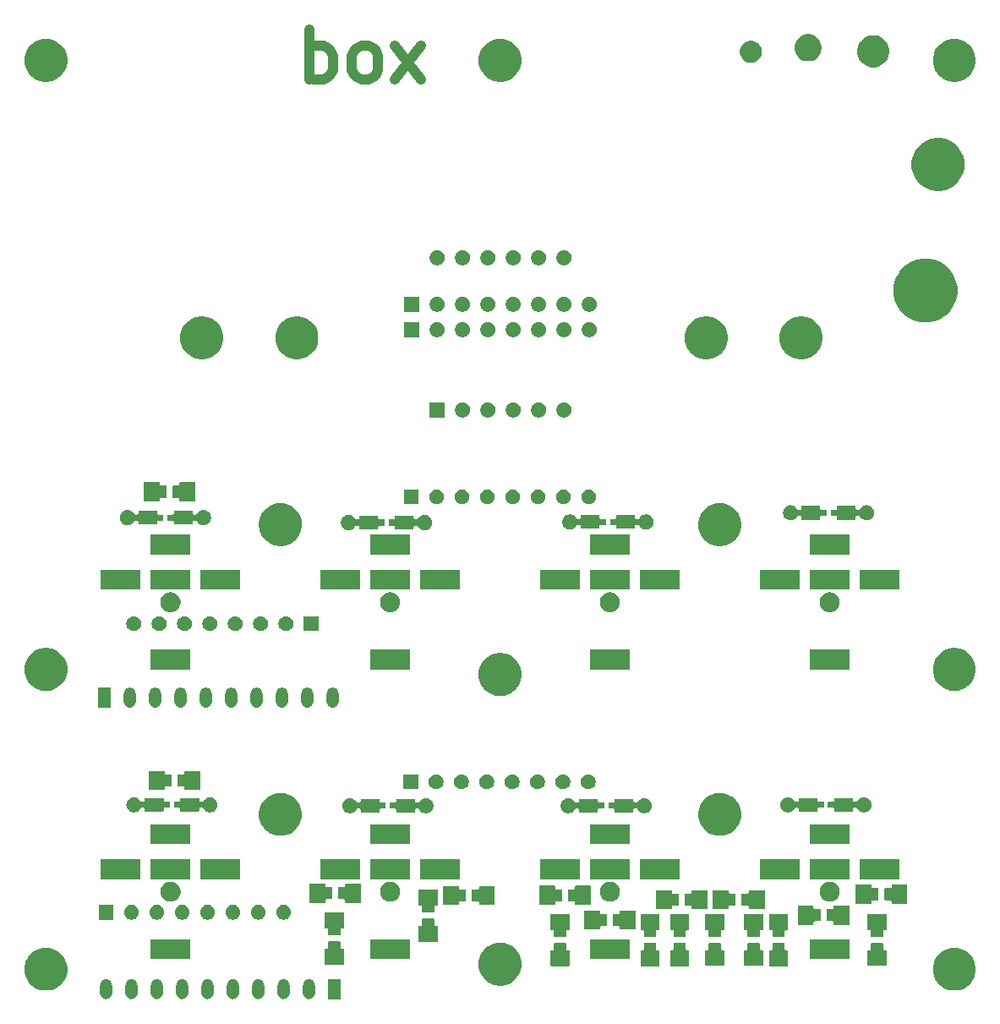
<source format=gts>
G04 #@! TF.GenerationSoftware,KiCad,Pcbnew,(5.1.5)-3*
G04 #@! TF.CreationDate,2020-12-12T23:50:59-08:00*
G04 #@! TF.ProjectId,button_pcb_4x_laz16-11_,62757474-6f6e-45f7-9063-625f34785f6c,rev?*
G04 #@! TF.SameCoordinates,Original*
G04 #@! TF.FileFunction,Soldermask,Top*
G04 #@! TF.FilePolarity,Negative*
%FSLAX46Y46*%
G04 Gerber Fmt 4.6, Leading zero omitted, Abs format (unit mm)*
G04 Created by KiCad (PCBNEW (5.1.5)-3) date 2020-12-12 23:50:59*
%MOMM*%
%LPD*%
G04 APERTURE LIST*
%ADD10C,1.000000*%
%ADD11C,0.100000*%
G04 APERTURE END LIST*
D10*
X30882857Y93598095D02*
X30882857Y98598095D01*
X30882857Y96693333D02*
X31359047Y96931428D01*
X32311428Y96931428D01*
X32787619Y96693333D01*
X33025714Y96455238D01*
X33263809Y95979047D01*
X33263809Y94550476D01*
X33025714Y94074285D01*
X32787619Y93836190D01*
X32311428Y93598095D01*
X31359047Y93598095D01*
X30882857Y93836190D01*
X36120952Y93598095D02*
X35644761Y93836190D01*
X35406666Y94074285D01*
X35168571Y94550476D01*
X35168571Y95979047D01*
X35406666Y96455238D01*
X35644761Y96693333D01*
X36120952Y96931428D01*
X36835238Y96931428D01*
X37311428Y96693333D01*
X37549523Y96455238D01*
X37787619Y95979047D01*
X37787619Y94550476D01*
X37549523Y94074285D01*
X37311428Y93836190D01*
X36835238Y93598095D01*
X36120952Y93598095D01*
X39454285Y93598095D02*
X42073333Y96931428D01*
X39454285Y96931428D02*
X42073333Y93598095D01*
D11*
G36*
X13197621Y3491318D02*
G01*
X13310721Y3457010D01*
X13414955Y3401296D01*
X13506317Y3326317D01*
X13581296Y3234955D01*
X13637010Y3130721D01*
X13671318Y3017621D01*
X13680000Y2929474D01*
X13680000Y2070526D01*
X13671318Y1982379D01*
X13637010Y1869279D01*
X13581296Y1765045D01*
X13506317Y1673683D01*
X13414954Y1598704D01*
X13310720Y1542990D01*
X13197620Y1508682D01*
X13080000Y1497097D01*
X12962379Y1508682D01*
X12849279Y1542990D01*
X12745045Y1598704D01*
X12653683Y1673683D01*
X12578704Y1765046D01*
X12522990Y1869280D01*
X12488682Y1982380D01*
X12480000Y2070527D01*
X12480000Y2929474D01*
X12488682Y3017621D01*
X12522991Y3130721D01*
X12578705Y3234955D01*
X12653684Y3326317D01*
X12745046Y3401296D01*
X12849280Y3457010D01*
X12962380Y3491318D01*
X13080000Y3502903D01*
X13197621Y3491318D01*
G37*
G36*
X15737621Y3491318D02*
G01*
X15850721Y3457010D01*
X15954955Y3401296D01*
X16046317Y3326317D01*
X16121296Y3234955D01*
X16177010Y3130721D01*
X16211318Y3017621D01*
X16220000Y2929474D01*
X16220000Y2070526D01*
X16211318Y1982379D01*
X16177010Y1869279D01*
X16121296Y1765045D01*
X16046317Y1673683D01*
X15954954Y1598704D01*
X15850720Y1542990D01*
X15737620Y1508682D01*
X15620000Y1497097D01*
X15502379Y1508682D01*
X15389279Y1542990D01*
X15285045Y1598704D01*
X15193683Y1673683D01*
X15118704Y1765046D01*
X15062990Y1869280D01*
X15028682Y1982380D01*
X15020000Y2070527D01*
X15020000Y2929474D01*
X15028682Y3017621D01*
X15062991Y3130721D01*
X15118705Y3234955D01*
X15193684Y3326317D01*
X15285046Y3401296D01*
X15389280Y3457010D01*
X15502380Y3491318D01*
X15620000Y3502903D01*
X15737621Y3491318D01*
G37*
G36*
X18277621Y3491318D02*
G01*
X18390721Y3457010D01*
X18494955Y3401296D01*
X18586317Y3326317D01*
X18661296Y3234955D01*
X18717010Y3130721D01*
X18751318Y3017621D01*
X18760000Y2929474D01*
X18760000Y2070526D01*
X18751318Y1982379D01*
X18717010Y1869279D01*
X18661296Y1765045D01*
X18586317Y1673683D01*
X18494954Y1598704D01*
X18390720Y1542990D01*
X18277620Y1508682D01*
X18160000Y1497097D01*
X18042379Y1508682D01*
X17929279Y1542990D01*
X17825045Y1598704D01*
X17733683Y1673683D01*
X17658704Y1765046D01*
X17602990Y1869280D01*
X17568682Y1982380D01*
X17560000Y2070527D01*
X17560000Y2929474D01*
X17568682Y3017621D01*
X17602991Y3130721D01*
X17658705Y3234955D01*
X17733684Y3326317D01*
X17825046Y3401296D01*
X17929280Y3457010D01*
X18042380Y3491318D01*
X18160000Y3502903D01*
X18277621Y3491318D01*
G37*
G36*
X20817621Y3491318D02*
G01*
X20930721Y3457010D01*
X21034955Y3401296D01*
X21126317Y3326317D01*
X21201296Y3234955D01*
X21257010Y3130721D01*
X21291318Y3017621D01*
X21300000Y2929474D01*
X21300000Y2070526D01*
X21291318Y1982379D01*
X21257010Y1869279D01*
X21201296Y1765045D01*
X21126317Y1673683D01*
X21034954Y1598704D01*
X20930720Y1542990D01*
X20817620Y1508682D01*
X20700000Y1497097D01*
X20582379Y1508682D01*
X20469279Y1542990D01*
X20365045Y1598704D01*
X20273683Y1673683D01*
X20198704Y1765046D01*
X20142990Y1869280D01*
X20108682Y1982380D01*
X20100000Y2070527D01*
X20100000Y2929474D01*
X20108682Y3017621D01*
X20142991Y3130721D01*
X20198705Y3234955D01*
X20273684Y3326317D01*
X20365046Y3401296D01*
X20469280Y3457010D01*
X20582380Y3491318D01*
X20700000Y3502903D01*
X20817621Y3491318D01*
G37*
G36*
X23357621Y3491318D02*
G01*
X23470721Y3457010D01*
X23574955Y3401296D01*
X23666317Y3326317D01*
X23741296Y3234955D01*
X23797010Y3130721D01*
X23831318Y3017621D01*
X23840000Y2929474D01*
X23840000Y2070526D01*
X23831318Y1982379D01*
X23797010Y1869279D01*
X23741296Y1765045D01*
X23666317Y1673683D01*
X23574954Y1598704D01*
X23470720Y1542990D01*
X23357620Y1508682D01*
X23240000Y1497097D01*
X23122379Y1508682D01*
X23009279Y1542990D01*
X22905045Y1598704D01*
X22813683Y1673683D01*
X22738704Y1765046D01*
X22682990Y1869280D01*
X22648682Y1982380D01*
X22640000Y2070527D01*
X22640000Y2929474D01*
X22648682Y3017621D01*
X22682991Y3130721D01*
X22738705Y3234955D01*
X22813684Y3326317D01*
X22905046Y3401296D01*
X23009280Y3457010D01*
X23122380Y3491318D01*
X23240000Y3502903D01*
X23357621Y3491318D01*
G37*
G36*
X25897621Y3491318D02*
G01*
X26010721Y3457010D01*
X26114955Y3401296D01*
X26206317Y3326317D01*
X26281296Y3234955D01*
X26337010Y3130721D01*
X26371318Y3017621D01*
X26380000Y2929474D01*
X26380000Y2070526D01*
X26371318Y1982379D01*
X26337010Y1869279D01*
X26281296Y1765045D01*
X26206317Y1673683D01*
X26114954Y1598704D01*
X26010720Y1542990D01*
X25897620Y1508682D01*
X25780000Y1497097D01*
X25662379Y1508682D01*
X25549279Y1542990D01*
X25445045Y1598704D01*
X25353683Y1673683D01*
X25278704Y1765046D01*
X25222990Y1869280D01*
X25188682Y1982380D01*
X25180000Y2070527D01*
X25180000Y2929474D01*
X25188682Y3017621D01*
X25222991Y3130721D01*
X25278705Y3234955D01*
X25353684Y3326317D01*
X25445046Y3401296D01*
X25549280Y3457010D01*
X25662380Y3491318D01*
X25780000Y3502903D01*
X25897621Y3491318D01*
G37*
G36*
X28437621Y3491318D02*
G01*
X28550721Y3457010D01*
X28654955Y3401296D01*
X28746317Y3326317D01*
X28821296Y3234955D01*
X28877010Y3130721D01*
X28911318Y3017621D01*
X28920000Y2929474D01*
X28920000Y2070526D01*
X28911318Y1982379D01*
X28877010Y1869279D01*
X28821296Y1765045D01*
X28746317Y1673683D01*
X28654954Y1598704D01*
X28550720Y1542990D01*
X28437620Y1508682D01*
X28320000Y1497097D01*
X28202379Y1508682D01*
X28089279Y1542990D01*
X27985045Y1598704D01*
X27893683Y1673683D01*
X27818704Y1765046D01*
X27762990Y1869280D01*
X27728682Y1982380D01*
X27720000Y2070527D01*
X27720000Y2929474D01*
X27728682Y3017621D01*
X27762991Y3130721D01*
X27818705Y3234955D01*
X27893684Y3326317D01*
X27985046Y3401296D01*
X28089280Y3457010D01*
X28202380Y3491318D01*
X28320000Y3502903D01*
X28437621Y3491318D01*
G37*
G36*
X30977621Y3491318D02*
G01*
X31090721Y3457010D01*
X31194955Y3401296D01*
X31286317Y3326317D01*
X31361296Y3234955D01*
X31417010Y3130721D01*
X31451318Y3017621D01*
X31460000Y2929474D01*
X31460000Y2070526D01*
X31451318Y1982379D01*
X31417010Y1869279D01*
X31361296Y1765045D01*
X31286317Y1673683D01*
X31194954Y1598704D01*
X31090720Y1542990D01*
X30977620Y1508682D01*
X30860000Y1497097D01*
X30742379Y1508682D01*
X30629279Y1542990D01*
X30525045Y1598704D01*
X30433683Y1673683D01*
X30358704Y1765046D01*
X30302990Y1869280D01*
X30268682Y1982380D01*
X30260000Y2070527D01*
X30260000Y2929474D01*
X30268682Y3017621D01*
X30302991Y3130721D01*
X30358705Y3234955D01*
X30433684Y3326317D01*
X30525046Y3401296D01*
X30629280Y3457010D01*
X30742380Y3491318D01*
X30860000Y3502903D01*
X30977621Y3491318D01*
G37*
G36*
X10657621Y3491318D02*
G01*
X10770721Y3457010D01*
X10874955Y3401296D01*
X10966317Y3326317D01*
X11041296Y3234955D01*
X11097010Y3130721D01*
X11131318Y3017621D01*
X11140000Y2929474D01*
X11140000Y2070526D01*
X11131318Y1982379D01*
X11097010Y1869279D01*
X11041296Y1765045D01*
X10966317Y1673683D01*
X10874954Y1598704D01*
X10770720Y1542990D01*
X10657620Y1508682D01*
X10540000Y1497097D01*
X10422379Y1508682D01*
X10309279Y1542990D01*
X10205045Y1598704D01*
X10113683Y1673683D01*
X10038704Y1765046D01*
X9982990Y1869280D01*
X9948682Y1982380D01*
X9940000Y2070527D01*
X9940000Y2929474D01*
X9948682Y3017621D01*
X9982991Y3130721D01*
X10038705Y3234955D01*
X10113684Y3326317D01*
X10205046Y3401296D01*
X10309280Y3457010D01*
X10422380Y3491318D01*
X10540000Y3502903D01*
X10657621Y3491318D01*
G37*
G36*
X34000000Y1500000D02*
G01*
X32800000Y1500000D01*
X32800000Y3500000D01*
X34000000Y3500000D01*
X34000000Y1500000D01*
G37*
G36*
X4851729Y6622158D02*
G01*
X5127132Y6567377D01*
X5343464Y6477769D01*
X5513729Y6407243D01*
X5518407Y6405305D01*
X5870545Y6170014D01*
X6170014Y5870545D01*
X6332657Y5627132D01*
X6405306Y5518405D01*
X6452775Y5403805D01*
X6532324Y5211758D01*
X6567377Y5127131D01*
X6650000Y4711758D01*
X6650000Y4288242D01*
X6567377Y3872869D01*
X6412930Y3500000D01*
X6405305Y3481593D01*
X6170014Y3129455D01*
X5870545Y2829986D01*
X5518407Y2594695D01*
X5127132Y2432623D01*
X4919445Y2391312D01*
X4711758Y2350000D01*
X4288242Y2350000D01*
X4080555Y2391312D01*
X3872868Y2432623D01*
X3481593Y2594695D01*
X3129455Y2829986D01*
X2829986Y3129455D01*
X2594695Y3481593D01*
X2587071Y3500000D01*
X2432623Y3872869D01*
X2350000Y4288242D01*
X2350000Y4711758D01*
X2432623Y5127131D01*
X2467677Y5211758D01*
X2547225Y5403805D01*
X2594694Y5518405D01*
X2667343Y5627132D01*
X2829986Y5870545D01*
X3129455Y6170014D01*
X3481593Y6405305D01*
X3486272Y6407243D01*
X3656536Y6477769D01*
X3872868Y6567377D01*
X4148271Y6622158D01*
X4288242Y6650000D01*
X4711758Y6650000D01*
X4851729Y6622158D01*
G37*
G36*
X95851729Y6622158D02*
G01*
X96127132Y6567377D01*
X96343464Y6477769D01*
X96513729Y6407243D01*
X96518407Y6405305D01*
X96870545Y6170014D01*
X97170014Y5870545D01*
X97332657Y5627132D01*
X97405306Y5518405D01*
X97452775Y5403805D01*
X97532324Y5211758D01*
X97567377Y5127131D01*
X97650000Y4711758D01*
X97650000Y4288242D01*
X97567377Y3872869D01*
X97412930Y3500000D01*
X97405305Y3481593D01*
X97170014Y3129455D01*
X96870545Y2829986D01*
X96518407Y2594695D01*
X96127132Y2432623D01*
X95919444Y2391311D01*
X95711758Y2350000D01*
X95288242Y2350000D01*
X95080556Y2391311D01*
X94872868Y2432623D01*
X94481593Y2594695D01*
X94129455Y2829986D01*
X93829986Y3129455D01*
X93594695Y3481593D01*
X93587071Y3500000D01*
X93432623Y3872869D01*
X93350000Y4288242D01*
X93350000Y4711758D01*
X93432623Y5127131D01*
X93467677Y5211758D01*
X93547225Y5403805D01*
X93594694Y5518405D01*
X93667343Y5627132D01*
X93829986Y5870545D01*
X94129455Y6170014D01*
X94481593Y6405305D01*
X94486272Y6407243D01*
X94656536Y6477769D01*
X94872868Y6567377D01*
X95148271Y6622158D01*
X95288242Y6650000D01*
X95711758Y6650000D01*
X95851729Y6622158D01*
G37*
G36*
X50419444Y7108689D02*
G01*
X50627132Y7067377D01*
X51018407Y6905305D01*
X51370545Y6670014D01*
X51670014Y6370545D01*
X51905305Y6018407D01*
X52067377Y5627132D01*
X52150000Y5211757D01*
X52150000Y4788243D01*
X52067377Y4372868D01*
X51905305Y3981593D01*
X51670014Y3629455D01*
X51370545Y3329986D01*
X51018407Y3094695D01*
X50627132Y2932623D01*
X50419444Y2891311D01*
X50211758Y2850000D01*
X49788242Y2850000D01*
X49580556Y2891311D01*
X49372868Y2932623D01*
X48981593Y3094695D01*
X48629455Y3329986D01*
X48329986Y3629455D01*
X48094695Y3981593D01*
X47932623Y4372868D01*
X47850000Y4788243D01*
X47850000Y5211757D01*
X47932623Y5627132D01*
X48094695Y6018407D01*
X48329986Y6370545D01*
X48629455Y6670014D01*
X48981593Y6905305D01*
X49372868Y7067377D01*
X49580556Y7108689D01*
X49788242Y7150000D01*
X50211758Y7150000D01*
X50419444Y7108689D01*
G37*
G36*
X65553102Y7100302D02*
G01*
X65553708Y7100243D01*
X65564581Y7098080D01*
X65569131Y7096195D01*
X65569134Y7096194D01*
X65569136Y7096193D01*
X65573688Y7094307D01*
X65581870Y7088840D01*
X65588840Y7081870D01*
X65594307Y7073688D01*
X65598080Y7064581D01*
X65600243Y7053708D01*
X65600302Y7053102D01*
X65600605Y7046939D01*
X65600605Y6525604D01*
X65603007Y6501218D01*
X65610120Y6477769D01*
X65621671Y6456158D01*
X65637216Y6437216D01*
X65656158Y6421671D01*
X65677769Y6410120D01*
X65701218Y6403007D01*
X65725604Y6400605D01*
X65896939Y6400605D01*
X65903102Y6400302D01*
X65903708Y6400243D01*
X65914581Y6398080D01*
X65919131Y6396195D01*
X65919134Y6396194D01*
X65919136Y6396193D01*
X65923688Y6394307D01*
X65931870Y6388840D01*
X65938840Y6381870D01*
X65944307Y6373688D01*
X65948080Y6364581D01*
X65950243Y6353708D01*
X65950302Y6353102D01*
X65950605Y6346939D01*
X65950605Y4853061D01*
X65950302Y4846898D01*
X65950243Y4846292D01*
X65948080Y4835419D01*
X65944307Y4826312D01*
X65938840Y4818130D01*
X65931870Y4811160D01*
X65923688Y4805693D01*
X65919136Y4803807D01*
X65919134Y4803806D01*
X65919131Y4803805D01*
X65914581Y4801920D01*
X65903708Y4799757D01*
X65903102Y4799698D01*
X65896939Y4799395D01*
X64103061Y4799395D01*
X64096898Y4799698D01*
X64096292Y4799757D01*
X64085419Y4801920D01*
X64080869Y4803805D01*
X64080866Y4803806D01*
X64080864Y4803807D01*
X64076312Y4805693D01*
X64068130Y4811160D01*
X64061160Y4818130D01*
X64055693Y4826312D01*
X64051920Y4835419D01*
X64049757Y4846292D01*
X64049698Y4846898D01*
X64049395Y4853061D01*
X64049395Y6346939D01*
X64049698Y6353102D01*
X64049757Y6353708D01*
X64051920Y6364581D01*
X64055693Y6373688D01*
X64061160Y6381870D01*
X64068130Y6388840D01*
X64076312Y6394307D01*
X64080864Y6396193D01*
X64080866Y6396194D01*
X64080869Y6396195D01*
X64085419Y6398080D01*
X64096292Y6400243D01*
X64096898Y6400302D01*
X64103061Y6400605D01*
X64274396Y6400605D01*
X64298782Y6403007D01*
X64322231Y6410120D01*
X64343842Y6421671D01*
X64362784Y6437216D01*
X64378329Y6456158D01*
X64389880Y6477769D01*
X64396993Y6501218D01*
X64399395Y6525604D01*
X64399395Y7046939D01*
X64399698Y7053102D01*
X64399757Y7053708D01*
X64401920Y7064581D01*
X64405693Y7073688D01*
X64411160Y7081870D01*
X64418130Y7088840D01*
X64426312Y7094307D01*
X64430864Y7096193D01*
X64430866Y7096194D01*
X64430869Y7096195D01*
X64435419Y7098080D01*
X64446292Y7100243D01*
X64446898Y7100302D01*
X64453061Y7100605D01*
X65546939Y7100605D01*
X65553102Y7100302D01*
G37*
G36*
X68553102Y7100302D02*
G01*
X68553708Y7100243D01*
X68564581Y7098080D01*
X68569131Y7096195D01*
X68569134Y7096194D01*
X68569136Y7096193D01*
X68573688Y7094307D01*
X68581870Y7088840D01*
X68588840Y7081870D01*
X68594307Y7073688D01*
X68598080Y7064581D01*
X68600243Y7053708D01*
X68600302Y7053102D01*
X68600605Y7046939D01*
X68600605Y6525604D01*
X68603007Y6501218D01*
X68610120Y6477769D01*
X68621671Y6456158D01*
X68637216Y6437216D01*
X68656158Y6421671D01*
X68677769Y6410120D01*
X68701218Y6403007D01*
X68725604Y6400605D01*
X68896939Y6400605D01*
X68903102Y6400302D01*
X68903708Y6400243D01*
X68914581Y6398080D01*
X68919131Y6396195D01*
X68919134Y6396194D01*
X68919136Y6396193D01*
X68923688Y6394307D01*
X68931870Y6388840D01*
X68938840Y6381870D01*
X68944307Y6373688D01*
X68948080Y6364581D01*
X68950243Y6353708D01*
X68950302Y6353102D01*
X68950605Y6346939D01*
X68950605Y4853061D01*
X68950302Y4846898D01*
X68950243Y4846292D01*
X68948080Y4835419D01*
X68944307Y4826312D01*
X68938840Y4818130D01*
X68931870Y4811160D01*
X68923688Y4805693D01*
X68919136Y4803807D01*
X68919134Y4803806D01*
X68919131Y4803805D01*
X68914581Y4801920D01*
X68903708Y4799757D01*
X68903102Y4799698D01*
X68896939Y4799395D01*
X67103061Y4799395D01*
X67096898Y4799698D01*
X67096292Y4799757D01*
X67085419Y4801920D01*
X67080869Y4803805D01*
X67080866Y4803806D01*
X67080864Y4803807D01*
X67076312Y4805693D01*
X67068130Y4811160D01*
X67061160Y4818130D01*
X67055693Y4826312D01*
X67051920Y4835419D01*
X67049757Y4846292D01*
X67049698Y4846898D01*
X67049395Y4853061D01*
X67049395Y6346939D01*
X67049698Y6353102D01*
X67049757Y6353708D01*
X67051920Y6364581D01*
X67055693Y6373688D01*
X67061160Y6381870D01*
X67068130Y6388840D01*
X67076312Y6394307D01*
X67080864Y6396193D01*
X67080866Y6396194D01*
X67080869Y6396195D01*
X67085419Y6398080D01*
X67096292Y6400243D01*
X67096898Y6400302D01*
X67103061Y6400605D01*
X67274396Y6400605D01*
X67298782Y6403007D01*
X67322231Y6410120D01*
X67343842Y6421671D01*
X67362784Y6437216D01*
X67378329Y6456158D01*
X67389880Y6477769D01*
X67396993Y6501218D01*
X67399395Y6525604D01*
X67399395Y7046939D01*
X67399698Y7053102D01*
X67399757Y7053708D01*
X67401920Y7064581D01*
X67405693Y7073688D01*
X67411160Y7081870D01*
X67418130Y7088840D01*
X67426312Y7094307D01*
X67430864Y7096193D01*
X67430866Y7096194D01*
X67430869Y7096195D01*
X67435419Y7098080D01*
X67446292Y7100243D01*
X67446898Y7100302D01*
X67453061Y7100605D01*
X68546939Y7100605D01*
X68553102Y7100302D01*
G37*
G36*
X78453102Y7100302D02*
G01*
X78453708Y7100243D01*
X78464581Y7098080D01*
X78469131Y7096195D01*
X78469134Y7096194D01*
X78469136Y7096193D01*
X78473688Y7094307D01*
X78481870Y7088840D01*
X78488840Y7081870D01*
X78494307Y7073688D01*
X78498080Y7064581D01*
X78500243Y7053708D01*
X78500302Y7053102D01*
X78500605Y7046939D01*
X78500605Y6525604D01*
X78503007Y6501218D01*
X78510120Y6477769D01*
X78521671Y6456158D01*
X78537216Y6437216D01*
X78556158Y6421671D01*
X78577769Y6410120D01*
X78601218Y6403007D01*
X78625604Y6400605D01*
X78796939Y6400605D01*
X78803102Y6400302D01*
X78803708Y6400243D01*
X78814581Y6398080D01*
X78819131Y6396195D01*
X78819134Y6396194D01*
X78819136Y6396193D01*
X78823688Y6394307D01*
X78831870Y6388840D01*
X78838840Y6381870D01*
X78844307Y6373688D01*
X78848080Y6364581D01*
X78850243Y6353708D01*
X78850302Y6353102D01*
X78850605Y6346939D01*
X78850605Y4853061D01*
X78850302Y4846898D01*
X78850243Y4846292D01*
X78848080Y4835419D01*
X78844307Y4826312D01*
X78838840Y4818130D01*
X78831870Y4811160D01*
X78823688Y4805693D01*
X78819136Y4803807D01*
X78819134Y4803806D01*
X78819131Y4803805D01*
X78814581Y4801920D01*
X78803708Y4799757D01*
X78803102Y4799698D01*
X78796939Y4799395D01*
X77003061Y4799395D01*
X76996898Y4799698D01*
X76996292Y4799757D01*
X76985419Y4801920D01*
X76980869Y4803805D01*
X76980866Y4803806D01*
X76980864Y4803807D01*
X76976312Y4805693D01*
X76968130Y4811160D01*
X76961160Y4818130D01*
X76955693Y4826312D01*
X76951920Y4835419D01*
X76949757Y4846292D01*
X76949698Y4846898D01*
X76949395Y4853061D01*
X76949395Y6346939D01*
X76949698Y6353102D01*
X76949757Y6353708D01*
X76951920Y6364581D01*
X76955693Y6373688D01*
X76961160Y6381870D01*
X76968130Y6388840D01*
X76976312Y6394307D01*
X76980864Y6396193D01*
X76980866Y6396194D01*
X76980869Y6396195D01*
X76985419Y6398080D01*
X76996292Y6400243D01*
X76996898Y6400302D01*
X77003061Y6400605D01*
X77174396Y6400605D01*
X77198782Y6403007D01*
X77222231Y6410120D01*
X77243842Y6421671D01*
X77262784Y6437216D01*
X77278329Y6456158D01*
X77289880Y6477769D01*
X77296993Y6501218D01*
X77299395Y6525604D01*
X77299395Y7046939D01*
X77299698Y7053102D01*
X77299757Y7053708D01*
X77301920Y7064581D01*
X77305693Y7073688D01*
X77311160Y7081870D01*
X77318130Y7088840D01*
X77326312Y7094307D01*
X77330864Y7096193D01*
X77330866Y7096194D01*
X77330869Y7096195D01*
X77335419Y7098080D01*
X77346292Y7100243D01*
X77346898Y7100302D01*
X77353061Y7100605D01*
X78446939Y7100605D01*
X78453102Y7100302D01*
G37*
G36*
X56553102Y7100302D02*
G01*
X56553708Y7100243D01*
X56564581Y7098080D01*
X56569131Y7096195D01*
X56569134Y7096194D01*
X56569136Y7096193D01*
X56573688Y7094307D01*
X56581870Y7088840D01*
X56588840Y7081870D01*
X56594307Y7073688D01*
X56598080Y7064581D01*
X56600243Y7053708D01*
X56600302Y7053102D01*
X56600605Y7046939D01*
X56600605Y6525604D01*
X56603007Y6501218D01*
X56610120Y6477769D01*
X56621671Y6456158D01*
X56637216Y6437216D01*
X56656158Y6421671D01*
X56677769Y6410120D01*
X56701218Y6403007D01*
X56725604Y6400605D01*
X56896939Y6400605D01*
X56903102Y6400302D01*
X56903708Y6400243D01*
X56914581Y6398080D01*
X56919131Y6396195D01*
X56919134Y6396194D01*
X56919136Y6396193D01*
X56923688Y6394307D01*
X56931870Y6388840D01*
X56938840Y6381870D01*
X56944307Y6373688D01*
X56948080Y6364581D01*
X56950243Y6353708D01*
X56950302Y6353102D01*
X56950605Y6346939D01*
X56950605Y4853061D01*
X56950302Y4846898D01*
X56950243Y4846292D01*
X56948080Y4835419D01*
X56944307Y4826312D01*
X56938840Y4818130D01*
X56931870Y4811160D01*
X56923688Y4805693D01*
X56919136Y4803807D01*
X56919134Y4803806D01*
X56919131Y4803805D01*
X56914581Y4801920D01*
X56903708Y4799757D01*
X56903102Y4799698D01*
X56896939Y4799395D01*
X55103061Y4799395D01*
X55096898Y4799698D01*
X55096292Y4799757D01*
X55085419Y4801920D01*
X55080869Y4803805D01*
X55080866Y4803806D01*
X55080864Y4803807D01*
X55076312Y4805693D01*
X55068130Y4811160D01*
X55061160Y4818130D01*
X55055693Y4826312D01*
X55051920Y4835419D01*
X55049757Y4846292D01*
X55049698Y4846898D01*
X55049395Y4853061D01*
X55049395Y6346939D01*
X55049698Y6353102D01*
X55049757Y6353708D01*
X55051920Y6364581D01*
X55055693Y6373688D01*
X55061160Y6381870D01*
X55068130Y6388840D01*
X55076312Y6394307D01*
X55080864Y6396193D01*
X55080866Y6396194D01*
X55080869Y6396195D01*
X55085419Y6398080D01*
X55096292Y6400243D01*
X55096898Y6400302D01*
X55103061Y6400605D01*
X55274396Y6400605D01*
X55298782Y6403007D01*
X55322231Y6410120D01*
X55343842Y6421671D01*
X55362784Y6437216D01*
X55378329Y6456158D01*
X55389880Y6477769D01*
X55396993Y6501218D01*
X55399395Y6525604D01*
X55399395Y7046939D01*
X55399698Y7053102D01*
X55399757Y7053708D01*
X55401920Y7064581D01*
X55405693Y7073688D01*
X55411160Y7081870D01*
X55418130Y7088840D01*
X55426312Y7094307D01*
X55430864Y7096193D01*
X55430866Y7096194D01*
X55430869Y7096195D01*
X55435419Y7098080D01*
X55446292Y7100243D01*
X55446898Y7100302D01*
X55453061Y7100605D01*
X56546939Y7100605D01*
X56553102Y7100302D01*
G37*
G36*
X72059102Y7107302D02*
G01*
X72059708Y7107243D01*
X72070581Y7105080D01*
X72075131Y7103195D01*
X72075134Y7103194D01*
X72075136Y7103193D01*
X72079688Y7101307D01*
X72087870Y7095840D01*
X72094840Y7088870D01*
X72100307Y7080688D01*
X72104080Y7071581D01*
X72106243Y7060708D01*
X72106302Y7060102D01*
X72106605Y7053939D01*
X72106605Y6532604D01*
X72109007Y6508218D01*
X72116120Y6484769D01*
X72127671Y6463158D01*
X72143216Y6444216D01*
X72162158Y6428671D01*
X72183769Y6417120D01*
X72207218Y6410007D01*
X72231604Y6407605D01*
X72402939Y6407605D01*
X72409102Y6407302D01*
X72409708Y6407243D01*
X72420581Y6405080D01*
X72425131Y6403195D01*
X72425134Y6403194D01*
X72425136Y6403193D01*
X72429688Y6401307D01*
X72437870Y6395840D01*
X72444840Y6388870D01*
X72450307Y6380688D01*
X72454080Y6371581D01*
X72456243Y6360708D01*
X72456302Y6360102D01*
X72456605Y6353939D01*
X72456605Y4860061D01*
X72456302Y4853898D01*
X72456243Y4853292D01*
X72454080Y4842419D01*
X72450307Y4833312D01*
X72444840Y4825130D01*
X72437870Y4818160D01*
X72429688Y4812693D01*
X72425136Y4810807D01*
X72425134Y4810806D01*
X72425131Y4810805D01*
X72420581Y4808920D01*
X72409708Y4806757D01*
X72409102Y4806698D01*
X72402939Y4806395D01*
X70609061Y4806395D01*
X70602898Y4806698D01*
X70602292Y4806757D01*
X70591419Y4808920D01*
X70586869Y4810805D01*
X70586866Y4810806D01*
X70586864Y4810807D01*
X70582312Y4812693D01*
X70574130Y4818160D01*
X70567160Y4825130D01*
X70561693Y4833312D01*
X70557920Y4842419D01*
X70555757Y4853292D01*
X70555698Y4853898D01*
X70555395Y4860061D01*
X70555395Y6353939D01*
X70555698Y6360102D01*
X70555757Y6360708D01*
X70557920Y6371581D01*
X70561693Y6380688D01*
X70567160Y6388870D01*
X70574130Y6395840D01*
X70582312Y6401307D01*
X70586864Y6403193D01*
X70586866Y6403194D01*
X70586869Y6403195D01*
X70591419Y6405080D01*
X70602292Y6407243D01*
X70602898Y6407302D01*
X70609061Y6407605D01*
X70780396Y6407605D01*
X70804782Y6410007D01*
X70828231Y6417120D01*
X70849842Y6428671D01*
X70868784Y6444216D01*
X70884329Y6463158D01*
X70895880Y6484769D01*
X70902993Y6508218D01*
X70905395Y6532604D01*
X70905395Y7053939D01*
X70905698Y7060102D01*
X70905757Y7060708D01*
X70907920Y7071581D01*
X70911693Y7080688D01*
X70917160Y7088870D01*
X70924130Y7095840D01*
X70932312Y7101307D01*
X70936864Y7103193D01*
X70936866Y7103194D01*
X70936869Y7103195D01*
X70941419Y7105080D01*
X70952292Y7107243D01*
X70952898Y7107302D01*
X70959061Y7107605D01*
X72052939Y7107605D01*
X72059102Y7107302D01*
G37*
G36*
X88315102Y7107302D02*
G01*
X88315708Y7107243D01*
X88326581Y7105080D01*
X88331131Y7103195D01*
X88331134Y7103194D01*
X88331136Y7103193D01*
X88335688Y7101307D01*
X88343870Y7095840D01*
X88350840Y7088870D01*
X88356307Y7080688D01*
X88360080Y7071581D01*
X88362243Y7060708D01*
X88362302Y7060102D01*
X88362605Y7053939D01*
X88362605Y6532604D01*
X88365007Y6508218D01*
X88372120Y6484769D01*
X88383671Y6463158D01*
X88399216Y6444216D01*
X88418158Y6428671D01*
X88439769Y6417120D01*
X88463218Y6410007D01*
X88487604Y6407605D01*
X88658939Y6407605D01*
X88665102Y6407302D01*
X88665708Y6407243D01*
X88676581Y6405080D01*
X88681131Y6403195D01*
X88681134Y6403194D01*
X88681136Y6403193D01*
X88685688Y6401307D01*
X88693870Y6395840D01*
X88700840Y6388870D01*
X88706307Y6380688D01*
X88710080Y6371581D01*
X88712243Y6360708D01*
X88712302Y6360102D01*
X88712605Y6353939D01*
X88712605Y4860061D01*
X88712302Y4853898D01*
X88712243Y4853292D01*
X88710080Y4842419D01*
X88706307Y4833312D01*
X88700840Y4825130D01*
X88693870Y4818160D01*
X88685688Y4812693D01*
X88681136Y4810807D01*
X88681134Y4810806D01*
X88681131Y4810805D01*
X88676581Y4808920D01*
X88665708Y4806757D01*
X88665102Y4806698D01*
X88658939Y4806395D01*
X86865061Y4806395D01*
X86858898Y4806698D01*
X86858292Y4806757D01*
X86847419Y4808920D01*
X86842869Y4810805D01*
X86842866Y4810806D01*
X86842864Y4810807D01*
X86838312Y4812693D01*
X86830130Y4818160D01*
X86823160Y4825130D01*
X86817693Y4833312D01*
X86813920Y4842419D01*
X86811757Y4853292D01*
X86811698Y4853898D01*
X86811395Y4860061D01*
X86811395Y6353939D01*
X86811698Y6360102D01*
X86811757Y6360708D01*
X86813920Y6371581D01*
X86817693Y6380688D01*
X86823160Y6388870D01*
X86830130Y6395840D01*
X86838312Y6401307D01*
X86842864Y6403193D01*
X86842866Y6403194D01*
X86842869Y6403195D01*
X86847419Y6405080D01*
X86858292Y6407243D01*
X86858898Y6407302D01*
X86865061Y6407605D01*
X87036396Y6407605D01*
X87060782Y6410007D01*
X87084231Y6417120D01*
X87105842Y6428671D01*
X87124784Y6444216D01*
X87140329Y6463158D01*
X87151880Y6484769D01*
X87158993Y6508218D01*
X87161395Y6532604D01*
X87161395Y7053939D01*
X87161698Y7060102D01*
X87161757Y7060708D01*
X87163920Y7071581D01*
X87167693Y7080688D01*
X87173160Y7088870D01*
X87180130Y7095840D01*
X87188312Y7101307D01*
X87192864Y7103193D01*
X87192866Y7103194D01*
X87192869Y7103195D01*
X87197419Y7105080D01*
X87208292Y7107243D01*
X87208898Y7107302D01*
X87215061Y7107605D01*
X88308939Y7107605D01*
X88315102Y7107302D01*
G37*
G36*
X75953102Y7107302D02*
G01*
X75953708Y7107243D01*
X75964581Y7105080D01*
X75969131Y7103195D01*
X75969134Y7103194D01*
X75969136Y7103193D01*
X75973688Y7101307D01*
X75981870Y7095840D01*
X75988840Y7088870D01*
X75994307Y7080688D01*
X75998080Y7071581D01*
X76000243Y7060708D01*
X76000302Y7060102D01*
X76000605Y7053939D01*
X76000605Y6532604D01*
X76003007Y6508218D01*
X76010120Y6484769D01*
X76021671Y6463158D01*
X76037216Y6444216D01*
X76056158Y6428671D01*
X76077769Y6417120D01*
X76101218Y6410007D01*
X76125604Y6407605D01*
X76296939Y6407605D01*
X76303102Y6407302D01*
X76303708Y6407243D01*
X76314581Y6405080D01*
X76319131Y6403195D01*
X76319134Y6403194D01*
X76319136Y6403193D01*
X76323688Y6401307D01*
X76331870Y6395840D01*
X76338840Y6388870D01*
X76344307Y6380688D01*
X76348080Y6371581D01*
X76350243Y6360708D01*
X76350302Y6360102D01*
X76350605Y6353939D01*
X76350605Y4860061D01*
X76350302Y4853898D01*
X76350243Y4853292D01*
X76348080Y4842419D01*
X76344307Y4833312D01*
X76338840Y4825130D01*
X76331870Y4818160D01*
X76323688Y4812693D01*
X76319136Y4810807D01*
X76319134Y4810806D01*
X76319131Y4810805D01*
X76314581Y4808920D01*
X76303708Y4806757D01*
X76303102Y4806698D01*
X76296939Y4806395D01*
X74503061Y4806395D01*
X74496898Y4806698D01*
X74496292Y4806757D01*
X74485419Y4808920D01*
X74480869Y4810805D01*
X74480866Y4810806D01*
X74480864Y4810807D01*
X74476312Y4812693D01*
X74468130Y4818160D01*
X74461160Y4825130D01*
X74455693Y4833312D01*
X74451920Y4842419D01*
X74449757Y4853292D01*
X74449698Y4853898D01*
X74449395Y4860061D01*
X74449395Y6353939D01*
X74449698Y6360102D01*
X74449757Y6360708D01*
X74451920Y6371581D01*
X74455693Y6380688D01*
X74461160Y6388870D01*
X74468130Y6395840D01*
X74476312Y6401307D01*
X74480864Y6403193D01*
X74480866Y6403194D01*
X74480869Y6403195D01*
X74485419Y6405080D01*
X74496292Y6407243D01*
X74496898Y6407302D01*
X74503061Y6407605D01*
X74674396Y6407605D01*
X74698782Y6410007D01*
X74722231Y6417120D01*
X74743842Y6428671D01*
X74762784Y6444216D01*
X74778329Y6463158D01*
X74789880Y6484769D01*
X74796993Y6508218D01*
X74799395Y6532604D01*
X74799395Y7053939D01*
X74799698Y7060102D01*
X74799757Y7060708D01*
X74801920Y7071581D01*
X74805693Y7080688D01*
X74811160Y7088870D01*
X74818130Y7095840D01*
X74826312Y7101307D01*
X74830864Y7103193D01*
X74830866Y7103194D01*
X74830869Y7103195D01*
X74835419Y7105080D01*
X74846292Y7107243D01*
X74846898Y7107302D01*
X74853061Y7107605D01*
X75946939Y7107605D01*
X75953102Y7107302D01*
G37*
G36*
X33953102Y7266302D02*
G01*
X33953708Y7266243D01*
X33964581Y7264080D01*
X33969131Y7262195D01*
X33969134Y7262194D01*
X33969136Y7262193D01*
X33973688Y7260307D01*
X33981870Y7254840D01*
X33988840Y7247870D01*
X33994307Y7239688D01*
X33998080Y7230581D01*
X34000243Y7219708D01*
X34000302Y7219102D01*
X34000605Y7212939D01*
X34000605Y6691604D01*
X34003007Y6667218D01*
X34010120Y6643769D01*
X34021671Y6622158D01*
X34037216Y6603216D01*
X34056158Y6587671D01*
X34077769Y6576120D01*
X34101218Y6569007D01*
X34125604Y6566605D01*
X34296939Y6566605D01*
X34303102Y6566302D01*
X34303708Y6566243D01*
X34314581Y6564080D01*
X34319131Y6562195D01*
X34319134Y6562194D01*
X34319136Y6562193D01*
X34323688Y6560307D01*
X34331870Y6554840D01*
X34338840Y6547870D01*
X34344307Y6539688D01*
X34348080Y6530581D01*
X34350243Y6519708D01*
X34350302Y6519102D01*
X34350605Y6512939D01*
X34350605Y5019061D01*
X34350302Y5012898D01*
X34350243Y5012292D01*
X34348080Y5001419D01*
X34344307Y4992312D01*
X34338840Y4984130D01*
X34331870Y4977160D01*
X34323688Y4971693D01*
X34319136Y4969807D01*
X34319134Y4969806D01*
X34319131Y4969805D01*
X34314581Y4967920D01*
X34303708Y4965757D01*
X34303102Y4965698D01*
X34296939Y4965395D01*
X32503061Y4965395D01*
X32496898Y4965698D01*
X32496292Y4965757D01*
X32485419Y4967920D01*
X32480869Y4969805D01*
X32480866Y4969806D01*
X32480864Y4969807D01*
X32476312Y4971693D01*
X32468130Y4977160D01*
X32461160Y4984130D01*
X32455693Y4992312D01*
X32451920Y5001419D01*
X32449757Y5012292D01*
X32449698Y5012898D01*
X32449395Y5019061D01*
X32449395Y6512939D01*
X32449698Y6519102D01*
X32449757Y6519708D01*
X32451920Y6530581D01*
X32455693Y6539688D01*
X32461160Y6547870D01*
X32468130Y6554840D01*
X32476312Y6560307D01*
X32480864Y6562193D01*
X32480866Y6562194D01*
X32480869Y6562195D01*
X32485419Y6564080D01*
X32496292Y6566243D01*
X32496898Y6566302D01*
X32503061Y6566605D01*
X32674396Y6566605D01*
X32698782Y6569007D01*
X32722231Y6576120D01*
X32743842Y6587671D01*
X32762784Y6603216D01*
X32778329Y6622158D01*
X32789880Y6643769D01*
X32796993Y6667218D01*
X32799395Y6691604D01*
X32799395Y7212939D01*
X32799698Y7219102D01*
X32799757Y7219708D01*
X32801920Y7230581D01*
X32805693Y7239688D01*
X32811160Y7247870D01*
X32818130Y7254840D01*
X32826312Y7260307D01*
X32830864Y7262193D01*
X32830866Y7262194D01*
X32830869Y7262195D01*
X32835419Y7264080D01*
X32846292Y7266243D01*
X32846898Y7266302D01*
X32853061Y7266605D01*
X33946939Y7266605D01*
X33953102Y7266302D01*
G37*
G36*
X19000000Y5500000D02*
G01*
X15000000Y5500000D01*
X15000000Y7500000D01*
X19000000Y7500000D01*
X19000000Y5500000D01*
G37*
G36*
X41000000Y5500000D02*
G01*
X37000000Y5500000D01*
X37000000Y7500000D01*
X41000000Y7500000D01*
X41000000Y5500000D01*
G37*
G36*
X63000000Y5500000D02*
G01*
X59000000Y5500000D01*
X59000000Y7500000D01*
X63000000Y7500000D01*
X63000000Y5500000D01*
G37*
G36*
X85000000Y5500000D02*
G01*
X81000000Y5500000D01*
X81000000Y7500000D01*
X85000000Y7500000D01*
X85000000Y5500000D01*
G37*
G36*
X43351102Y9552302D02*
G01*
X43351708Y9552243D01*
X43362581Y9550080D01*
X43367131Y9548195D01*
X43367134Y9548194D01*
X43367136Y9548193D01*
X43371688Y9546307D01*
X43379870Y9540840D01*
X43386840Y9533870D01*
X43392307Y9525688D01*
X43396080Y9516581D01*
X43398243Y9505708D01*
X43398302Y9505102D01*
X43398605Y9498939D01*
X43398605Y8977604D01*
X43401007Y8953218D01*
X43408120Y8929769D01*
X43419671Y8908158D01*
X43435216Y8889216D01*
X43454158Y8873671D01*
X43475769Y8862120D01*
X43499218Y8855007D01*
X43523604Y8852605D01*
X43694939Y8852605D01*
X43701102Y8852302D01*
X43701708Y8852243D01*
X43712581Y8850080D01*
X43717131Y8848195D01*
X43717134Y8848194D01*
X43717136Y8848193D01*
X43721688Y8846307D01*
X43729870Y8840840D01*
X43736840Y8833870D01*
X43742307Y8825688D01*
X43746080Y8816581D01*
X43748243Y8805708D01*
X43748302Y8805102D01*
X43748605Y8798939D01*
X43748605Y7305061D01*
X43748302Y7298898D01*
X43748243Y7298292D01*
X43746080Y7287419D01*
X43742307Y7278312D01*
X43736840Y7270130D01*
X43729870Y7263160D01*
X43721688Y7257693D01*
X43717136Y7255807D01*
X43717134Y7255806D01*
X43717131Y7255805D01*
X43712581Y7253920D01*
X43701708Y7251757D01*
X43701102Y7251698D01*
X43694939Y7251395D01*
X41901061Y7251395D01*
X41894898Y7251698D01*
X41894292Y7251757D01*
X41883419Y7253920D01*
X41878869Y7255805D01*
X41878866Y7255806D01*
X41878864Y7255807D01*
X41874312Y7257693D01*
X41866130Y7263160D01*
X41859160Y7270130D01*
X41853693Y7278312D01*
X41849920Y7287419D01*
X41847757Y7298292D01*
X41847698Y7298898D01*
X41847395Y7305061D01*
X41847395Y8798939D01*
X41847698Y8805102D01*
X41847757Y8805708D01*
X41849920Y8816581D01*
X41853693Y8825688D01*
X41859160Y8833870D01*
X41866130Y8840840D01*
X41874312Y8846307D01*
X41878864Y8848193D01*
X41878866Y8848194D01*
X41878869Y8848195D01*
X41883419Y8850080D01*
X41894292Y8852243D01*
X41894898Y8852302D01*
X41901061Y8852605D01*
X42072396Y8852605D01*
X42096782Y8855007D01*
X42120231Y8862120D01*
X42141842Y8873671D01*
X42160784Y8889216D01*
X42176329Y8908158D01*
X42187880Y8929769D01*
X42194993Y8953218D01*
X42197395Y8977604D01*
X42197395Y9498939D01*
X42197698Y9505102D01*
X42197757Y9505708D01*
X42199920Y9516581D01*
X42203693Y9525688D01*
X42209160Y9533870D01*
X42216130Y9540840D01*
X42224312Y9546307D01*
X42228864Y9548193D01*
X42228866Y9548194D01*
X42228869Y9548195D01*
X42233419Y9550080D01*
X42244292Y9552243D01*
X42244898Y9552302D01*
X42251061Y9552605D01*
X43344939Y9552605D01*
X43351102Y9552302D01*
G37*
G36*
X78803102Y10000302D02*
G01*
X78803708Y10000243D01*
X78814581Y9998080D01*
X78819131Y9996195D01*
X78819134Y9996194D01*
X78819136Y9996193D01*
X78823688Y9994307D01*
X78831870Y9988840D01*
X78838840Y9981870D01*
X78844307Y9973688D01*
X78848080Y9964581D01*
X78850243Y9953708D01*
X78850302Y9953102D01*
X78850605Y9946939D01*
X78850605Y8453061D01*
X78850302Y8446898D01*
X78850243Y8446292D01*
X78848080Y8435419D01*
X78844307Y8426312D01*
X78838840Y8418130D01*
X78831870Y8411160D01*
X78823688Y8405693D01*
X78819136Y8403807D01*
X78819134Y8403806D01*
X78819131Y8403805D01*
X78814581Y8401920D01*
X78803708Y8399757D01*
X78803102Y8399698D01*
X78796939Y8399395D01*
X78625604Y8399395D01*
X78601218Y8396993D01*
X78577769Y8389880D01*
X78556158Y8378329D01*
X78537216Y8362784D01*
X78521671Y8343842D01*
X78510120Y8322231D01*
X78503007Y8298782D01*
X78500605Y8274396D01*
X78500605Y7753061D01*
X78500302Y7746898D01*
X78500243Y7746292D01*
X78498080Y7735419D01*
X78494307Y7726312D01*
X78488840Y7718130D01*
X78481870Y7711160D01*
X78473688Y7705693D01*
X78469136Y7703807D01*
X78469134Y7703806D01*
X78469131Y7703805D01*
X78464581Y7701920D01*
X78453708Y7699757D01*
X78453102Y7699698D01*
X78446939Y7699395D01*
X77353061Y7699395D01*
X77346898Y7699698D01*
X77346292Y7699757D01*
X77335419Y7701920D01*
X77330869Y7703805D01*
X77330866Y7703806D01*
X77330864Y7703807D01*
X77326312Y7705693D01*
X77318130Y7711160D01*
X77311160Y7718130D01*
X77305693Y7726312D01*
X77301920Y7735419D01*
X77299757Y7746292D01*
X77299698Y7746898D01*
X77299395Y7753061D01*
X77299395Y8274396D01*
X77296993Y8298782D01*
X77289880Y8322231D01*
X77278329Y8343842D01*
X77262784Y8362784D01*
X77243842Y8378329D01*
X77222231Y8389880D01*
X77198782Y8396993D01*
X77174396Y8399395D01*
X77003061Y8399395D01*
X76996898Y8399698D01*
X76996292Y8399757D01*
X76985419Y8401920D01*
X76980869Y8403805D01*
X76980866Y8403806D01*
X76980864Y8403807D01*
X76976312Y8405693D01*
X76968130Y8411160D01*
X76961160Y8418130D01*
X76955693Y8426312D01*
X76951920Y8435419D01*
X76949757Y8446292D01*
X76949698Y8446898D01*
X76949395Y8453061D01*
X76949395Y9946939D01*
X76949698Y9953102D01*
X76949757Y9953708D01*
X76951920Y9964581D01*
X76955693Y9973688D01*
X76961160Y9981870D01*
X76968130Y9988840D01*
X76976312Y9994307D01*
X76980864Y9996193D01*
X76980866Y9996194D01*
X76980869Y9996195D01*
X76985419Y9998080D01*
X76996292Y10000243D01*
X76996898Y10000302D01*
X77003061Y10000605D01*
X78796939Y10000605D01*
X78803102Y10000302D01*
G37*
G36*
X68903102Y10000302D02*
G01*
X68903708Y10000243D01*
X68914581Y9998080D01*
X68919131Y9996195D01*
X68919134Y9996194D01*
X68919136Y9996193D01*
X68923688Y9994307D01*
X68931870Y9988840D01*
X68938840Y9981870D01*
X68944307Y9973688D01*
X68948080Y9964581D01*
X68950243Y9953708D01*
X68950302Y9953102D01*
X68950605Y9946939D01*
X68950605Y8453061D01*
X68950302Y8446898D01*
X68950243Y8446292D01*
X68948080Y8435419D01*
X68944307Y8426312D01*
X68938840Y8418130D01*
X68931870Y8411160D01*
X68923688Y8405693D01*
X68919136Y8403807D01*
X68919134Y8403806D01*
X68919131Y8403805D01*
X68914581Y8401920D01*
X68903708Y8399757D01*
X68903102Y8399698D01*
X68896939Y8399395D01*
X68725604Y8399395D01*
X68701218Y8396993D01*
X68677769Y8389880D01*
X68656158Y8378329D01*
X68637216Y8362784D01*
X68621671Y8343842D01*
X68610120Y8322231D01*
X68603007Y8298782D01*
X68600605Y8274396D01*
X68600605Y7753061D01*
X68600302Y7746898D01*
X68600243Y7746292D01*
X68598080Y7735419D01*
X68594307Y7726312D01*
X68588840Y7718130D01*
X68581870Y7711160D01*
X68573688Y7705693D01*
X68569136Y7703807D01*
X68569134Y7703806D01*
X68569131Y7703805D01*
X68564581Y7701920D01*
X68553708Y7699757D01*
X68553102Y7699698D01*
X68546939Y7699395D01*
X67453061Y7699395D01*
X67446898Y7699698D01*
X67446292Y7699757D01*
X67435419Y7701920D01*
X67430869Y7703805D01*
X67430866Y7703806D01*
X67430864Y7703807D01*
X67426312Y7705693D01*
X67418130Y7711160D01*
X67411160Y7718130D01*
X67405693Y7726312D01*
X67401920Y7735419D01*
X67399757Y7746292D01*
X67399698Y7746898D01*
X67399395Y7753061D01*
X67399395Y8274396D01*
X67396993Y8298782D01*
X67389880Y8322231D01*
X67378329Y8343842D01*
X67362784Y8362784D01*
X67343842Y8378329D01*
X67322231Y8389880D01*
X67298782Y8396993D01*
X67274396Y8399395D01*
X67103061Y8399395D01*
X67096898Y8399698D01*
X67096292Y8399757D01*
X67085419Y8401920D01*
X67080869Y8403805D01*
X67080866Y8403806D01*
X67080864Y8403807D01*
X67076312Y8405693D01*
X67068130Y8411160D01*
X67061160Y8418130D01*
X67055693Y8426312D01*
X67051920Y8435419D01*
X67049757Y8446292D01*
X67049698Y8446898D01*
X67049395Y8453061D01*
X67049395Y9946939D01*
X67049698Y9953102D01*
X67049757Y9953708D01*
X67051920Y9964581D01*
X67055693Y9973688D01*
X67061160Y9981870D01*
X67068130Y9988840D01*
X67076312Y9994307D01*
X67080864Y9996193D01*
X67080866Y9996194D01*
X67080869Y9996195D01*
X67085419Y9998080D01*
X67096292Y10000243D01*
X67096898Y10000302D01*
X67103061Y10000605D01*
X68896939Y10000605D01*
X68903102Y10000302D01*
G37*
G36*
X65903102Y10000302D02*
G01*
X65903708Y10000243D01*
X65914581Y9998080D01*
X65919131Y9996195D01*
X65919134Y9996194D01*
X65919136Y9996193D01*
X65923688Y9994307D01*
X65931870Y9988840D01*
X65938840Y9981870D01*
X65944307Y9973688D01*
X65948080Y9964581D01*
X65950243Y9953708D01*
X65950302Y9953102D01*
X65950605Y9946939D01*
X65950605Y8453061D01*
X65950302Y8446898D01*
X65950243Y8446292D01*
X65948080Y8435419D01*
X65944307Y8426312D01*
X65938840Y8418130D01*
X65931870Y8411160D01*
X65923688Y8405693D01*
X65919136Y8403807D01*
X65919134Y8403806D01*
X65919131Y8403805D01*
X65914581Y8401920D01*
X65903708Y8399757D01*
X65903102Y8399698D01*
X65896939Y8399395D01*
X65725604Y8399395D01*
X65701218Y8396993D01*
X65677769Y8389880D01*
X65656158Y8378329D01*
X65637216Y8362784D01*
X65621671Y8343842D01*
X65610120Y8322231D01*
X65603007Y8298782D01*
X65600605Y8274396D01*
X65600605Y7753061D01*
X65600302Y7746898D01*
X65600243Y7746292D01*
X65598080Y7735419D01*
X65594307Y7726312D01*
X65588840Y7718130D01*
X65581870Y7711160D01*
X65573688Y7705693D01*
X65569136Y7703807D01*
X65569134Y7703806D01*
X65569131Y7703805D01*
X65564581Y7701920D01*
X65553708Y7699757D01*
X65553102Y7699698D01*
X65546939Y7699395D01*
X64453061Y7699395D01*
X64446898Y7699698D01*
X64446292Y7699757D01*
X64435419Y7701920D01*
X64430869Y7703805D01*
X64430866Y7703806D01*
X64430864Y7703807D01*
X64426312Y7705693D01*
X64418130Y7711160D01*
X64411160Y7718130D01*
X64405693Y7726312D01*
X64401920Y7735419D01*
X64399757Y7746292D01*
X64399698Y7746898D01*
X64399395Y7753061D01*
X64399395Y8274396D01*
X64396993Y8298782D01*
X64389880Y8322231D01*
X64378329Y8343842D01*
X64362784Y8362784D01*
X64343842Y8378329D01*
X64322231Y8389880D01*
X64298782Y8396993D01*
X64274396Y8399395D01*
X64103061Y8399395D01*
X64096898Y8399698D01*
X64096292Y8399757D01*
X64085419Y8401920D01*
X64080869Y8403805D01*
X64080866Y8403806D01*
X64080864Y8403807D01*
X64076312Y8405693D01*
X64068130Y8411160D01*
X64061160Y8418130D01*
X64055693Y8426312D01*
X64051920Y8435419D01*
X64049757Y8446292D01*
X64049698Y8446898D01*
X64049395Y8453061D01*
X64049395Y9946939D01*
X64049698Y9953102D01*
X64049757Y9953708D01*
X64051920Y9964581D01*
X64055693Y9973688D01*
X64061160Y9981870D01*
X64068130Y9988840D01*
X64076312Y9994307D01*
X64080864Y9996193D01*
X64080866Y9996194D01*
X64080869Y9996195D01*
X64085419Y9998080D01*
X64096292Y10000243D01*
X64096898Y10000302D01*
X64103061Y10000605D01*
X65896939Y10000605D01*
X65903102Y10000302D01*
G37*
G36*
X56903102Y10000302D02*
G01*
X56903708Y10000243D01*
X56914581Y9998080D01*
X56919131Y9996195D01*
X56919134Y9996194D01*
X56919136Y9996193D01*
X56923688Y9994307D01*
X56931870Y9988840D01*
X56938840Y9981870D01*
X56944307Y9973688D01*
X56948080Y9964581D01*
X56950243Y9953708D01*
X56950302Y9953102D01*
X56950605Y9946939D01*
X56950605Y8453061D01*
X56950302Y8446898D01*
X56950243Y8446292D01*
X56948080Y8435419D01*
X56944307Y8426312D01*
X56938840Y8418130D01*
X56931870Y8411160D01*
X56923688Y8405693D01*
X56919136Y8403807D01*
X56919134Y8403806D01*
X56919131Y8403805D01*
X56914581Y8401920D01*
X56903708Y8399757D01*
X56903102Y8399698D01*
X56896939Y8399395D01*
X56725604Y8399395D01*
X56701218Y8396993D01*
X56677769Y8389880D01*
X56656158Y8378329D01*
X56637216Y8362784D01*
X56621671Y8343842D01*
X56610120Y8322231D01*
X56603007Y8298782D01*
X56600605Y8274396D01*
X56600605Y7753061D01*
X56600302Y7746898D01*
X56600243Y7746292D01*
X56598080Y7735419D01*
X56594307Y7726312D01*
X56588840Y7718130D01*
X56581870Y7711160D01*
X56573688Y7705693D01*
X56569136Y7703807D01*
X56569134Y7703806D01*
X56569131Y7703805D01*
X56564581Y7701920D01*
X56553708Y7699757D01*
X56553102Y7699698D01*
X56546939Y7699395D01*
X55453061Y7699395D01*
X55446898Y7699698D01*
X55446292Y7699757D01*
X55435419Y7701920D01*
X55430869Y7703805D01*
X55430866Y7703806D01*
X55430864Y7703807D01*
X55426312Y7705693D01*
X55418130Y7711160D01*
X55411160Y7718130D01*
X55405693Y7726312D01*
X55401920Y7735419D01*
X55399757Y7746292D01*
X55399698Y7746898D01*
X55399395Y7753061D01*
X55399395Y8274396D01*
X55396993Y8298782D01*
X55389880Y8322231D01*
X55378329Y8343842D01*
X55362784Y8362784D01*
X55343842Y8378329D01*
X55322231Y8389880D01*
X55298782Y8396993D01*
X55274396Y8399395D01*
X55103061Y8399395D01*
X55096898Y8399698D01*
X55096292Y8399757D01*
X55085419Y8401920D01*
X55080869Y8403805D01*
X55080866Y8403806D01*
X55080864Y8403807D01*
X55076312Y8405693D01*
X55068130Y8411160D01*
X55061160Y8418130D01*
X55055693Y8426312D01*
X55051920Y8435419D01*
X55049757Y8446292D01*
X55049698Y8446898D01*
X55049395Y8453061D01*
X55049395Y9946939D01*
X55049698Y9953102D01*
X55049757Y9953708D01*
X55051920Y9964581D01*
X55055693Y9973688D01*
X55061160Y9981870D01*
X55068130Y9988840D01*
X55076312Y9994307D01*
X55080864Y9996193D01*
X55080866Y9996194D01*
X55080869Y9996195D01*
X55085419Y9998080D01*
X55096292Y10000243D01*
X55096898Y10000302D01*
X55103061Y10000605D01*
X56896939Y10000605D01*
X56903102Y10000302D01*
G37*
G36*
X72409102Y10007302D02*
G01*
X72409708Y10007243D01*
X72420581Y10005080D01*
X72425131Y10003195D01*
X72425134Y10003194D01*
X72425136Y10003193D01*
X72429688Y10001307D01*
X72437870Y9995840D01*
X72444840Y9988870D01*
X72450307Y9980688D01*
X72454080Y9971581D01*
X72456243Y9960708D01*
X72456302Y9960102D01*
X72456605Y9953939D01*
X72456605Y8460061D01*
X72456302Y8453898D01*
X72456243Y8453292D01*
X72454080Y8442419D01*
X72450307Y8433312D01*
X72444840Y8425130D01*
X72437870Y8418160D01*
X72429688Y8412693D01*
X72425136Y8410807D01*
X72425134Y8410806D01*
X72425131Y8410805D01*
X72420581Y8408920D01*
X72409708Y8406757D01*
X72409102Y8406698D01*
X72402939Y8406395D01*
X72231604Y8406395D01*
X72207218Y8403993D01*
X72183769Y8396880D01*
X72162158Y8385329D01*
X72143216Y8369784D01*
X72127671Y8350842D01*
X72116120Y8329231D01*
X72109007Y8305782D01*
X72106605Y8281396D01*
X72106605Y7760061D01*
X72106302Y7753898D01*
X72106243Y7753292D01*
X72104080Y7742419D01*
X72100307Y7733312D01*
X72094840Y7725130D01*
X72087870Y7718160D01*
X72079688Y7712693D01*
X72075136Y7710807D01*
X72075134Y7710806D01*
X72075131Y7710805D01*
X72070581Y7708920D01*
X72059708Y7706757D01*
X72059102Y7706698D01*
X72052939Y7706395D01*
X70959061Y7706395D01*
X70952898Y7706698D01*
X70952292Y7706757D01*
X70941419Y7708920D01*
X70936869Y7710805D01*
X70936866Y7710806D01*
X70936864Y7710807D01*
X70932312Y7712693D01*
X70924130Y7718160D01*
X70917160Y7725130D01*
X70911693Y7733312D01*
X70907920Y7742419D01*
X70905757Y7753292D01*
X70905698Y7753898D01*
X70905395Y7760061D01*
X70905395Y8281396D01*
X70902993Y8305782D01*
X70895880Y8329231D01*
X70884329Y8350842D01*
X70868784Y8369784D01*
X70849842Y8385329D01*
X70828231Y8396880D01*
X70804782Y8403993D01*
X70780396Y8406395D01*
X70609061Y8406395D01*
X70602898Y8406698D01*
X70602292Y8406757D01*
X70591419Y8408920D01*
X70586869Y8410805D01*
X70586866Y8410806D01*
X70586864Y8410807D01*
X70582312Y8412693D01*
X70574130Y8418160D01*
X70567160Y8425130D01*
X70561693Y8433312D01*
X70557920Y8442419D01*
X70555757Y8453292D01*
X70555698Y8453898D01*
X70555395Y8460061D01*
X70555395Y9953939D01*
X70555698Y9960102D01*
X70555757Y9960708D01*
X70557920Y9971581D01*
X70561693Y9980688D01*
X70567160Y9988870D01*
X70574130Y9995840D01*
X70582312Y10001307D01*
X70586864Y10003193D01*
X70586866Y10003194D01*
X70586869Y10003195D01*
X70591419Y10005080D01*
X70602292Y10007243D01*
X70602898Y10007302D01*
X70609061Y10007605D01*
X72402939Y10007605D01*
X72409102Y10007302D01*
G37*
G36*
X76303102Y10007302D02*
G01*
X76303708Y10007243D01*
X76314581Y10005080D01*
X76319131Y10003195D01*
X76319134Y10003194D01*
X76319136Y10003193D01*
X76323688Y10001307D01*
X76331870Y9995840D01*
X76338840Y9988870D01*
X76344307Y9980688D01*
X76348080Y9971581D01*
X76350243Y9960708D01*
X76350302Y9960102D01*
X76350605Y9953939D01*
X76350605Y8460061D01*
X76350302Y8453898D01*
X76350243Y8453292D01*
X76348080Y8442419D01*
X76344307Y8433312D01*
X76338840Y8425130D01*
X76331870Y8418160D01*
X76323688Y8412693D01*
X76319136Y8410807D01*
X76319134Y8410806D01*
X76319131Y8410805D01*
X76314581Y8408920D01*
X76303708Y8406757D01*
X76303102Y8406698D01*
X76296939Y8406395D01*
X76125604Y8406395D01*
X76101218Y8403993D01*
X76077769Y8396880D01*
X76056158Y8385329D01*
X76037216Y8369784D01*
X76021671Y8350842D01*
X76010120Y8329231D01*
X76003007Y8305782D01*
X76000605Y8281396D01*
X76000605Y7760061D01*
X76000302Y7753898D01*
X76000243Y7753292D01*
X75998080Y7742419D01*
X75994307Y7733312D01*
X75988840Y7725130D01*
X75981870Y7718160D01*
X75973688Y7712693D01*
X75969136Y7710807D01*
X75969134Y7710806D01*
X75969131Y7710805D01*
X75964581Y7708920D01*
X75953708Y7706757D01*
X75953102Y7706698D01*
X75946939Y7706395D01*
X74853061Y7706395D01*
X74846898Y7706698D01*
X74846292Y7706757D01*
X74835419Y7708920D01*
X74830869Y7710805D01*
X74830866Y7710806D01*
X74830864Y7710807D01*
X74826312Y7712693D01*
X74818130Y7718160D01*
X74811160Y7725130D01*
X74805693Y7733312D01*
X74801920Y7742419D01*
X74799757Y7753292D01*
X74799698Y7753898D01*
X74799395Y7760061D01*
X74799395Y8281396D01*
X74796993Y8305782D01*
X74789880Y8329231D01*
X74778329Y8350842D01*
X74762784Y8369784D01*
X74743842Y8385329D01*
X74722231Y8396880D01*
X74698782Y8403993D01*
X74674396Y8406395D01*
X74503061Y8406395D01*
X74496898Y8406698D01*
X74496292Y8406757D01*
X74485419Y8408920D01*
X74480869Y8410805D01*
X74480866Y8410806D01*
X74480864Y8410807D01*
X74476312Y8412693D01*
X74468130Y8418160D01*
X74461160Y8425130D01*
X74455693Y8433312D01*
X74451920Y8442419D01*
X74449757Y8453292D01*
X74449698Y8453898D01*
X74449395Y8460061D01*
X74449395Y9953939D01*
X74449698Y9960102D01*
X74449757Y9960708D01*
X74451920Y9971581D01*
X74455693Y9980688D01*
X74461160Y9988870D01*
X74468130Y9995840D01*
X74476312Y10001307D01*
X74480864Y10003193D01*
X74480866Y10003194D01*
X74480869Y10003195D01*
X74485419Y10005080D01*
X74496292Y10007243D01*
X74496898Y10007302D01*
X74503061Y10007605D01*
X76296939Y10007605D01*
X76303102Y10007302D01*
G37*
G36*
X88665102Y10007302D02*
G01*
X88665708Y10007243D01*
X88676581Y10005080D01*
X88681131Y10003195D01*
X88681134Y10003194D01*
X88681136Y10003193D01*
X88685688Y10001307D01*
X88693870Y9995840D01*
X88700840Y9988870D01*
X88706307Y9980688D01*
X88710080Y9971581D01*
X88712243Y9960708D01*
X88712302Y9960102D01*
X88712605Y9953939D01*
X88712605Y8460061D01*
X88712302Y8453898D01*
X88712243Y8453292D01*
X88710080Y8442419D01*
X88706307Y8433312D01*
X88700840Y8425130D01*
X88693870Y8418160D01*
X88685688Y8412693D01*
X88681136Y8410807D01*
X88681134Y8410806D01*
X88681131Y8410805D01*
X88676581Y8408920D01*
X88665708Y8406757D01*
X88665102Y8406698D01*
X88658939Y8406395D01*
X88487604Y8406395D01*
X88463218Y8403993D01*
X88439769Y8396880D01*
X88418158Y8385329D01*
X88399216Y8369784D01*
X88383671Y8350842D01*
X88372120Y8329231D01*
X88365007Y8305782D01*
X88362605Y8281396D01*
X88362605Y7760061D01*
X88362302Y7753898D01*
X88362243Y7753292D01*
X88360080Y7742419D01*
X88356307Y7733312D01*
X88350840Y7725130D01*
X88343870Y7718160D01*
X88335688Y7712693D01*
X88331136Y7710807D01*
X88331134Y7710806D01*
X88331131Y7710805D01*
X88326581Y7708920D01*
X88315708Y7706757D01*
X88315102Y7706698D01*
X88308939Y7706395D01*
X87215061Y7706395D01*
X87208898Y7706698D01*
X87208292Y7706757D01*
X87197419Y7708920D01*
X87192869Y7710805D01*
X87192866Y7710806D01*
X87192864Y7710807D01*
X87188312Y7712693D01*
X87180130Y7718160D01*
X87173160Y7725130D01*
X87167693Y7733312D01*
X87163920Y7742419D01*
X87161757Y7753292D01*
X87161698Y7753898D01*
X87161395Y7760061D01*
X87161395Y8281396D01*
X87158993Y8305782D01*
X87151880Y8329231D01*
X87140329Y8350842D01*
X87124784Y8369784D01*
X87105842Y8385329D01*
X87084231Y8396880D01*
X87060782Y8403993D01*
X87036396Y8406395D01*
X86865061Y8406395D01*
X86858898Y8406698D01*
X86858292Y8406757D01*
X86847419Y8408920D01*
X86842869Y8410805D01*
X86842866Y8410806D01*
X86842864Y8410807D01*
X86838312Y8412693D01*
X86830130Y8418160D01*
X86823160Y8425130D01*
X86817693Y8433312D01*
X86813920Y8442419D01*
X86811757Y8453292D01*
X86811698Y8453898D01*
X86811395Y8460061D01*
X86811395Y9953939D01*
X86811698Y9960102D01*
X86811757Y9960708D01*
X86813920Y9971581D01*
X86817693Y9980688D01*
X86823160Y9988870D01*
X86830130Y9995840D01*
X86838312Y10001307D01*
X86842864Y10003193D01*
X86842866Y10003194D01*
X86842869Y10003195D01*
X86847419Y10005080D01*
X86858292Y10007243D01*
X86858898Y10007302D01*
X86865061Y10007605D01*
X88658939Y10007605D01*
X88665102Y10007302D01*
G37*
G36*
X34303102Y10166302D02*
G01*
X34303708Y10166243D01*
X34314581Y10164080D01*
X34319131Y10162195D01*
X34319134Y10162194D01*
X34319136Y10162193D01*
X34323688Y10160307D01*
X34331870Y10154840D01*
X34338840Y10147870D01*
X34344307Y10139688D01*
X34348080Y10130581D01*
X34350243Y10119708D01*
X34350302Y10119102D01*
X34350605Y10112939D01*
X34350605Y8619061D01*
X34350302Y8612898D01*
X34350243Y8612292D01*
X34348080Y8601419D01*
X34344307Y8592312D01*
X34338840Y8584130D01*
X34331870Y8577160D01*
X34323688Y8571693D01*
X34319136Y8569807D01*
X34319134Y8569806D01*
X34319131Y8569805D01*
X34314581Y8567920D01*
X34303708Y8565757D01*
X34303102Y8565698D01*
X34296939Y8565395D01*
X34125604Y8565395D01*
X34101218Y8562993D01*
X34077769Y8555880D01*
X34056158Y8544329D01*
X34037216Y8528784D01*
X34021671Y8509842D01*
X34010120Y8488231D01*
X34003007Y8464782D01*
X34000605Y8440396D01*
X34000605Y7919061D01*
X34000302Y7912898D01*
X34000243Y7912292D01*
X33998080Y7901419D01*
X33994307Y7892312D01*
X33988840Y7884130D01*
X33981870Y7877160D01*
X33973688Y7871693D01*
X33969136Y7869807D01*
X33969134Y7869806D01*
X33969131Y7869805D01*
X33964581Y7867920D01*
X33953708Y7865757D01*
X33953102Y7865698D01*
X33946939Y7865395D01*
X32853061Y7865395D01*
X32846898Y7865698D01*
X32846292Y7865757D01*
X32835419Y7867920D01*
X32830869Y7869805D01*
X32830866Y7869806D01*
X32830864Y7869807D01*
X32826312Y7871693D01*
X32818130Y7877160D01*
X32811160Y7884130D01*
X32805693Y7892312D01*
X32801920Y7901419D01*
X32799757Y7912292D01*
X32799698Y7912898D01*
X32799395Y7919061D01*
X32799395Y8440396D01*
X32796993Y8464782D01*
X32789880Y8488231D01*
X32778329Y8509842D01*
X32762784Y8528784D01*
X32743842Y8544329D01*
X32722231Y8555880D01*
X32698782Y8562993D01*
X32674396Y8565395D01*
X32503061Y8565395D01*
X32496898Y8565698D01*
X32496292Y8565757D01*
X32485419Y8567920D01*
X32480869Y8569805D01*
X32480866Y8569806D01*
X32480864Y8569807D01*
X32476312Y8571693D01*
X32468130Y8577160D01*
X32461160Y8584130D01*
X32455693Y8592312D01*
X32451920Y8601419D01*
X32449757Y8612292D01*
X32449698Y8612898D01*
X32449395Y8619061D01*
X32449395Y10112939D01*
X32449698Y10119102D01*
X32449757Y10119708D01*
X32451920Y10130581D01*
X32455693Y10139688D01*
X32461160Y10147870D01*
X32468130Y10154840D01*
X32476312Y10160307D01*
X32480864Y10162193D01*
X32480866Y10162194D01*
X32480869Y10162195D01*
X32485419Y10164080D01*
X32496292Y10166243D01*
X32496898Y10166302D01*
X32503061Y10166605D01*
X34296939Y10166605D01*
X34303102Y10166302D01*
G37*
G36*
X59953102Y10350302D02*
G01*
X59953708Y10350243D01*
X59964581Y10348080D01*
X59969131Y10346195D01*
X59969134Y10346194D01*
X59969136Y10346193D01*
X59973688Y10344307D01*
X59981870Y10338840D01*
X59988840Y10331870D01*
X59994307Y10323688D01*
X59998080Y10314581D01*
X60000243Y10303708D01*
X60000302Y10303102D01*
X60000605Y10296939D01*
X60000605Y10125604D01*
X60003007Y10101218D01*
X60010120Y10077769D01*
X60021671Y10056158D01*
X60037216Y10037216D01*
X60056158Y10021671D01*
X60077769Y10010120D01*
X60101218Y10003007D01*
X60125604Y10000605D01*
X60646939Y10000605D01*
X60653102Y10000302D01*
X60653708Y10000243D01*
X60664581Y9998080D01*
X60669131Y9996195D01*
X60669134Y9996194D01*
X60669136Y9996193D01*
X60673688Y9994307D01*
X60681870Y9988840D01*
X60688840Y9981870D01*
X60694307Y9973688D01*
X60698080Y9964581D01*
X60700243Y9953708D01*
X60700302Y9953102D01*
X60700605Y9946939D01*
X60700605Y8853061D01*
X60700302Y8846898D01*
X60700243Y8846292D01*
X60698080Y8835419D01*
X60694307Y8826312D01*
X60688840Y8818130D01*
X60681870Y8811160D01*
X60673688Y8805693D01*
X60669136Y8803807D01*
X60669134Y8803806D01*
X60669131Y8803805D01*
X60664581Y8801920D01*
X60653708Y8799757D01*
X60653102Y8799698D01*
X60646939Y8799395D01*
X60125604Y8799395D01*
X60101218Y8796993D01*
X60077769Y8789880D01*
X60056158Y8778329D01*
X60037216Y8762784D01*
X60021671Y8743842D01*
X60010120Y8722231D01*
X60003007Y8698782D01*
X60000605Y8674396D01*
X60000605Y8503061D01*
X60000302Y8496898D01*
X60000243Y8496292D01*
X59998080Y8485419D01*
X59994307Y8476312D01*
X59988840Y8468130D01*
X59981870Y8461160D01*
X59973688Y8455693D01*
X59969136Y8453807D01*
X59969134Y8453806D01*
X59969131Y8453805D01*
X59964581Y8451920D01*
X59953708Y8449757D01*
X59953102Y8449698D01*
X59946939Y8449395D01*
X58453061Y8449395D01*
X58446898Y8449698D01*
X58446292Y8449757D01*
X58435419Y8451920D01*
X58430869Y8453805D01*
X58430866Y8453806D01*
X58430864Y8453807D01*
X58426312Y8455693D01*
X58418130Y8461160D01*
X58411160Y8468130D01*
X58405693Y8476312D01*
X58401920Y8485419D01*
X58399757Y8496292D01*
X58399698Y8496898D01*
X58399395Y8503061D01*
X58399395Y10296939D01*
X58399698Y10303102D01*
X58399757Y10303708D01*
X58401920Y10314581D01*
X58405693Y10323688D01*
X58411160Y10331870D01*
X58418130Y10338840D01*
X58426312Y10344307D01*
X58430864Y10346193D01*
X58430866Y10346194D01*
X58430869Y10346195D01*
X58435419Y10348080D01*
X58446292Y10350243D01*
X58446898Y10350302D01*
X58453061Y10350605D01*
X59946939Y10350605D01*
X59953102Y10350302D01*
G37*
G36*
X63553102Y10350302D02*
G01*
X63553708Y10350243D01*
X63564581Y10348080D01*
X63569131Y10346195D01*
X63569134Y10346194D01*
X63569136Y10346193D01*
X63573688Y10344307D01*
X63581870Y10338840D01*
X63588840Y10331870D01*
X63594307Y10323688D01*
X63598080Y10314581D01*
X63600243Y10303708D01*
X63600302Y10303102D01*
X63600605Y10296939D01*
X63600605Y8503061D01*
X63600302Y8496898D01*
X63600243Y8496292D01*
X63598080Y8485419D01*
X63594307Y8476312D01*
X63588840Y8468130D01*
X63581870Y8461160D01*
X63573688Y8455693D01*
X63569136Y8453807D01*
X63569134Y8453806D01*
X63569131Y8453805D01*
X63564581Y8451920D01*
X63553708Y8449757D01*
X63553102Y8449698D01*
X63546939Y8449395D01*
X62053061Y8449395D01*
X62046898Y8449698D01*
X62046292Y8449757D01*
X62035419Y8451920D01*
X62030869Y8453805D01*
X62030866Y8453806D01*
X62030864Y8453807D01*
X62026312Y8455693D01*
X62018130Y8461160D01*
X62011160Y8468130D01*
X62005693Y8476312D01*
X62001920Y8485419D01*
X61999757Y8496292D01*
X61999698Y8496898D01*
X61999395Y8503061D01*
X61999395Y8674396D01*
X61996993Y8698782D01*
X61989880Y8722231D01*
X61978329Y8743842D01*
X61962784Y8762784D01*
X61943842Y8778329D01*
X61922231Y8789880D01*
X61898782Y8796993D01*
X61874396Y8799395D01*
X61353061Y8799395D01*
X61346898Y8799698D01*
X61346292Y8799757D01*
X61335419Y8801920D01*
X61330869Y8803805D01*
X61330866Y8803806D01*
X61330864Y8803807D01*
X61326312Y8805693D01*
X61318130Y8811160D01*
X61311160Y8818130D01*
X61305693Y8826312D01*
X61301920Y8835419D01*
X61299757Y8846292D01*
X61299698Y8846898D01*
X61299395Y8853061D01*
X61299395Y9946939D01*
X61299698Y9953102D01*
X61299757Y9953708D01*
X61301920Y9964581D01*
X61305693Y9973688D01*
X61311160Y9981870D01*
X61318130Y9988840D01*
X61326312Y9994307D01*
X61330864Y9996193D01*
X61330866Y9996194D01*
X61330869Y9996195D01*
X61335419Y9998080D01*
X61346292Y10000243D01*
X61346898Y10000302D01*
X61353061Y10000605D01*
X61874396Y10000605D01*
X61898782Y10003007D01*
X61922231Y10010120D01*
X61943842Y10021671D01*
X61962784Y10037216D01*
X61978329Y10056158D01*
X61989880Y10077769D01*
X61996993Y10101218D01*
X61999395Y10125604D01*
X61999395Y10296939D01*
X61999698Y10303102D01*
X61999757Y10303708D01*
X62001920Y10314581D01*
X62005693Y10323688D01*
X62011160Y10331870D01*
X62018130Y10338840D01*
X62026312Y10344307D01*
X62030864Y10346193D01*
X62030866Y10346194D01*
X62030869Y10346195D01*
X62035419Y10348080D01*
X62046292Y10350243D01*
X62046898Y10350302D01*
X62053061Y10350605D01*
X63546939Y10350605D01*
X63553102Y10350302D01*
G37*
G36*
X81353102Y10850302D02*
G01*
X81353708Y10850243D01*
X81364581Y10848080D01*
X81369131Y10846195D01*
X81369134Y10846194D01*
X81369136Y10846193D01*
X81373688Y10844307D01*
X81381870Y10838840D01*
X81388840Y10831870D01*
X81394307Y10823688D01*
X81398080Y10814581D01*
X81400243Y10803708D01*
X81400302Y10803102D01*
X81400605Y10796939D01*
X81400605Y10625604D01*
X81403007Y10601218D01*
X81410120Y10577769D01*
X81421671Y10556158D01*
X81437216Y10537216D01*
X81456158Y10521671D01*
X81477769Y10510120D01*
X81501218Y10503007D01*
X81525604Y10500605D01*
X82046939Y10500605D01*
X82053102Y10500302D01*
X82053708Y10500243D01*
X82064581Y10498080D01*
X82069131Y10496195D01*
X82069134Y10496194D01*
X82069136Y10496193D01*
X82073688Y10494307D01*
X82081870Y10488840D01*
X82088840Y10481870D01*
X82094307Y10473688D01*
X82098080Y10464581D01*
X82100243Y10453708D01*
X82100302Y10453102D01*
X82100605Y10446939D01*
X82100605Y9353061D01*
X82100302Y9346898D01*
X82100243Y9346292D01*
X82098080Y9335419D01*
X82094307Y9326312D01*
X82088840Y9318130D01*
X82081870Y9311160D01*
X82073688Y9305693D01*
X82069136Y9303807D01*
X82069134Y9303806D01*
X82069131Y9303805D01*
X82064581Y9301920D01*
X82053708Y9299757D01*
X82053102Y9299698D01*
X82046939Y9299395D01*
X81525604Y9299395D01*
X81501218Y9296993D01*
X81477769Y9289880D01*
X81456158Y9278329D01*
X81437216Y9262784D01*
X81421671Y9243842D01*
X81410120Y9222231D01*
X81403007Y9198782D01*
X81400605Y9174396D01*
X81400605Y9003061D01*
X81400302Y8996898D01*
X81400243Y8996292D01*
X81398080Y8985419D01*
X81394307Y8976312D01*
X81388840Y8968130D01*
X81381870Y8961160D01*
X81373688Y8955693D01*
X81369136Y8953807D01*
X81369134Y8953806D01*
X81369131Y8953805D01*
X81364581Y8951920D01*
X81353708Y8949757D01*
X81353102Y8949698D01*
X81346939Y8949395D01*
X79853061Y8949395D01*
X79846898Y8949698D01*
X79846292Y8949757D01*
X79835419Y8951920D01*
X79830869Y8953805D01*
X79830866Y8953806D01*
X79830864Y8953807D01*
X79826312Y8955693D01*
X79818130Y8961160D01*
X79811160Y8968130D01*
X79805693Y8976312D01*
X79801920Y8985419D01*
X79799757Y8996292D01*
X79799698Y8996898D01*
X79799395Y9003061D01*
X79799395Y10796939D01*
X79799698Y10803102D01*
X79799757Y10803708D01*
X79801920Y10814581D01*
X79805693Y10823688D01*
X79811160Y10831870D01*
X79818130Y10838840D01*
X79826312Y10844307D01*
X79830864Y10846193D01*
X79830866Y10846194D01*
X79830869Y10846195D01*
X79835419Y10848080D01*
X79846292Y10850243D01*
X79846898Y10850302D01*
X79853061Y10850605D01*
X81346939Y10850605D01*
X81353102Y10850302D01*
G37*
G36*
X84953102Y10850302D02*
G01*
X84953708Y10850243D01*
X84964581Y10848080D01*
X84969131Y10846195D01*
X84969134Y10846194D01*
X84969136Y10846193D01*
X84973688Y10844307D01*
X84981870Y10838840D01*
X84988840Y10831870D01*
X84994307Y10823688D01*
X84998080Y10814581D01*
X85000243Y10803708D01*
X85000302Y10803102D01*
X85000605Y10796939D01*
X85000605Y9003061D01*
X85000302Y8996898D01*
X85000243Y8996292D01*
X84998080Y8985419D01*
X84994307Y8976312D01*
X84988840Y8968130D01*
X84981870Y8961160D01*
X84973688Y8955693D01*
X84969136Y8953807D01*
X84969134Y8953806D01*
X84969131Y8953805D01*
X84964581Y8951920D01*
X84953708Y8949757D01*
X84953102Y8949698D01*
X84946939Y8949395D01*
X83453061Y8949395D01*
X83446898Y8949698D01*
X83446292Y8949757D01*
X83435419Y8951920D01*
X83430869Y8953805D01*
X83430866Y8953806D01*
X83430864Y8953807D01*
X83426312Y8955693D01*
X83418130Y8961160D01*
X83411160Y8968130D01*
X83405693Y8976312D01*
X83401920Y8985419D01*
X83399757Y8996292D01*
X83399698Y8996898D01*
X83399395Y9003061D01*
X83399395Y9174396D01*
X83396993Y9198782D01*
X83389880Y9222231D01*
X83378329Y9243842D01*
X83362784Y9262784D01*
X83343842Y9278329D01*
X83322231Y9289880D01*
X83298782Y9296993D01*
X83274396Y9299395D01*
X82753061Y9299395D01*
X82746898Y9299698D01*
X82746292Y9299757D01*
X82735419Y9301920D01*
X82730869Y9303805D01*
X82730866Y9303806D01*
X82730864Y9303807D01*
X82726312Y9305693D01*
X82718130Y9311160D01*
X82711160Y9318130D01*
X82705693Y9326312D01*
X82701920Y9335419D01*
X82699757Y9346292D01*
X82699698Y9346898D01*
X82699395Y9353061D01*
X82699395Y10446939D01*
X82699698Y10453102D01*
X82699757Y10453708D01*
X82701920Y10464581D01*
X82705693Y10473688D01*
X82711160Y10481870D01*
X82718130Y10488840D01*
X82726312Y10494307D01*
X82730864Y10496193D01*
X82730866Y10496194D01*
X82730869Y10496195D01*
X82735419Y10498080D01*
X82746292Y10500243D01*
X82746898Y10500302D01*
X82753061Y10500605D01*
X83274396Y10500605D01*
X83298782Y10503007D01*
X83322231Y10510120D01*
X83343842Y10521671D01*
X83362784Y10537216D01*
X83378329Y10556158D01*
X83389880Y10577769D01*
X83396993Y10601218D01*
X83399395Y10625604D01*
X83399395Y10796939D01*
X83399698Y10803102D01*
X83399757Y10803708D01*
X83401920Y10814581D01*
X83405693Y10823688D01*
X83411160Y10831870D01*
X83418130Y10838840D01*
X83426312Y10844307D01*
X83430864Y10846193D01*
X83430866Y10846194D01*
X83430869Y10846195D01*
X83435419Y10848080D01*
X83446292Y10850243D01*
X83446898Y10850302D01*
X83453061Y10850605D01*
X84946939Y10850605D01*
X84953102Y10850302D01*
G37*
G36*
X15844766Y10922179D02*
G01*
X15981257Y10865642D01*
X16104097Y10783563D01*
X16208563Y10679097D01*
X16290642Y10556257D01*
X16347179Y10419766D01*
X16376000Y10274870D01*
X16376000Y10127130D01*
X16347179Y9982234D01*
X16290642Y9845743D01*
X16208563Y9722903D01*
X16104097Y9618437D01*
X15981257Y9536358D01*
X15844766Y9479821D01*
X15699870Y9451000D01*
X15552130Y9451000D01*
X15407234Y9479821D01*
X15270743Y9536358D01*
X15147903Y9618437D01*
X15043437Y9722903D01*
X14961358Y9845743D01*
X14904821Y9982234D01*
X14876000Y10127130D01*
X14876000Y10274870D01*
X14904821Y10419766D01*
X14961358Y10556257D01*
X15043437Y10679097D01*
X15147903Y10783563D01*
X15270743Y10865642D01*
X15407234Y10922179D01*
X15552130Y10951000D01*
X15699870Y10951000D01*
X15844766Y10922179D01*
G37*
G36*
X20924766Y10922179D02*
G01*
X21061257Y10865642D01*
X21184097Y10783563D01*
X21288563Y10679097D01*
X21370642Y10556257D01*
X21427179Y10419766D01*
X21456000Y10274870D01*
X21456000Y10127130D01*
X21427179Y9982234D01*
X21370642Y9845743D01*
X21288563Y9722903D01*
X21184097Y9618437D01*
X21061257Y9536358D01*
X20924766Y9479821D01*
X20779870Y9451000D01*
X20632130Y9451000D01*
X20487234Y9479821D01*
X20350743Y9536358D01*
X20227903Y9618437D01*
X20123437Y9722903D01*
X20041358Y9845743D01*
X19984821Y9982234D01*
X19956000Y10127130D01*
X19956000Y10274870D01*
X19984821Y10419766D01*
X20041358Y10556257D01*
X20123437Y10679097D01*
X20227903Y10783563D01*
X20350743Y10865642D01*
X20487234Y10922179D01*
X20632130Y10951000D01*
X20779870Y10951000D01*
X20924766Y10922179D01*
G37*
G36*
X23464766Y10922179D02*
G01*
X23601257Y10865642D01*
X23724097Y10783563D01*
X23828563Y10679097D01*
X23910642Y10556257D01*
X23967179Y10419766D01*
X23996000Y10274870D01*
X23996000Y10127130D01*
X23967179Y9982234D01*
X23910642Y9845743D01*
X23828563Y9722903D01*
X23724097Y9618437D01*
X23601257Y9536358D01*
X23464766Y9479821D01*
X23319870Y9451000D01*
X23172130Y9451000D01*
X23027234Y9479821D01*
X22890743Y9536358D01*
X22767903Y9618437D01*
X22663437Y9722903D01*
X22581358Y9845743D01*
X22524821Y9982234D01*
X22496000Y10127130D01*
X22496000Y10274870D01*
X22524821Y10419766D01*
X22581358Y10556257D01*
X22663437Y10679097D01*
X22767903Y10783563D01*
X22890743Y10865642D01*
X23027234Y10922179D01*
X23172130Y10951000D01*
X23319870Y10951000D01*
X23464766Y10922179D01*
G37*
G36*
X18384766Y10922179D02*
G01*
X18521257Y10865642D01*
X18644097Y10783563D01*
X18748563Y10679097D01*
X18830642Y10556257D01*
X18887179Y10419766D01*
X18916000Y10274870D01*
X18916000Y10127130D01*
X18887179Y9982234D01*
X18830642Y9845743D01*
X18748563Y9722903D01*
X18644097Y9618437D01*
X18521257Y9536358D01*
X18384766Y9479821D01*
X18239870Y9451000D01*
X18092130Y9451000D01*
X17947234Y9479821D01*
X17810743Y9536358D01*
X17687903Y9618437D01*
X17583437Y9722903D01*
X17501358Y9845743D01*
X17444821Y9982234D01*
X17416000Y10127130D01*
X17416000Y10274870D01*
X17444821Y10419766D01*
X17501358Y10556257D01*
X17583437Y10679097D01*
X17687903Y10783563D01*
X17810743Y10865642D01*
X17947234Y10922179D01*
X18092130Y10951000D01*
X18239870Y10951000D01*
X18384766Y10922179D01*
G37*
G36*
X26004766Y10922179D02*
G01*
X26141257Y10865642D01*
X26264097Y10783563D01*
X26368563Y10679097D01*
X26450642Y10556257D01*
X26507179Y10419766D01*
X26536000Y10274870D01*
X26536000Y10127130D01*
X26507179Y9982234D01*
X26450642Y9845743D01*
X26368563Y9722903D01*
X26264097Y9618437D01*
X26141257Y9536358D01*
X26004766Y9479821D01*
X25859870Y9451000D01*
X25712130Y9451000D01*
X25567234Y9479821D01*
X25430743Y9536358D01*
X25307903Y9618437D01*
X25203437Y9722903D01*
X25121358Y9845743D01*
X25064821Y9982234D01*
X25036000Y10127130D01*
X25036000Y10274870D01*
X25064821Y10419766D01*
X25121358Y10556257D01*
X25203437Y10679097D01*
X25307903Y10783563D01*
X25430743Y10865642D01*
X25567234Y10922179D01*
X25712130Y10951000D01*
X25859870Y10951000D01*
X26004766Y10922179D01*
G37*
G36*
X13304766Y10922179D02*
G01*
X13441257Y10865642D01*
X13564097Y10783563D01*
X13668563Y10679097D01*
X13750642Y10556257D01*
X13807179Y10419766D01*
X13836000Y10274870D01*
X13836000Y10127130D01*
X13807179Y9982234D01*
X13750642Y9845743D01*
X13668563Y9722903D01*
X13564097Y9618437D01*
X13441257Y9536358D01*
X13304766Y9479821D01*
X13159870Y9451000D01*
X13012130Y9451000D01*
X12867234Y9479821D01*
X12730743Y9536358D01*
X12607903Y9618437D01*
X12503437Y9722903D01*
X12421358Y9845743D01*
X12364821Y9982234D01*
X12336000Y10127130D01*
X12336000Y10274870D01*
X12364821Y10419766D01*
X12421358Y10556257D01*
X12503437Y10679097D01*
X12607903Y10783563D01*
X12730743Y10865642D01*
X12867234Y10922179D01*
X13012130Y10951000D01*
X13159870Y10951000D01*
X13304766Y10922179D01*
G37*
G36*
X28544766Y10922179D02*
G01*
X28681257Y10865642D01*
X28804097Y10783563D01*
X28908563Y10679097D01*
X28990642Y10556257D01*
X29047179Y10419766D01*
X29076000Y10274870D01*
X29076000Y10127130D01*
X29047179Y9982234D01*
X28990642Y9845743D01*
X28908563Y9722903D01*
X28804097Y9618437D01*
X28681257Y9536358D01*
X28544766Y9479821D01*
X28399870Y9451000D01*
X28252130Y9451000D01*
X28107234Y9479821D01*
X27970743Y9536358D01*
X27847903Y9618437D01*
X27743437Y9722903D01*
X27661358Y9845743D01*
X27604821Y9982234D01*
X27576000Y10127130D01*
X27576000Y10274870D01*
X27604821Y10419766D01*
X27661358Y10556257D01*
X27743437Y10679097D01*
X27847903Y10783563D01*
X27970743Y10865642D01*
X28107234Y10922179D01*
X28252130Y10951000D01*
X28399870Y10951000D01*
X28544766Y10922179D01*
G37*
G36*
X11296000Y9451000D02*
G01*
X9796000Y9451000D01*
X9796000Y10951000D01*
X11296000Y10951000D01*
X11296000Y9451000D01*
G37*
G36*
X43701102Y12452302D02*
G01*
X43701708Y12452243D01*
X43712581Y12450080D01*
X43717131Y12448195D01*
X43717134Y12448194D01*
X43717136Y12448193D01*
X43721688Y12446307D01*
X43729870Y12440840D01*
X43736840Y12433870D01*
X43742307Y12425688D01*
X43746080Y12416581D01*
X43748243Y12405708D01*
X43748302Y12405102D01*
X43748605Y12398939D01*
X43748605Y10905061D01*
X43748302Y10898898D01*
X43748243Y10898292D01*
X43746080Y10887419D01*
X43742307Y10878312D01*
X43736840Y10870130D01*
X43729870Y10863160D01*
X43721688Y10857693D01*
X43717136Y10855807D01*
X43717134Y10855806D01*
X43717131Y10855805D01*
X43712581Y10853920D01*
X43701708Y10851757D01*
X43701102Y10851698D01*
X43694939Y10851395D01*
X43523604Y10851395D01*
X43499218Y10848993D01*
X43475769Y10841880D01*
X43454158Y10830329D01*
X43435216Y10814784D01*
X43419671Y10795842D01*
X43408120Y10774231D01*
X43401007Y10750782D01*
X43398605Y10726396D01*
X43398605Y10205061D01*
X43398302Y10198898D01*
X43398243Y10198292D01*
X43396080Y10187419D01*
X43392307Y10178312D01*
X43386840Y10170130D01*
X43379870Y10163160D01*
X43371688Y10157693D01*
X43367136Y10155807D01*
X43367134Y10155806D01*
X43367131Y10155805D01*
X43362581Y10153920D01*
X43351708Y10151757D01*
X43351102Y10151698D01*
X43344939Y10151395D01*
X42251061Y10151395D01*
X42244898Y10151698D01*
X42244292Y10151757D01*
X42233419Y10153920D01*
X42228869Y10155805D01*
X42228866Y10155806D01*
X42228864Y10155807D01*
X42224312Y10157693D01*
X42216130Y10163160D01*
X42209160Y10170130D01*
X42203693Y10178312D01*
X42199920Y10187419D01*
X42197757Y10198292D01*
X42197698Y10198898D01*
X42197395Y10205061D01*
X42197395Y10726396D01*
X42194993Y10750782D01*
X42187880Y10774231D01*
X42176329Y10795842D01*
X42160784Y10814784D01*
X42141842Y10830329D01*
X42120231Y10841880D01*
X42096782Y10848993D01*
X42072396Y10851395D01*
X41901061Y10851395D01*
X41894898Y10851698D01*
X41894292Y10851757D01*
X41883419Y10853920D01*
X41878869Y10855805D01*
X41878866Y10855806D01*
X41878864Y10855807D01*
X41874312Y10857693D01*
X41866130Y10863160D01*
X41859160Y10870130D01*
X41853693Y10878312D01*
X41849920Y10887419D01*
X41847757Y10898292D01*
X41847698Y10898898D01*
X41847395Y10905061D01*
X41847395Y12398939D01*
X41847698Y12405102D01*
X41847757Y12405708D01*
X41849920Y12416581D01*
X41853693Y12425688D01*
X41859160Y12433870D01*
X41866130Y12440840D01*
X41874312Y12446307D01*
X41878864Y12448193D01*
X41878866Y12448194D01*
X41878869Y12448195D01*
X41883419Y12450080D01*
X41894292Y12452243D01*
X41894898Y12452302D01*
X41901061Y12452605D01*
X43694939Y12452605D01*
X43701102Y12452302D01*
G37*
G36*
X67157102Y12421302D02*
G01*
X67157708Y12421243D01*
X67168581Y12419080D01*
X67173131Y12417195D01*
X67173134Y12417194D01*
X67173136Y12417193D01*
X67177688Y12415307D01*
X67185870Y12409840D01*
X67192840Y12402870D01*
X67198307Y12394688D01*
X67202080Y12385581D01*
X67204243Y12374708D01*
X67204302Y12374102D01*
X67204605Y12367939D01*
X67204605Y12196604D01*
X67207007Y12172218D01*
X67214120Y12148769D01*
X67225671Y12127158D01*
X67241216Y12108216D01*
X67260158Y12092671D01*
X67281769Y12081120D01*
X67305218Y12074007D01*
X67329604Y12071605D01*
X67850939Y12071605D01*
X67857102Y12071302D01*
X67857708Y12071243D01*
X67868581Y12069080D01*
X67873131Y12067195D01*
X67873134Y12067194D01*
X67873136Y12067193D01*
X67877688Y12065307D01*
X67885870Y12059840D01*
X67892840Y12052870D01*
X67898307Y12044688D01*
X67902080Y12035581D01*
X67904243Y12024708D01*
X67904302Y12024102D01*
X67904605Y12017939D01*
X67904605Y10924061D01*
X67904302Y10917898D01*
X67904243Y10917292D01*
X67902080Y10906419D01*
X67898307Y10897312D01*
X67892840Y10889130D01*
X67885870Y10882160D01*
X67877688Y10876693D01*
X67873136Y10874807D01*
X67873134Y10874806D01*
X67873131Y10874805D01*
X67868581Y10872920D01*
X67857708Y10870757D01*
X67857102Y10870698D01*
X67850939Y10870395D01*
X67329604Y10870395D01*
X67305218Y10867993D01*
X67281769Y10860880D01*
X67260158Y10849329D01*
X67241216Y10833784D01*
X67225671Y10814842D01*
X67214120Y10793231D01*
X67207007Y10769782D01*
X67204605Y10745396D01*
X67204605Y10574061D01*
X67204302Y10567898D01*
X67204243Y10567292D01*
X67202080Y10556419D01*
X67198307Y10547312D01*
X67192840Y10539130D01*
X67185870Y10532160D01*
X67177688Y10526693D01*
X67173136Y10524807D01*
X67173134Y10524806D01*
X67173131Y10524805D01*
X67168581Y10522920D01*
X67157708Y10520757D01*
X67157102Y10520698D01*
X67150939Y10520395D01*
X65657061Y10520395D01*
X65650898Y10520698D01*
X65650292Y10520757D01*
X65639419Y10522920D01*
X65634869Y10524805D01*
X65634866Y10524806D01*
X65634864Y10524807D01*
X65630312Y10526693D01*
X65622130Y10532160D01*
X65615160Y10539130D01*
X65609693Y10547312D01*
X65605920Y10556419D01*
X65603757Y10567292D01*
X65603698Y10567898D01*
X65603395Y10574061D01*
X65603395Y12367939D01*
X65603698Y12374102D01*
X65603757Y12374708D01*
X65605920Y12385581D01*
X65609693Y12394688D01*
X65615160Y12402870D01*
X65622130Y12409840D01*
X65630312Y12415307D01*
X65634864Y12417193D01*
X65634866Y12417194D01*
X65634869Y12417195D01*
X65639419Y12419080D01*
X65650292Y12421243D01*
X65650898Y12421302D01*
X65657061Y12421605D01*
X67150939Y12421605D01*
X67157102Y12421302D01*
G37*
G36*
X72853102Y12421302D02*
G01*
X72853708Y12421243D01*
X72864581Y12419080D01*
X72869131Y12417195D01*
X72869134Y12417194D01*
X72869136Y12417193D01*
X72873688Y12415307D01*
X72881870Y12409840D01*
X72888840Y12402870D01*
X72894307Y12394688D01*
X72898080Y12385581D01*
X72900243Y12374708D01*
X72900302Y12374102D01*
X72900605Y12367939D01*
X72900605Y12196604D01*
X72903007Y12172218D01*
X72910120Y12148769D01*
X72921671Y12127158D01*
X72937216Y12108216D01*
X72956158Y12092671D01*
X72977769Y12081120D01*
X73001218Y12074007D01*
X73025604Y12071605D01*
X73546939Y12071605D01*
X73553102Y12071302D01*
X73553708Y12071243D01*
X73564581Y12069080D01*
X73569131Y12067195D01*
X73569134Y12067194D01*
X73569136Y12067193D01*
X73573688Y12065307D01*
X73581870Y12059840D01*
X73588840Y12052870D01*
X73594307Y12044688D01*
X73598080Y12035581D01*
X73600243Y12024708D01*
X73600302Y12024102D01*
X73600605Y12017939D01*
X73600605Y10924061D01*
X73600302Y10917898D01*
X73600243Y10917292D01*
X73598080Y10906419D01*
X73594307Y10897312D01*
X73588840Y10889130D01*
X73581870Y10882160D01*
X73573688Y10876693D01*
X73569136Y10874807D01*
X73569134Y10874806D01*
X73569131Y10874805D01*
X73564581Y10872920D01*
X73553708Y10870757D01*
X73553102Y10870698D01*
X73546939Y10870395D01*
X73025604Y10870395D01*
X73001218Y10867993D01*
X72977769Y10860880D01*
X72956158Y10849329D01*
X72937216Y10833784D01*
X72921671Y10814842D01*
X72910120Y10793231D01*
X72903007Y10769782D01*
X72900605Y10745396D01*
X72900605Y10574061D01*
X72900302Y10567898D01*
X72900243Y10567292D01*
X72898080Y10556419D01*
X72894307Y10547312D01*
X72888840Y10539130D01*
X72881870Y10532160D01*
X72873688Y10526693D01*
X72869136Y10524807D01*
X72869134Y10524806D01*
X72869131Y10524805D01*
X72864581Y10522920D01*
X72853708Y10520757D01*
X72853102Y10520698D01*
X72846939Y10520395D01*
X71353061Y10520395D01*
X71346898Y10520698D01*
X71346292Y10520757D01*
X71335419Y10522920D01*
X71330869Y10524805D01*
X71330866Y10524806D01*
X71330864Y10524807D01*
X71326312Y10526693D01*
X71318130Y10532160D01*
X71311160Y10539130D01*
X71305693Y10547312D01*
X71301920Y10556419D01*
X71299757Y10567292D01*
X71299698Y10567898D01*
X71299395Y10574061D01*
X71299395Y12367939D01*
X71299698Y12374102D01*
X71299757Y12374708D01*
X71301920Y12385581D01*
X71305693Y12394688D01*
X71311160Y12402870D01*
X71318130Y12409840D01*
X71326312Y12415307D01*
X71330864Y12417193D01*
X71330866Y12417194D01*
X71330869Y12417195D01*
X71335419Y12419080D01*
X71346292Y12421243D01*
X71346898Y12421302D01*
X71353061Y12421605D01*
X72846939Y12421605D01*
X72853102Y12421302D01*
G37*
G36*
X70757102Y12421302D02*
G01*
X70757708Y12421243D01*
X70768581Y12419080D01*
X70773131Y12417195D01*
X70773134Y12417194D01*
X70773136Y12417193D01*
X70777688Y12415307D01*
X70785870Y12409840D01*
X70792840Y12402870D01*
X70798307Y12394688D01*
X70802080Y12385581D01*
X70804243Y12374708D01*
X70804302Y12374102D01*
X70804605Y12367939D01*
X70804605Y10574061D01*
X70804302Y10567898D01*
X70804243Y10567292D01*
X70802080Y10556419D01*
X70798307Y10547312D01*
X70792840Y10539130D01*
X70785870Y10532160D01*
X70777688Y10526693D01*
X70773136Y10524807D01*
X70773134Y10524806D01*
X70773131Y10524805D01*
X70768581Y10522920D01*
X70757708Y10520757D01*
X70757102Y10520698D01*
X70750939Y10520395D01*
X69257061Y10520395D01*
X69250898Y10520698D01*
X69250292Y10520757D01*
X69239419Y10522920D01*
X69234869Y10524805D01*
X69234866Y10524806D01*
X69234864Y10524807D01*
X69230312Y10526693D01*
X69222130Y10532160D01*
X69215160Y10539130D01*
X69209693Y10547312D01*
X69205920Y10556419D01*
X69203757Y10567292D01*
X69203698Y10567898D01*
X69203395Y10574061D01*
X69203395Y10745396D01*
X69200993Y10769782D01*
X69193880Y10793231D01*
X69182329Y10814842D01*
X69166784Y10833784D01*
X69147842Y10849329D01*
X69126231Y10860880D01*
X69102782Y10867993D01*
X69078396Y10870395D01*
X68557061Y10870395D01*
X68550898Y10870698D01*
X68550292Y10870757D01*
X68539419Y10872920D01*
X68534869Y10874805D01*
X68534866Y10874806D01*
X68534864Y10874807D01*
X68530312Y10876693D01*
X68522130Y10882160D01*
X68515160Y10889130D01*
X68509693Y10897312D01*
X68505920Y10906419D01*
X68503757Y10917292D01*
X68503698Y10917898D01*
X68503395Y10924061D01*
X68503395Y12017939D01*
X68503698Y12024102D01*
X68503757Y12024708D01*
X68505920Y12035581D01*
X68509693Y12044688D01*
X68515160Y12052870D01*
X68522130Y12059840D01*
X68530312Y12065307D01*
X68534864Y12067193D01*
X68534866Y12067194D01*
X68534869Y12067195D01*
X68539419Y12069080D01*
X68550292Y12071243D01*
X68550898Y12071302D01*
X68557061Y12071605D01*
X69078396Y12071605D01*
X69102782Y12074007D01*
X69126231Y12081120D01*
X69147842Y12092671D01*
X69166784Y12108216D01*
X69182329Y12127158D01*
X69193880Y12148769D01*
X69200993Y12172218D01*
X69203395Y12196604D01*
X69203395Y12367939D01*
X69203698Y12374102D01*
X69203757Y12374708D01*
X69205920Y12385581D01*
X69209693Y12394688D01*
X69215160Y12402870D01*
X69222130Y12409840D01*
X69230312Y12415307D01*
X69234864Y12417193D01*
X69234866Y12417194D01*
X69234869Y12417195D01*
X69239419Y12419080D01*
X69250292Y12421243D01*
X69250898Y12421302D01*
X69257061Y12421605D01*
X70750939Y12421605D01*
X70757102Y12421302D01*
G37*
G36*
X76453102Y12421302D02*
G01*
X76453708Y12421243D01*
X76464581Y12419080D01*
X76469131Y12417195D01*
X76469134Y12417194D01*
X76469136Y12417193D01*
X76473688Y12415307D01*
X76481870Y12409840D01*
X76488840Y12402870D01*
X76494307Y12394688D01*
X76498080Y12385581D01*
X76500243Y12374708D01*
X76500302Y12374102D01*
X76500605Y12367939D01*
X76500605Y10574061D01*
X76500302Y10567898D01*
X76500243Y10567292D01*
X76498080Y10556419D01*
X76494307Y10547312D01*
X76488840Y10539130D01*
X76481870Y10532160D01*
X76473688Y10526693D01*
X76469136Y10524807D01*
X76469134Y10524806D01*
X76469131Y10524805D01*
X76464581Y10522920D01*
X76453708Y10520757D01*
X76453102Y10520698D01*
X76446939Y10520395D01*
X74953061Y10520395D01*
X74946898Y10520698D01*
X74946292Y10520757D01*
X74935419Y10522920D01*
X74930869Y10524805D01*
X74930866Y10524806D01*
X74930864Y10524807D01*
X74926312Y10526693D01*
X74918130Y10532160D01*
X74911160Y10539130D01*
X74905693Y10547312D01*
X74901920Y10556419D01*
X74899757Y10567292D01*
X74899698Y10567898D01*
X74899395Y10574061D01*
X74899395Y10745396D01*
X74896993Y10769782D01*
X74889880Y10793231D01*
X74878329Y10814842D01*
X74862784Y10833784D01*
X74843842Y10849329D01*
X74822231Y10860880D01*
X74798782Y10867993D01*
X74774396Y10870395D01*
X74253061Y10870395D01*
X74246898Y10870698D01*
X74246292Y10870757D01*
X74235419Y10872920D01*
X74230869Y10874805D01*
X74230866Y10874806D01*
X74230864Y10874807D01*
X74226312Y10876693D01*
X74218130Y10882160D01*
X74211160Y10889130D01*
X74205693Y10897312D01*
X74201920Y10906419D01*
X74199757Y10917292D01*
X74199698Y10917898D01*
X74199395Y10924061D01*
X74199395Y12017939D01*
X74199698Y12024102D01*
X74199757Y12024708D01*
X74201920Y12035581D01*
X74205693Y12044688D01*
X74211160Y12052870D01*
X74218130Y12059840D01*
X74226312Y12065307D01*
X74230864Y12067193D01*
X74230866Y12067194D01*
X74230869Y12067195D01*
X74235419Y12069080D01*
X74246292Y12071243D01*
X74246898Y12071302D01*
X74253061Y12071605D01*
X74774396Y12071605D01*
X74798782Y12074007D01*
X74822231Y12081120D01*
X74843842Y12092671D01*
X74862784Y12108216D01*
X74878329Y12127158D01*
X74889880Y12148769D01*
X74896993Y12172218D01*
X74899395Y12196604D01*
X74899395Y12367939D01*
X74899698Y12374102D01*
X74899757Y12374708D01*
X74901920Y12385581D01*
X74905693Y12394688D01*
X74911160Y12402870D01*
X74918130Y12409840D01*
X74926312Y12415307D01*
X74930864Y12417193D01*
X74930866Y12417194D01*
X74930869Y12417195D01*
X74935419Y12419080D01*
X74946292Y12421243D01*
X74946898Y12421302D01*
X74953061Y12421605D01*
X76446939Y12421605D01*
X76453102Y12421302D01*
G37*
G36*
X45837102Y12834302D02*
G01*
X45837708Y12834243D01*
X45848581Y12832080D01*
X45853131Y12830195D01*
X45853134Y12830194D01*
X45853136Y12830193D01*
X45857688Y12828307D01*
X45865870Y12822840D01*
X45872840Y12815870D01*
X45878307Y12807688D01*
X45882080Y12798581D01*
X45884243Y12787708D01*
X45884302Y12787102D01*
X45884605Y12780939D01*
X45884605Y12609604D01*
X45887007Y12585218D01*
X45894120Y12561769D01*
X45905671Y12540158D01*
X45921216Y12521216D01*
X45940158Y12505671D01*
X45961769Y12494120D01*
X45985218Y12487007D01*
X46009604Y12484605D01*
X46530939Y12484605D01*
X46537102Y12484302D01*
X46537708Y12484243D01*
X46548581Y12482080D01*
X46553131Y12480195D01*
X46553134Y12480194D01*
X46553136Y12480193D01*
X46557688Y12478307D01*
X46565870Y12472840D01*
X46572840Y12465870D01*
X46578307Y12457688D01*
X46582080Y12448581D01*
X46584243Y12437708D01*
X46584302Y12437102D01*
X46584605Y12430939D01*
X46584605Y11337061D01*
X46584302Y11330898D01*
X46584243Y11330292D01*
X46582080Y11319419D01*
X46578307Y11310312D01*
X46572840Y11302130D01*
X46565870Y11295160D01*
X46557688Y11289693D01*
X46553136Y11287807D01*
X46553134Y11287806D01*
X46553131Y11287805D01*
X46548581Y11285920D01*
X46537708Y11283757D01*
X46537102Y11283698D01*
X46530939Y11283395D01*
X46009604Y11283395D01*
X45985218Y11280993D01*
X45961769Y11273880D01*
X45940158Y11262329D01*
X45921216Y11246784D01*
X45905671Y11227842D01*
X45894120Y11206231D01*
X45887007Y11182782D01*
X45884605Y11158396D01*
X45884605Y10987061D01*
X45884302Y10980898D01*
X45884243Y10980292D01*
X45882080Y10969419D01*
X45878307Y10960312D01*
X45872840Y10952130D01*
X45865870Y10945160D01*
X45857688Y10939693D01*
X45853136Y10937807D01*
X45853134Y10937806D01*
X45853131Y10937805D01*
X45848581Y10935920D01*
X45837708Y10933757D01*
X45837102Y10933698D01*
X45830939Y10933395D01*
X44337061Y10933395D01*
X44330898Y10933698D01*
X44330292Y10933757D01*
X44319419Y10935920D01*
X44314869Y10937805D01*
X44314866Y10937806D01*
X44314864Y10937807D01*
X44310312Y10939693D01*
X44302130Y10945160D01*
X44295160Y10952130D01*
X44289693Y10960312D01*
X44285920Y10969419D01*
X44283757Y10980292D01*
X44283698Y10980898D01*
X44283395Y10987061D01*
X44283395Y12780939D01*
X44283698Y12787102D01*
X44283757Y12787708D01*
X44285920Y12798581D01*
X44289693Y12807688D01*
X44295160Y12815870D01*
X44302130Y12822840D01*
X44310312Y12828307D01*
X44314864Y12830193D01*
X44314866Y12830194D01*
X44314869Y12830195D01*
X44319419Y12832080D01*
X44330292Y12834243D01*
X44330898Y12834302D01*
X44337061Y12834605D01*
X45830939Y12834605D01*
X45837102Y12834302D01*
G37*
G36*
X49437102Y12834302D02*
G01*
X49437708Y12834243D01*
X49448581Y12832080D01*
X49453131Y12830195D01*
X49453134Y12830194D01*
X49453136Y12830193D01*
X49457688Y12828307D01*
X49465870Y12822840D01*
X49472840Y12815870D01*
X49478307Y12807688D01*
X49482080Y12798581D01*
X49484243Y12787708D01*
X49484302Y12787102D01*
X49484605Y12780939D01*
X49484605Y10987061D01*
X49484302Y10980898D01*
X49484243Y10980292D01*
X49482080Y10969419D01*
X49478307Y10960312D01*
X49472840Y10952130D01*
X49465870Y10945160D01*
X49457688Y10939693D01*
X49453136Y10937807D01*
X49453134Y10937806D01*
X49453131Y10937805D01*
X49448581Y10935920D01*
X49437708Y10933757D01*
X49437102Y10933698D01*
X49430939Y10933395D01*
X47937061Y10933395D01*
X47930898Y10933698D01*
X47930292Y10933757D01*
X47919419Y10935920D01*
X47914869Y10937805D01*
X47914866Y10937806D01*
X47914864Y10937807D01*
X47910312Y10939693D01*
X47902130Y10945160D01*
X47895160Y10952130D01*
X47889693Y10960312D01*
X47885920Y10969419D01*
X47883757Y10980292D01*
X47883698Y10980898D01*
X47883395Y10987061D01*
X47883395Y11158396D01*
X47880993Y11182782D01*
X47873880Y11206231D01*
X47862329Y11227842D01*
X47846784Y11246784D01*
X47827842Y11262329D01*
X47806231Y11273880D01*
X47782782Y11280993D01*
X47758396Y11283395D01*
X47237061Y11283395D01*
X47230898Y11283698D01*
X47230292Y11283757D01*
X47219419Y11285920D01*
X47214869Y11287805D01*
X47214866Y11287806D01*
X47214864Y11287807D01*
X47210312Y11289693D01*
X47202130Y11295160D01*
X47195160Y11302130D01*
X47189693Y11310312D01*
X47185920Y11319419D01*
X47183757Y11330292D01*
X47183698Y11330898D01*
X47183395Y11337061D01*
X47183395Y12430939D01*
X47183698Y12437102D01*
X47183757Y12437708D01*
X47185920Y12448581D01*
X47189693Y12457688D01*
X47195160Y12465870D01*
X47202130Y12472840D01*
X47210312Y12478307D01*
X47214864Y12480193D01*
X47214866Y12480194D01*
X47214869Y12480195D01*
X47219419Y12482080D01*
X47230292Y12484243D01*
X47230898Y12484302D01*
X47237061Y12484605D01*
X47758396Y12484605D01*
X47782782Y12487007D01*
X47806231Y12494120D01*
X47827842Y12505671D01*
X47846784Y12521216D01*
X47862329Y12540158D01*
X47873880Y12561769D01*
X47880993Y12585218D01*
X47883395Y12609604D01*
X47883395Y12780939D01*
X47883698Y12787102D01*
X47883757Y12787708D01*
X47885920Y12798581D01*
X47889693Y12807688D01*
X47895160Y12815870D01*
X47902130Y12822840D01*
X47910312Y12828307D01*
X47914864Y12830193D01*
X47914866Y12830194D01*
X47914869Y12830195D01*
X47919419Y12832080D01*
X47930292Y12834243D01*
X47930898Y12834302D01*
X47937061Y12834605D01*
X49430939Y12834605D01*
X49437102Y12834302D01*
G37*
G36*
X59053102Y12850302D02*
G01*
X59053708Y12850243D01*
X59064581Y12848080D01*
X59069131Y12846195D01*
X59069134Y12846194D01*
X59069136Y12846193D01*
X59073688Y12844307D01*
X59081870Y12838840D01*
X59088840Y12831870D01*
X59094307Y12823688D01*
X59098080Y12814581D01*
X59100243Y12803708D01*
X59100302Y12803102D01*
X59100605Y12796939D01*
X59100605Y11003061D01*
X59100302Y10996898D01*
X59100243Y10996292D01*
X59098080Y10985419D01*
X59094307Y10976312D01*
X59088840Y10968130D01*
X59081870Y10961160D01*
X59073688Y10955693D01*
X59069136Y10953807D01*
X59069134Y10953806D01*
X59069131Y10953805D01*
X59064581Y10951920D01*
X59053708Y10949757D01*
X59053102Y10949698D01*
X59046939Y10949395D01*
X57553061Y10949395D01*
X57546898Y10949698D01*
X57546292Y10949757D01*
X57535419Y10951920D01*
X57530869Y10953805D01*
X57530866Y10953806D01*
X57530864Y10953807D01*
X57526312Y10955693D01*
X57518130Y10961160D01*
X57511160Y10968130D01*
X57505693Y10976312D01*
X57501920Y10985419D01*
X57499757Y10996292D01*
X57499698Y10996898D01*
X57499395Y11003061D01*
X57499395Y11174396D01*
X57496993Y11198782D01*
X57489880Y11222231D01*
X57478329Y11243842D01*
X57462784Y11262784D01*
X57443842Y11278329D01*
X57422231Y11289880D01*
X57398782Y11296993D01*
X57374396Y11299395D01*
X56853061Y11299395D01*
X56846898Y11299698D01*
X56846292Y11299757D01*
X56835419Y11301920D01*
X56830869Y11303805D01*
X56830866Y11303806D01*
X56830864Y11303807D01*
X56826312Y11305693D01*
X56818130Y11311160D01*
X56811160Y11318130D01*
X56805693Y11326312D01*
X56801920Y11335419D01*
X56799757Y11346292D01*
X56799698Y11346898D01*
X56799395Y11353061D01*
X56799395Y12446939D01*
X56799698Y12453102D01*
X56799757Y12453708D01*
X56801920Y12464581D01*
X56805693Y12473688D01*
X56811160Y12481870D01*
X56818130Y12488840D01*
X56826312Y12494307D01*
X56830864Y12496193D01*
X56830866Y12496194D01*
X56830869Y12496195D01*
X56835419Y12498080D01*
X56846292Y12500243D01*
X56846898Y12500302D01*
X56853061Y12500605D01*
X57374396Y12500605D01*
X57398782Y12503007D01*
X57422231Y12510120D01*
X57443842Y12521671D01*
X57462784Y12537216D01*
X57478329Y12556158D01*
X57489880Y12577769D01*
X57496993Y12601218D01*
X57499395Y12625604D01*
X57499395Y12796939D01*
X57499698Y12803102D01*
X57499757Y12803708D01*
X57501920Y12814581D01*
X57505693Y12823688D01*
X57511160Y12831870D01*
X57518130Y12838840D01*
X57526312Y12844307D01*
X57530864Y12846193D01*
X57530866Y12846194D01*
X57530869Y12846195D01*
X57535419Y12848080D01*
X57546292Y12850243D01*
X57546898Y12850302D01*
X57553061Y12850605D01*
X59046939Y12850605D01*
X59053102Y12850302D01*
G37*
G36*
X55453102Y12850302D02*
G01*
X55453708Y12850243D01*
X55464581Y12848080D01*
X55469131Y12846195D01*
X55469134Y12846194D01*
X55469136Y12846193D01*
X55473688Y12844307D01*
X55481870Y12838840D01*
X55488840Y12831870D01*
X55494307Y12823688D01*
X55498080Y12814581D01*
X55500243Y12803708D01*
X55500302Y12803102D01*
X55500605Y12796939D01*
X55500605Y12625604D01*
X55503007Y12601218D01*
X55510120Y12577769D01*
X55521671Y12556158D01*
X55537216Y12537216D01*
X55556158Y12521671D01*
X55577769Y12510120D01*
X55601218Y12503007D01*
X55625604Y12500605D01*
X56146939Y12500605D01*
X56153102Y12500302D01*
X56153708Y12500243D01*
X56164581Y12498080D01*
X56169131Y12496195D01*
X56169134Y12496194D01*
X56169136Y12496193D01*
X56173688Y12494307D01*
X56181870Y12488840D01*
X56188840Y12481870D01*
X56194307Y12473688D01*
X56198080Y12464581D01*
X56200243Y12453708D01*
X56200302Y12453102D01*
X56200605Y12446939D01*
X56200605Y11353061D01*
X56200302Y11346898D01*
X56200243Y11346292D01*
X56198080Y11335419D01*
X56194307Y11326312D01*
X56188840Y11318130D01*
X56181870Y11311160D01*
X56173688Y11305693D01*
X56169136Y11303807D01*
X56169134Y11303806D01*
X56169131Y11303805D01*
X56164581Y11301920D01*
X56153708Y11299757D01*
X56153102Y11299698D01*
X56146939Y11299395D01*
X55625604Y11299395D01*
X55601218Y11296993D01*
X55577769Y11289880D01*
X55556158Y11278329D01*
X55537216Y11262784D01*
X55521671Y11243842D01*
X55510120Y11222231D01*
X55503007Y11198782D01*
X55500605Y11174396D01*
X55500605Y11003061D01*
X55500302Y10996898D01*
X55500243Y10996292D01*
X55498080Y10985419D01*
X55494307Y10976312D01*
X55488840Y10968130D01*
X55481870Y10961160D01*
X55473688Y10955693D01*
X55469136Y10953807D01*
X55469134Y10953806D01*
X55469131Y10953805D01*
X55464581Y10951920D01*
X55453708Y10949757D01*
X55453102Y10949698D01*
X55446939Y10949395D01*
X53953061Y10949395D01*
X53946898Y10949698D01*
X53946292Y10949757D01*
X53935419Y10951920D01*
X53930869Y10953805D01*
X53930866Y10953806D01*
X53930864Y10953807D01*
X53926312Y10955693D01*
X53918130Y10961160D01*
X53911160Y10968130D01*
X53905693Y10976312D01*
X53901920Y10985419D01*
X53899757Y10996292D01*
X53899698Y10996898D01*
X53899395Y11003061D01*
X53899395Y12796939D01*
X53899698Y12803102D01*
X53899757Y12803708D01*
X53901920Y12814581D01*
X53905693Y12823688D01*
X53911160Y12831870D01*
X53918130Y12838840D01*
X53926312Y12844307D01*
X53930864Y12846193D01*
X53930866Y12846194D01*
X53930869Y12846195D01*
X53935419Y12848080D01*
X53946292Y12850243D01*
X53946898Y12850302D01*
X53953061Y12850605D01*
X55446939Y12850605D01*
X55453102Y12850302D01*
G37*
G36*
X90753102Y12950302D02*
G01*
X90753708Y12950243D01*
X90764581Y12948080D01*
X90769131Y12946195D01*
X90769134Y12946194D01*
X90769136Y12946193D01*
X90773688Y12944307D01*
X90781870Y12938840D01*
X90788840Y12931870D01*
X90794307Y12923688D01*
X90798080Y12914581D01*
X90800243Y12903708D01*
X90800302Y12903102D01*
X90800605Y12896939D01*
X90800605Y11103061D01*
X90800302Y11096898D01*
X90800243Y11096292D01*
X90798080Y11085419D01*
X90794307Y11076312D01*
X90788840Y11068130D01*
X90781870Y11061160D01*
X90773688Y11055693D01*
X90769136Y11053807D01*
X90769134Y11053806D01*
X90769131Y11053805D01*
X90764581Y11051920D01*
X90753708Y11049757D01*
X90753102Y11049698D01*
X90746939Y11049395D01*
X89253061Y11049395D01*
X89246898Y11049698D01*
X89246292Y11049757D01*
X89235419Y11051920D01*
X89230869Y11053805D01*
X89230866Y11053806D01*
X89230864Y11053807D01*
X89226312Y11055693D01*
X89218130Y11061160D01*
X89211160Y11068130D01*
X89205693Y11076312D01*
X89201920Y11085419D01*
X89199757Y11096292D01*
X89199698Y11096898D01*
X89199395Y11103061D01*
X89199395Y11274396D01*
X89196993Y11298782D01*
X89189880Y11322231D01*
X89178329Y11343842D01*
X89162784Y11362784D01*
X89143842Y11378329D01*
X89122231Y11389880D01*
X89098782Y11396993D01*
X89074396Y11399395D01*
X88553061Y11399395D01*
X88546898Y11399698D01*
X88546292Y11399757D01*
X88535419Y11401920D01*
X88530869Y11403805D01*
X88530866Y11403806D01*
X88530864Y11403807D01*
X88526312Y11405693D01*
X88518130Y11411160D01*
X88511160Y11418130D01*
X88505693Y11426312D01*
X88501920Y11435419D01*
X88499757Y11446292D01*
X88499698Y11446898D01*
X88499395Y11453061D01*
X88499395Y12546939D01*
X88499698Y12553102D01*
X88499757Y12553708D01*
X88501920Y12564581D01*
X88505693Y12573688D01*
X88511160Y12581870D01*
X88518130Y12588840D01*
X88526312Y12594307D01*
X88530864Y12596193D01*
X88530866Y12596194D01*
X88530869Y12596195D01*
X88535419Y12598080D01*
X88546292Y12600243D01*
X88546898Y12600302D01*
X88553061Y12600605D01*
X89074396Y12600605D01*
X89098782Y12603007D01*
X89122231Y12610120D01*
X89143842Y12621671D01*
X89162784Y12637216D01*
X89178329Y12656158D01*
X89189880Y12677769D01*
X89196993Y12701218D01*
X89199395Y12725604D01*
X89199395Y12896939D01*
X89199698Y12903102D01*
X89199757Y12903708D01*
X89201920Y12914581D01*
X89205693Y12923688D01*
X89211160Y12931870D01*
X89218130Y12938840D01*
X89226312Y12944307D01*
X89230864Y12946193D01*
X89230866Y12946194D01*
X89230869Y12946195D01*
X89235419Y12948080D01*
X89246292Y12950243D01*
X89246898Y12950302D01*
X89253061Y12950605D01*
X90746939Y12950605D01*
X90753102Y12950302D01*
G37*
G36*
X87153102Y12950302D02*
G01*
X87153708Y12950243D01*
X87164581Y12948080D01*
X87169131Y12946195D01*
X87169134Y12946194D01*
X87169136Y12946193D01*
X87173688Y12944307D01*
X87181870Y12938840D01*
X87188840Y12931870D01*
X87194307Y12923688D01*
X87198080Y12914581D01*
X87200243Y12903708D01*
X87200302Y12903102D01*
X87200605Y12896939D01*
X87200605Y12725604D01*
X87203007Y12701218D01*
X87210120Y12677769D01*
X87221671Y12656158D01*
X87237216Y12637216D01*
X87256158Y12621671D01*
X87277769Y12610120D01*
X87301218Y12603007D01*
X87325604Y12600605D01*
X87846939Y12600605D01*
X87853102Y12600302D01*
X87853708Y12600243D01*
X87864581Y12598080D01*
X87869131Y12596195D01*
X87869134Y12596194D01*
X87869136Y12596193D01*
X87873688Y12594307D01*
X87881870Y12588840D01*
X87888840Y12581870D01*
X87894307Y12573688D01*
X87898080Y12564581D01*
X87900243Y12553708D01*
X87900302Y12553102D01*
X87900605Y12546939D01*
X87900605Y11453061D01*
X87900302Y11446898D01*
X87900243Y11446292D01*
X87898080Y11435419D01*
X87894307Y11426312D01*
X87888840Y11418130D01*
X87881870Y11411160D01*
X87873688Y11405693D01*
X87869136Y11403807D01*
X87869134Y11403806D01*
X87869131Y11403805D01*
X87864581Y11401920D01*
X87853708Y11399757D01*
X87853102Y11399698D01*
X87846939Y11399395D01*
X87325604Y11399395D01*
X87301218Y11396993D01*
X87277769Y11389880D01*
X87256158Y11378329D01*
X87237216Y11362784D01*
X87221671Y11343842D01*
X87210120Y11322231D01*
X87203007Y11298782D01*
X87200605Y11274396D01*
X87200605Y11103061D01*
X87200302Y11096898D01*
X87200243Y11096292D01*
X87198080Y11085419D01*
X87194307Y11076312D01*
X87188840Y11068130D01*
X87181870Y11061160D01*
X87173688Y11055693D01*
X87169136Y11053807D01*
X87169134Y11053806D01*
X87169131Y11053805D01*
X87164581Y11051920D01*
X87153708Y11049757D01*
X87153102Y11049698D01*
X87146939Y11049395D01*
X85653061Y11049395D01*
X85646898Y11049698D01*
X85646292Y11049757D01*
X85635419Y11051920D01*
X85630869Y11053805D01*
X85630866Y11053806D01*
X85630864Y11053807D01*
X85626312Y11055693D01*
X85618130Y11061160D01*
X85611160Y11068130D01*
X85605693Y11076312D01*
X85601920Y11085419D01*
X85599757Y11096292D01*
X85599698Y11096898D01*
X85599395Y11103061D01*
X85599395Y12896939D01*
X85599698Y12903102D01*
X85599757Y12903708D01*
X85601920Y12914581D01*
X85605693Y12923688D01*
X85611160Y12931870D01*
X85618130Y12938840D01*
X85626312Y12944307D01*
X85630864Y12946193D01*
X85630866Y12946194D01*
X85630869Y12946195D01*
X85635419Y12948080D01*
X85646292Y12950243D01*
X85646898Y12950302D01*
X85653061Y12950605D01*
X87146939Y12950605D01*
X87153102Y12950302D01*
G37*
G36*
X32453102Y13050302D02*
G01*
X32453708Y13050243D01*
X32464581Y13048080D01*
X32469131Y13046195D01*
X32469134Y13046194D01*
X32469136Y13046193D01*
X32473688Y13044307D01*
X32481870Y13038840D01*
X32488840Y13031870D01*
X32494307Y13023688D01*
X32498080Y13014581D01*
X32500243Y13003708D01*
X32500302Y13003102D01*
X32500605Y12996939D01*
X32500605Y12825604D01*
X32503007Y12801218D01*
X32510120Y12777769D01*
X32521671Y12756158D01*
X32537216Y12737216D01*
X32556158Y12721671D01*
X32577769Y12710120D01*
X32601218Y12703007D01*
X32625604Y12700605D01*
X33146939Y12700605D01*
X33153102Y12700302D01*
X33153708Y12700243D01*
X33164581Y12698080D01*
X33169131Y12696195D01*
X33169134Y12696194D01*
X33169136Y12696193D01*
X33173688Y12694307D01*
X33181870Y12688840D01*
X33188840Y12681870D01*
X33194307Y12673688D01*
X33198080Y12664581D01*
X33200243Y12653708D01*
X33200302Y12653102D01*
X33200605Y12646939D01*
X33200605Y11553061D01*
X33200302Y11546898D01*
X33200243Y11546292D01*
X33198080Y11535419D01*
X33194307Y11526312D01*
X33188840Y11518130D01*
X33181870Y11511160D01*
X33173688Y11505693D01*
X33169136Y11503807D01*
X33169134Y11503806D01*
X33169131Y11503805D01*
X33164581Y11501920D01*
X33153708Y11499757D01*
X33153102Y11499698D01*
X33146939Y11499395D01*
X32625604Y11499395D01*
X32601218Y11496993D01*
X32577769Y11489880D01*
X32556158Y11478329D01*
X32537216Y11462784D01*
X32521671Y11443842D01*
X32510120Y11422231D01*
X32503007Y11398782D01*
X32500605Y11374396D01*
X32500605Y11203061D01*
X32500302Y11196898D01*
X32500243Y11196292D01*
X32498080Y11185419D01*
X32494307Y11176312D01*
X32488840Y11168130D01*
X32481870Y11161160D01*
X32473688Y11155693D01*
X32469136Y11153807D01*
X32469134Y11153806D01*
X32469131Y11153805D01*
X32464581Y11151920D01*
X32453708Y11149757D01*
X32453102Y11149698D01*
X32446939Y11149395D01*
X30953061Y11149395D01*
X30946898Y11149698D01*
X30946292Y11149757D01*
X30935419Y11151920D01*
X30930869Y11153805D01*
X30930866Y11153806D01*
X30930864Y11153807D01*
X30926312Y11155693D01*
X30918130Y11161160D01*
X30911160Y11168130D01*
X30905693Y11176312D01*
X30901920Y11185419D01*
X30899757Y11196292D01*
X30899698Y11196898D01*
X30899395Y11203061D01*
X30899395Y12996939D01*
X30899698Y13003102D01*
X30899757Y13003708D01*
X30901920Y13014581D01*
X30905693Y13023688D01*
X30911160Y13031870D01*
X30918130Y13038840D01*
X30926312Y13044307D01*
X30930864Y13046193D01*
X30930866Y13046194D01*
X30930869Y13046195D01*
X30935419Y13048080D01*
X30946292Y13050243D01*
X30946898Y13050302D01*
X30953061Y13050605D01*
X32446939Y13050605D01*
X32453102Y13050302D01*
G37*
G36*
X36053102Y13050302D02*
G01*
X36053708Y13050243D01*
X36064581Y13048080D01*
X36069131Y13046195D01*
X36069134Y13046194D01*
X36069136Y13046193D01*
X36073688Y13044307D01*
X36081870Y13038840D01*
X36088840Y13031870D01*
X36094307Y13023688D01*
X36098080Y13014581D01*
X36100243Y13003708D01*
X36100302Y13003102D01*
X36100605Y12996939D01*
X36100605Y11203061D01*
X36100302Y11196898D01*
X36100243Y11196292D01*
X36098080Y11185419D01*
X36094307Y11176312D01*
X36088840Y11168130D01*
X36081870Y11161160D01*
X36073688Y11155693D01*
X36069136Y11153807D01*
X36069134Y11153806D01*
X36069131Y11153805D01*
X36064581Y11151920D01*
X36053708Y11149757D01*
X36053102Y11149698D01*
X36046939Y11149395D01*
X34553061Y11149395D01*
X34546898Y11149698D01*
X34546292Y11149757D01*
X34535419Y11151920D01*
X34530869Y11153805D01*
X34530866Y11153806D01*
X34530864Y11153807D01*
X34526312Y11155693D01*
X34518130Y11161160D01*
X34511160Y11168130D01*
X34505693Y11176312D01*
X34501920Y11185419D01*
X34499757Y11196292D01*
X34499698Y11196898D01*
X34499395Y11203061D01*
X34499395Y11374396D01*
X34496993Y11398782D01*
X34489880Y11422231D01*
X34478329Y11443842D01*
X34462784Y11462784D01*
X34443842Y11478329D01*
X34422231Y11489880D01*
X34398782Y11496993D01*
X34374396Y11499395D01*
X33853061Y11499395D01*
X33846898Y11499698D01*
X33846292Y11499757D01*
X33835419Y11501920D01*
X33830869Y11503805D01*
X33830866Y11503806D01*
X33830864Y11503807D01*
X33826312Y11505693D01*
X33818130Y11511160D01*
X33811160Y11518130D01*
X33805693Y11526312D01*
X33801920Y11535419D01*
X33799757Y11546292D01*
X33799698Y11546898D01*
X33799395Y11553061D01*
X33799395Y12646939D01*
X33799698Y12653102D01*
X33799757Y12653708D01*
X33801920Y12664581D01*
X33805693Y12673688D01*
X33811160Y12681870D01*
X33818130Y12688840D01*
X33826312Y12694307D01*
X33830864Y12696193D01*
X33830866Y12696194D01*
X33830869Y12696195D01*
X33835419Y12698080D01*
X33846292Y12700243D01*
X33846898Y12700302D01*
X33853061Y12700605D01*
X34374396Y12700605D01*
X34398782Y12703007D01*
X34422231Y12710120D01*
X34443842Y12721671D01*
X34462784Y12737216D01*
X34478329Y12756158D01*
X34489880Y12777769D01*
X34496993Y12801218D01*
X34499395Y12825604D01*
X34499395Y12996939D01*
X34499698Y13003102D01*
X34499757Y13003708D01*
X34501920Y13014581D01*
X34505693Y13023688D01*
X34511160Y13031870D01*
X34518130Y13038840D01*
X34526312Y13044307D01*
X34530864Y13046193D01*
X34530866Y13046194D01*
X34530869Y13046195D01*
X34535419Y13048080D01*
X34546292Y13050243D01*
X34546898Y13050302D01*
X34553061Y13050605D01*
X36046939Y13050605D01*
X36053102Y13050302D01*
G37*
G36*
X83227290Y13224381D02*
G01*
X83291689Y13211571D01*
X83473678Y13136189D01*
X83637463Y13026751D01*
X83776751Y12887463D01*
X83886189Y12723678D01*
X83961571Y12541689D01*
X83970245Y12498080D01*
X84000000Y12348493D01*
X84000000Y12151507D01*
X83991389Y12108216D01*
X83961571Y11958311D01*
X83886189Y11776322D01*
X83776751Y11612537D01*
X83637463Y11473249D01*
X83473678Y11363811D01*
X83291689Y11288429D01*
X83254305Y11280993D01*
X83098493Y11250000D01*
X82901507Y11250000D01*
X82745695Y11280993D01*
X82708311Y11288429D01*
X82526322Y11363811D01*
X82362537Y11473249D01*
X82223249Y11612537D01*
X82113811Y11776322D01*
X82038429Y11958311D01*
X82008611Y12108216D01*
X82000000Y12151507D01*
X82000000Y12348493D01*
X82029755Y12498080D01*
X82038429Y12541689D01*
X82113811Y12723678D01*
X82223249Y12887463D01*
X82362537Y13026751D01*
X82526322Y13136189D01*
X82708311Y13211571D01*
X82772710Y13224381D01*
X82901507Y13250000D01*
X83098493Y13250000D01*
X83227290Y13224381D01*
G37*
G36*
X39227290Y13224381D02*
G01*
X39291689Y13211571D01*
X39473678Y13136189D01*
X39637463Y13026751D01*
X39776751Y12887463D01*
X39886189Y12723678D01*
X39961571Y12541689D01*
X39970245Y12498080D01*
X40000000Y12348493D01*
X40000000Y12151507D01*
X39991389Y12108216D01*
X39961571Y11958311D01*
X39886189Y11776322D01*
X39776751Y11612537D01*
X39637463Y11473249D01*
X39473678Y11363811D01*
X39291689Y11288429D01*
X39254305Y11280993D01*
X39098493Y11250000D01*
X38901507Y11250000D01*
X38745695Y11280993D01*
X38708311Y11288429D01*
X38526322Y11363811D01*
X38362537Y11473249D01*
X38223249Y11612537D01*
X38113811Y11776322D01*
X38038429Y11958311D01*
X38008611Y12108216D01*
X38000000Y12151507D01*
X38000000Y12348493D01*
X38029755Y12498080D01*
X38038429Y12541689D01*
X38113811Y12723678D01*
X38223249Y12887463D01*
X38362537Y13026751D01*
X38526322Y13136189D01*
X38708311Y13211571D01*
X38772710Y13224381D01*
X38901507Y13250000D01*
X39098493Y13250000D01*
X39227290Y13224381D01*
G37*
G36*
X61227290Y13224381D02*
G01*
X61291689Y13211571D01*
X61473678Y13136189D01*
X61637463Y13026751D01*
X61776751Y12887463D01*
X61886189Y12723678D01*
X61961571Y12541689D01*
X61970245Y12498080D01*
X62000000Y12348493D01*
X62000000Y12151507D01*
X61991389Y12108216D01*
X61961571Y11958311D01*
X61886189Y11776322D01*
X61776751Y11612537D01*
X61637463Y11473249D01*
X61473678Y11363811D01*
X61291689Y11288429D01*
X61254305Y11280993D01*
X61098493Y11250000D01*
X60901507Y11250000D01*
X60745695Y11280993D01*
X60708311Y11288429D01*
X60526322Y11363811D01*
X60362537Y11473249D01*
X60223249Y11612537D01*
X60113811Y11776322D01*
X60038429Y11958311D01*
X60008611Y12108216D01*
X60000000Y12151507D01*
X60000000Y12348493D01*
X60029755Y12498080D01*
X60038429Y12541689D01*
X60113811Y12723678D01*
X60223249Y12887463D01*
X60362537Y13026751D01*
X60526322Y13136189D01*
X60708311Y13211571D01*
X60772710Y13224381D01*
X60901507Y13250000D01*
X61098493Y13250000D01*
X61227290Y13224381D01*
G37*
G36*
X17227290Y13224381D02*
G01*
X17291689Y13211571D01*
X17473678Y13136189D01*
X17637463Y13026751D01*
X17776751Y12887463D01*
X17886189Y12723678D01*
X17961571Y12541689D01*
X17970245Y12498080D01*
X18000000Y12348493D01*
X18000000Y12151507D01*
X17991389Y12108216D01*
X17961571Y11958311D01*
X17886189Y11776322D01*
X17776751Y11612537D01*
X17637463Y11473249D01*
X17473678Y11363811D01*
X17291689Y11288429D01*
X17254305Y11280993D01*
X17098493Y11250000D01*
X16901507Y11250000D01*
X16745695Y11280993D01*
X16708311Y11288429D01*
X16526322Y11363811D01*
X16362537Y11473249D01*
X16223249Y11612537D01*
X16113811Y11776322D01*
X16038429Y11958311D01*
X16008611Y12108216D01*
X16000000Y12151507D01*
X16000000Y12348493D01*
X16029755Y12498080D01*
X16038429Y12541689D01*
X16113811Y12723678D01*
X16223249Y12887463D01*
X16362537Y13026751D01*
X16526322Y13136189D01*
X16708311Y13211571D01*
X16772710Y13224381D01*
X16901507Y13250000D01*
X17098493Y13250000D01*
X17227290Y13224381D01*
G37*
G36*
X36000000Y13500000D02*
G01*
X32000000Y13500000D01*
X32000000Y15500000D01*
X36000000Y15500000D01*
X36000000Y13500000D01*
G37*
G36*
X24000000Y13500000D02*
G01*
X20000000Y13500000D01*
X20000000Y15500000D01*
X24000000Y15500000D01*
X24000000Y13500000D01*
G37*
G36*
X58000000Y13500000D02*
G01*
X54000000Y13500000D01*
X54000000Y15500000D01*
X58000000Y15500000D01*
X58000000Y13500000D01*
G37*
G36*
X19000000Y13500000D02*
G01*
X15000000Y13500000D01*
X15000000Y15500000D01*
X19000000Y15500000D01*
X19000000Y13500000D01*
G37*
G36*
X90000000Y13500000D02*
G01*
X86000000Y13500000D01*
X86000000Y15500000D01*
X90000000Y15500000D01*
X90000000Y13500000D01*
G37*
G36*
X85000000Y13500000D02*
G01*
X81000000Y13500000D01*
X81000000Y15500000D01*
X85000000Y15500000D01*
X85000000Y13500000D01*
G37*
G36*
X80000000Y13500000D02*
G01*
X76000000Y13500000D01*
X76000000Y15500000D01*
X80000000Y15500000D01*
X80000000Y13500000D01*
G37*
G36*
X46000000Y13500000D02*
G01*
X42000000Y13500000D01*
X42000000Y15500000D01*
X46000000Y15500000D01*
X46000000Y13500000D01*
G37*
G36*
X14000000Y13500000D02*
G01*
X10000000Y13500000D01*
X10000000Y15500000D01*
X14000000Y15500000D01*
X14000000Y13500000D01*
G37*
G36*
X41000000Y13500000D02*
G01*
X37000000Y13500000D01*
X37000000Y15500000D01*
X41000000Y15500000D01*
X41000000Y13500000D01*
G37*
G36*
X63000000Y13500000D02*
G01*
X59000000Y13500000D01*
X59000000Y15500000D01*
X63000000Y15500000D01*
X63000000Y13500000D01*
G37*
G36*
X68000000Y13500000D02*
G01*
X64000000Y13500000D01*
X64000000Y15500000D01*
X68000000Y15500000D01*
X68000000Y13500000D01*
G37*
G36*
X19000000Y17000000D02*
G01*
X15000000Y17000000D01*
X15000000Y19000000D01*
X19000000Y19000000D01*
X19000000Y17000000D01*
G37*
G36*
X85000000Y17000000D02*
G01*
X81000000Y17000000D01*
X81000000Y19000000D01*
X85000000Y19000000D01*
X85000000Y17000000D01*
G37*
G36*
X41000000Y17000000D02*
G01*
X37000000Y17000000D01*
X37000000Y19000000D01*
X41000000Y19000000D01*
X41000000Y17000000D01*
G37*
G36*
X63000000Y17000000D02*
G01*
X59000000Y17000000D01*
X59000000Y19000000D01*
X63000000Y19000000D01*
X63000000Y17000000D01*
G37*
G36*
X28419445Y22108688D02*
G01*
X28627132Y22067377D01*
X29018407Y21905305D01*
X29370545Y21670014D01*
X29670014Y21370545D01*
X29905305Y21018407D01*
X30067377Y20627132D01*
X30091600Y20505354D01*
X30150000Y20211758D01*
X30150000Y19788242D01*
X30067377Y19372869D01*
X29912930Y19000000D01*
X29905305Y18981593D01*
X29670014Y18629455D01*
X29370545Y18329986D01*
X29018407Y18094695D01*
X28627132Y17932623D01*
X28419445Y17891312D01*
X28211758Y17850000D01*
X27788242Y17850000D01*
X27580555Y17891312D01*
X27372868Y17932623D01*
X26981593Y18094695D01*
X26629455Y18329986D01*
X26329986Y18629455D01*
X26094695Y18981593D01*
X26087071Y19000000D01*
X25932623Y19372869D01*
X25850000Y19788242D01*
X25850000Y20211758D01*
X25908400Y20505354D01*
X25932623Y20627132D01*
X26094695Y21018407D01*
X26329986Y21370545D01*
X26629455Y21670014D01*
X26981593Y21905305D01*
X27372868Y22067377D01*
X27580555Y22108688D01*
X27788242Y22150000D01*
X28211758Y22150000D01*
X28419445Y22108688D01*
G37*
G36*
X72419445Y22108688D02*
G01*
X72627132Y22067377D01*
X73018407Y21905305D01*
X73370545Y21670014D01*
X73670014Y21370545D01*
X73905305Y21018407D01*
X74067377Y20627132D01*
X74091600Y20505354D01*
X74150000Y20211758D01*
X74150000Y19788242D01*
X74067377Y19372869D01*
X73912930Y19000000D01*
X73905305Y18981593D01*
X73670014Y18629455D01*
X73370545Y18329986D01*
X73018407Y18094695D01*
X72627132Y17932623D01*
X72419445Y17891312D01*
X72211758Y17850000D01*
X71788242Y17850000D01*
X71580555Y17891312D01*
X71372868Y17932623D01*
X70981593Y18094695D01*
X70629455Y18329986D01*
X70329986Y18629455D01*
X70094695Y18981593D01*
X70087071Y19000000D01*
X69932623Y19372869D01*
X69850000Y19788242D01*
X69850000Y20211758D01*
X69908400Y20505354D01*
X69932623Y20627132D01*
X70094695Y21018407D01*
X70329986Y21370545D01*
X70629455Y21670014D01*
X70981593Y21905305D01*
X71372868Y22067377D01*
X71580555Y22108688D01*
X71788242Y22150000D01*
X72211758Y22150000D01*
X72419445Y22108688D01*
G37*
G36*
X42640830Y21627727D02*
G01*
X42775293Y21600981D01*
X42787099Y21597400D01*
X42913765Y21544932D01*
X42924646Y21539116D01*
X43038632Y21462953D01*
X43043404Y21459037D01*
X43043408Y21459034D01*
X43043411Y21459031D01*
X43048174Y21455122D01*
X43145122Y21358174D01*
X43149031Y21353411D01*
X43149034Y21353408D01*
X43149037Y21353404D01*
X43152953Y21348632D01*
X43229116Y21234646D01*
X43234932Y21223765D01*
X43287400Y21097099D01*
X43290981Y21085293D01*
X43317727Y20950830D01*
X43318936Y20938552D01*
X43318936Y20801448D01*
X43317727Y20789170D01*
X43290981Y20654707D01*
X43287400Y20642901D01*
X43234932Y20516235D01*
X43229116Y20505354D01*
X43152953Y20391368D01*
X43149037Y20386596D01*
X43149034Y20386592D01*
X43149031Y20386589D01*
X43145122Y20381826D01*
X43048174Y20284878D01*
X43043411Y20280969D01*
X43043408Y20280966D01*
X43043404Y20280963D01*
X43038632Y20277047D01*
X42924646Y20200884D01*
X42913765Y20195068D01*
X42787099Y20142600D01*
X42775293Y20139019D01*
X42640830Y20112273D01*
X42628552Y20111064D01*
X42491448Y20111064D01*
X42479170Y20112273D01*
X42344707Y20139019D01*
X42332901Y20142600D01*
X42206235Y20195068D01*
X42195354Y20200884D01*
X42081368Y20277047D01*
X42076596Y20280963D01*
X42076592Y20280966D01*
X42076589Y20280969D01*
X42071826Y20284878D01*
X41974878Y20381826D01*
X41970969Y20386589D01*
X41970966Y20386592D01*
X41970963Y20386596D01*
X41967047Y20391368D01*
X41887886Y20509841D01*
X41872341Y20528783D01*
X41853399Y20544329D01*
X41831788Y20555880D01*
X41808339Y20562993D01*
X41783953Y20565395D01*
X41592604Y20565395D01*
X41568218Y20562993D01*
X41544769Y20555880D01*
X41523158Y20544329D01*
X41504216Y20528784D01*
X41488671Y20509842D01*
X41477120Y20488231D01*
X41470007Y20464782D01*
X41467605Y20440396D01*
X41467605Y20238061D01*
X41467302Y20231898D01*
X41467243Y20231292D01*
X41465080Y20220419D01*
X41461307Y20211312D01*
X41455840Y20203130D01*
X41448870Y20196160D01*
X41440688Y20190693D01*
X41436136Y20188807D01*
X41436134Y20188806D01*
X41436131Y20188805D01*
X41431581Y20186920D01*
X41420708Y20184757D01*
X41420102Y20184698D01*
X41413939Y20184395D01*
X39642061Y20184395D01*
X39635898Y20184698D01*
X39635292Y20184757D01*
X39624419Y20186920D01*
X39619869Y20188805D01*
X39619866Y20188806D01*
X39619864Y20188807D01*
X39615312Y20190693D01*
X39607130Y20196160D01*
X39600160Y20203130D01*
X39594693Y20211312D01*
X39590920Y20220419D01*
X39588757Y20231292D01*
X39588698Y20231898D01*
X39588395Y20238061D01*
X39588395Y20440396D01*
X39585993Y20464782D01*
X39578880Y20488231D01*
X39567329Y20509842D01*
X39551784Y20528784D01*
X39532842Y20544329D01*
X39511231Y20555880D01*
X39487782Y20562993D01*
X39463396Y20565395D01*
X39007061Y20565395D01*
X39000898Y20565698D01*
X39000292Y20565757D01*
X38989419Y20567920D01*
X38984869Y20569805D01*
X38984866Y20569806D01*
X38984864Y20569807D01*
X38980312Y20571693D01*
X38972130Y20577160D01*
X38965160Y20584130D01*
X38959693Y20592312D01*
X38955920Y20601419D01*
X38953757Y20612292D01*
X38953698Y20612898D01*
X38953395Y20619061D01*
X38953395Y21120939D01*
X38953698Y21127102D01*
X38953757Y21127708D01*
X38955920Y21138581D01*
X38959693Y21147688D01*
X38965160Y21155870D01*
X38972130Y21162840D01*
X38980312Y21168307D01*
X38984864Y21170193D01*
X38984866Y21170194D01*
X38984869Y21170195D01*
X38989419Y21172080D01*
X39000292Y21174243D01*
X39000898Y21174302D01*
X39007061Y21174605D01*
X39463396Y21174605D01*
X39487782Y21177007D01*
X39511231Y21184120D01*
X39532842Y21195671D01*
X39551784Y21211216D01*
X39567329Y21230158D01*
X39578880Y21251769D01*
X39585993Y21275218D01*
X39588395Y21299604D01*
X39588395Y21501939D01*
X39588698Y21508102D01*
X39588757Y21508708D01*
X39590920Y21519581D01*
X39594693Y21528688D01*
X39600160Y21536870D01*
X39607130Y21543840D01*
X39615312Y21549307D01*
X39619864Y21551193D01*
X39619866Y21551194D01*
X39619869Y21551195D01*
X39624419Y21553080D01*
X39635292Y21555243D01*
X39635898Y21555302D01*
X39642061Y21555605D01*
X41413939Y21555605D01*
X41420102Y21555302D01*
X41420708Y21555243D01*
X41431581Y21553080D01*
X41436131Y21551195D01*
X41436134Y21551194D01*
X41436136Y21551193D01*
X41440688Y21549307D01*
X41448870Y21543840D01*
X41455840Y21536870D01*
X41461307Y21528688D01*
X41465080Y21519581D01*
X41467243Y21508708D01*
X41467302Y21508102D01*
X41467605Y21501939D01*
X41467605Y21299604D01*
X41470007Y21275218D01*
X41477120Y21251769D01*
X41488671Y21230158D01*
X41504216Y21211216D01*
X41523158Y21195671D01*
X41544769Y21184120D01*
X41568218Y21177007D01*
X41592604Y21174605D01*
X41783953Y21174605D01*
X41808339Y21177007D01*
X41831788Y21184120D01*
X41853399Y21195671D01*
X41872341Y21211216D01*
X41887886Y21230159D01*
X41967047Y21348632D01*
X41970963Y21353404D01*
X41970966Y21353408D01*
X41970969Y21353411D01*
X41974878Y21358174D01*
X42071826Y21455122D01*
X42076589Y21459031D01*
X42076592Y21459034D01*
X42076596Y21459037D01*
X42081368Y21462953D01*
X42195354Y21539116D01*
X42206235Y21544932D01*
X42332901Y21597400D01*
X42344707Y21600981D01*
X42479170Y21627727D01*
X42491448Y21628936D01*
X42628552Y21628936D01*
X42640830Y21627727D01*
G37*
G36*
X35020830Y21627727D02*
G01*
X35155293Y21600981D01*
X35167099Y21597400D01*
X35293765Y21544932D01*
X35304646Y21539116D01*
X35418632Y21462953D01*
X35423404Y21459037D01*
X35423408Y21459034D01*
X35423411Y21459031D01*
X35428174Y21455122D01*
X35525122Y21358174D01*
X35529031Y21353411D01*
X35529034Y21353408D01*
X35529037Y21353404D01*
X35532953Y21348632D01*
X35612114Y21230159D01*
X35627659Y21211217D01*
X35646601Y21195671D01*
X35668212Y21184120D01*
X35691661Y21177007D01*
X35716047Y21174605D01*
X35907396Y21174605D01*
X35931782Y21177007D01*
X35955231Y21184120D01*
X35976842Y21195671D01*
X35995784Y21211216D01*
X36011329Y21230158D01*
X36022880Y21251769D01*
X36029993Y21275218D01*
X36032395Y21299604D01*
X36032395Y21501939D01*
X36032698Y21508102D01*
X36032757Y21508708D01*
X36034920Y21519581D01*
X36038693Y21528688D01*
X36044160Y21536870D01*
X36051130Y21543840D01*
X36059312Y21549307D01*
X36063864Y21551193D01*
X36063866Y21551194D01*
X36063869Y21551195D01*
X36068419Y21553080D01*
X36079292Y21555243D01*
X36079898Y21555302D01*
X36086061Y21555605D01*
X37857939Y21555605D01*
X37864102Y21555302D01*
X37864708Y21555243D01*
X37875581Y21553080D01*
X37880131Y21551195D01*
X37880134Y21551194D01*
X37880136Y21551193D01*
X37884688Y21549307D01*
X37892870Y21543840D01*
X37899840Y21536870D01*
X37905307Y21528688D01*
X37909080Y21519581D01*
X37911243Y21508708D01*
X37911302Y21508102D01*
X37911605Y21501939D01*
X37911605Y21299604D01*
X37914007Y21275218D01*
X37921120Y21251769D01*
X37932671Y21230158D01*
X37948216Y21211216D01*
X37967158Y21195671D01*
X37988769Y21184120D01*
X38012218Y21177007D01*
X38036604Y21174605D01*
X38492939Y21174605D01*
X38499102Y21174302D01*
X38499708Y21174243D01*
X38510581Y21172080D01*
X38515131Y21170195D01*
X38515134Y21170194D01*
X38515136Y21170193D01*
X38519688Y21168307D01*
X38527870Y21162840D01*
X38534840Y21155870D01*
X38540307Y21147688D01*
X38544080Y21138581D01*
X38546243Y21127708D01*
X38546302Y21127102D01*
X38546605Y21120939D01*
X38546605Y20619061D01*
X38546302Y20612898D01*
X38546243Y20612292D01*
X38544080Y20601419D01*
X38540307Y20592312D01*
X38534840Y20584130D01*
X38527870Y20577160D01*
X38519688Y20571693D01*
X38515136Y20569807D01*
X38515134Y20569806D01*
X38515131Y20569805D01*
X38510581Y20567920D01*
X38499708Y20565757D01*
X38499102Y20565698D01*
X38492939Y20565395D01*
X38036604Y20565395D01*
X38012218Y20562993D01*
X37988769Y20555880D01*
X37967158Y20544329D01*
X37948216Y20528784D01*
X37932671Y20509842D01*
X37921120Y20488231D01*
X37914007Y20464782D01*
X37911605Y20440396D01*
X37911605Y20238061D01*
X37911302Y20231898D01*
X37911243Y20231292D01*
X37909080Y20220419D01*
X37905307Y20211312D01*
X37899840Y20203130D01*
X37892870Y20196160D01*
X37884688Y20190693D01*
X37880136Y20188807D01*
X37880134Y20188806D01*
X37880131Y20188805D01*
X37875581Y20186920D01*
X37864708Y20184757D01*
X37864102Y20184698D01*
X37857939Y20184395D01*
X36086061Y20184395D01*
X36079898Y20184698D01*
X36079292Y20184757D01*
X36068419Y20186920D01*
X36063869Y20188805D01*
X36063866Y20188806D01*
X36063864Y20188807D01*
X36059312Y20190693D01*
X36051130Y20196160D01*
X36044160Y20203130D01*
X36038693Y20211312D01*
X36034920Y20220419D01*
X36032757Y20231292D01*
X36032698Y20231898D01*
X36032395Y20238061D01*
X36032395Y20440396D01*
X36029993Y20464782D01*
X36022880Y20488231D01*
X36011329Y20509842D01*
X35995784Y20528784D01*
X35976842Y20544329D01*
X35955231Y20555880D01*
X35931782Y20562993D01*
X35907396Y20565395D01*
X35716047Y20565395D01*
X35691661Y20562993D01*
X35668212Y20555880D01*
X35646601Y20544329D01*
X35627659Y20528784D01*
X35612114Y20509841D01*
X35532953Y20391368D01*
X35529037Y20386596D01*
X35529034Y20386592D01*
X35529031Y20386589D01*
X35525122Y20381826D01*
X35428174Y20284878D01*
X35423411Y20280969D01*
X35423408Y20280966D01*
X35423404Y20280963D01*
X35418632Y20277047D01*
X35304646Y20200884D01*
X35293765Y20195068D01*
X35167099Y20142600D01*
X35155293Y20139019D01*
X35020830Y20112273D01*
X35008552Y20111064D01*
X34871448Y20111064D01*
X34859170Y20112273D01*
X34724707Y20139019D01*
X34712901Y20142600D01*
X34586235Y20195068D01*
X34575354Y20200884D01*
X34461368Y20277047D01*
X34456596Y20280963D01*
X34456592Y20280966D01*
X34456589Y20280969D01*
X34451826Y20284878D01*
X34354878Y20381826D01*
X34350969Y20386589D01*
X34350966Y20386592D01*
X34350963Y20386596D01*
X34347047Y20391368D01*
X34270884Y20505354D01*
X34265068Y20516235D01*
X34212600Y20642901D01*
X34209019Y20654707D01*
X34182273Y20789170D01*
X34181064Y20801448D01*
X34181064Y20938552D01*
X34182273Y20950830D01*
X34209019Y21085293D01*
X34212600Y21097099D01*
X34265068Y21223765D01*
X34270884Y21234646D01*
X34347047Y21348632D01*
X34350963Y21353404D01*
X34350966Y21353408D01*
X34350969Y21353411D01*
X34354878Y21358174D01*
X34451826Y21455122D01*
X34456589Y21459031D01*
X34456592Y21459034D01*
X34456596Y21459037D01*
X34461368Y21462953D01*
X34575354Y21539116D01*
X34586235Y21544932D01*
X34712901Y21597400D01*
X34724707Y21600981D01*
X34859170Y21627727D01*
X34871448Y21628936D01*
X35008552Y21628936D01*
X35020830Y21627727D01*
G37*
G36*
X64530830Y21633727D02*
G01*
X64665293Y21606981D01*
X64677099Y21603400D01*
X64803765Y21550932D01*
X64814646Y21545116D01*
X64928632Y21468953D01*
X64933404Y21465037D01*
X64933408Y21465034D01*
X64933411Y21465031D01*
X64938174Y21461122D01*
X65035122Y21364174D01*
X65039031Y21359411D01*
X65039034Y21359408D01*
X65039037Y21359404D01*
X65042953Y21354632D01*
X65119116Y21240646D01*
X65124932Y21229765D01*
X65177400Y21103099D01*
X65180981Y21091293D01*
X65207727Y20956830D01*
X65208936Y20944552D01*
X65208936Y20807448D01*
X65207727Y20795170D01*
X65180981Y20660707D01*
X65177400Y20648901D01*
X65124932Y20522235D01*
X65119116Y20511354D01*
X65042953Y20397368D01*
X65039037Y20392596D01*
X65039034Y20392592D01*
X65039031Y20392589D01*
X65035122Y20387826D01*
X64938174Y20290878D01*
X64933411Y20286969D01*
X64933408Y20286966D01*
X64933404Y20286963D01*
X64928632Y20283047D01*
X64814646Y20206884D01*
X64803765Y20201068D01*
X64677099Y20148600D01*
X64665293Y20145019D01*
X64530830Y20118273D01*
X64518552Y20117064D01*
X64381448Y20117064D01*
X64369170Y20118273D01*
X64234707Y20145019D01*
X64222901Y20148600D01*
X64096235Y20201068D01*
X64085354Y20206884D01*
X63971368Y20283047D01*
X63966596Y20286963D01*
X63966592Y20286966D01*
X63966589Y20286969D01*
X63961826Y20290878D01*
X63864878Y20387826D01*
X63860969Y20392589D01*
X63860966Y20392592D01*
X63860963Y20392596D01*
X63857047Y20397368D01*
X63777886Y20515841D01*
X63762341Y20534783D01*
X63743399Y20550329D01*
X63721788Y20561880D01*
X63698339Y20568993D01*
X63673953Y20571395D01*
X63482604Y20571395D01*
X63458218Y20568993D01*
X63434769Y20561880D01*
X63413158Y20550329D01*
X63394216Y20534784D01*
X63378671Y20515842D01*
X63367120Y20494231D01*
X63360007Y20470782D01*
X63357605Y20446396D01*
X63357605Y20244061D01*
X63357302Y20237898D01*
X63357243Y20237292D01*
X63355080Y20226419D01*
X63351307Y20217312D01*
X63345840Y20209130D01*
X63338870Y20202160D01*
X63330688Y20196693D01*
X63326136Y20194807D01*
X63326134Y20194806D01*
X63326131Y20194805D01*
X63321581Y20192920D01*
X63310708Y20190757D01*
X63310102Y20190698D01*
X63303939Y20190395D01*
X61532061Y20190395D01*
X61525898Y20190698D01*
X61525292Y20190757D01*
X61514419Y20192920D01*
X61509869Y20194805D01*
X61509866Y20194806D01*
X61509864Y20194807D01*
X61505312Y20196693D01*
X61497130Y20202160D01*
X61490160Y20209130D01*
X61484693Y20217312D01*
X61480920Y20226419D01*
X61478757Y20237292D01*
X61478698Y20237898D01*
X61478395Y20244061D01*
X61478395Y20446396D01*
X61475993Y20470782D01*
X61468880Y20494231D01*
X61457329Y20515842D01*
X61441784Y20534784D01*
X61422842Y20550329D01*
X61401231Y20561880D01*
X61377782Y20568993D01*
X61353396Y20571395D01*
X60897061Y20571395D01*
X60890898Y20571698D01*
X60890292Y20571757D01*
X60879419Y20573920D01*
X60874869Y20575805D01*
X60874866Y20575806D01*
X60874864Y20575807D01*
X60870312Y20577693D01*
X60862130Y20583160D01*
X60855160Y20590130D01*
X60849693Y20598312D01*
X60845920Y20607419D01*
X60843757Y20618292D01*
X60843698Y20618898D01*
X60843395Y20625061D01*
X60843395Y21126939D01*
X60843698Y21133102D01*
X60843757Y21133708D01*
X60845920Y21144581D01*
X60849693Y21153688D01*
X60855160Y21161870D01*
X60862130Y21168840D01*
X60870312Y21174307D01*
X60874864Y21176193D01*
X60874866Y21176194D01*
X60874869Y21176195D01*
X60879419Y21178080D01*
X60890292Y21180243D01*
X60890898Y21180302D01*
X60897061Y21180605D01*
X61353396Y21180605D01*
X61377782Y21183007D01*
X61401231Y21190120D01*
X61422842Y21201671D01*
X61441784Y21217216D01*
X61457329Y21236158D01*
X61468880Y21257769D01*
X61475993Y21281218D01*
X61478395Y21305604D01*
X61478395Y21507939D01*
X61478698Y21514102D01*
X61478757Y21514708D01*
X61480920Y21525581D01*
X61484693Y21534688D01*
X61490160Y21542870D01*
X61497130Y21549840D01*
X61505312Y21555307D01*
X61509864Y21557193D01*
X61509866Y21557194D01*
X61509869Y21557195D01*
X61514419Y21559080D01*
X61525292Y21561243D01*
X61525898Y21561302D01*
X61532061Y21561605D01*
X63303939Y21561605D01*
X63310102Y21561302D01*
X63310708Y21561243D01*
X63321581Y21559080D01*
X63326131Y21557195D01*
X63326134Y21557194D01*
X63326136Y21557193D01*
X63330688Y21555307D01*
X63338870Y21549840D01*
X63345840Y21542870D01*
X63351307Y21534688D01*
X63355080Y21525581D01*
X63357243Y21514708D01*
X63357302Y21514102D01*
X63357605Y21507939D01*
X63357605Y21305604D01*
X63360007Y21281218D01*
X63367120Y21257769D01*
X63378671Y21236158D01*
X63394216Y21217216D01*
X63413158Y21201671D01*
X63434769Y21190120D01*
X63458218Y21183007D01*
X63482604Y21180605D01*
X63673953Y21180605D01*
X63698339Y21183007D01*
X63721788Y21190120D01*
X63743399Y21201671D01*
X63762341Y21217216D01*
X63777886Y21236159D01*
X63857047Y21354632D01*
X63860963Y21359404D01*
X63860966Y21359408D01*
X63860969Y21359411D01*
X63864878Y21364174D01*
X63961826Y21461122D01*
X63966589Y21465031D01*
X63966592Y21465034D01*
X63966596Y21465037D01*
X63971368Y21468953D01*
X64085354Y21545116D01*
X64096235Y21550932D01*
X64222901Y21603400D01*
X64234707Y21606981D01*
X64369170Y21633727D01*
X64381448Y21634936D01*
X64518552Y21634936D01*
X64530830Y21633727D01*
G37*
G36*
X56910830Y21633727D02*
G01*
X57045293Y21606981D01*
X57057099Y21603400D01*
X57183765Y21550932D01*
X57194646Y21545116D01*
X57308632Y21468953D01*
X57313404Y21465037D01*
X57313408Y21465034D01*
X57313411Y21465031D01*
X57318174Y21461122D01*
X57415122Y21364174D01*
X57419031Y21359411D01*
X57419034Y21359408D01*
X57419037Y21359404D01*
X57422953Y21354632D01*
X57502114Y21236159D01*
X57517659Y21217217D01*
X57536601Y21201671D01*
X57558212Y21190120D01*
X57581661Y21183007D01*
X57606047Y21180605D01*
X57797396Y21180605D01*
X57821782Y21183007D01*
X57845231Y21190120D01*
X57866842Y21201671D01*
X57885784Y21217216D01*
X57901329Y21236158D01*
X57912880Y21257769D01*
X57919993Y21281218D01*
X57922395Y21305604D01*
X57922395Y21507939D01*
X57922698Y21514102D01*
X57922757Y21514708D01*
X57924920Y21525581D01*
X57928693Y21534688D01*
X57934160Y21542870D01*
X57941130Y21549840D01*
X57949312Y21555307D01*
X57953864Y21557193D01*
X57953866Y21557194D01*
X57953869Y21557195D01*
X57958419Y21559080D01*
X57969292Y21561243D01*
X57969898Y21561302D01*
X57976061Y21561605D01*
X59747939Y21561605D01*
X59754102Y21561302D01*
X59754708Y21561243D01*
X59765581Y21559080D01*
X59770131Y21557195D01*
X59770134Y21557194D01*
X59770136Y21557193D01*
X59774688Y21555307D01*
X59782870Y21549840D01*
X59789840Y21542870D01*
X59795307Y21534688D01*
X59799080Y21525581D01*
X59801243Y21514708D01*
X59801302Y21514102D01*
X59801605Y21507939D01*
X59801605Y21305604D01*
X59804007Y21281218D01*
X59811120Y21257769D01*
X59822671Y21236158D01*
X59838216Y21217216D01*
X59857158Y21201671D01*
X59878769Y21190120D01*
X59902218Y21183007D01*
X59926604Y21180605D01*
X60382939Y21180605D01*
X60389102Y21180302D01*
X60389708Y21180243D01*
X60400581Y21178080D01*
X60405131Y21176195D01*
X60405134Y21176194D01*
X60405136Y21176193D01*
X60409688Y21174307D01*
X60417870Y21168840D01*
X60424840Y21161870D01*
X60430307Y21153688D01*
X60434080Y21144581D01*
X60436243Y21133708D01*
X60436302Y21133102D01*
X60436605Y21126939D01*
X60436605Y20625061D01*
X60436302Y20618898D01*
X60436243Y20618292D01*
X60434080Y20607419D01*
X60430307Y20598312D01*
X60424840Y20590130D01*
X60417870Y20583160D01*
X60409688Y20577693D01*
X60405136Y20575807D01*
X60405134Y20575806D01*
X60405131Y20575805D01*
X60400581Y20573920D01*
X60389708Y20571757D01*
X60389102Y20571698D01*
X60382939Y20571395D01*
X59926604Y20571395D01*
X59902218Y20568993D01*
X59878769Y20561880D01*
X59857158Y20550329D01*
X59838216Y20534784D01*
X59822671Y20515842D01*
X59811120Y20494231D01*
X59804007Y20470782D01*
X59801605Y20446396D01*
X59801605Y20244061D01*
X59801302Y20237898D01*
X59801243Y20237292D01*
X59799080Y20226419D01*
X59795307Y20217312D01*
X59789840Y20209130D01*
X59782870Y20202160D01*
X59774688Y20196693D01*
X59770136Y20194807D01*
X59770134Y20194806D01*
X59770131Y20194805D01*
X59765581Y20192920D01*
X59754708Y20190757D01*
X59754102Y20190698D01*
X59747939Y20190395D01*
X57976061Y20190395D01*
X57969898Y20190698D01*
X57969292Y20190757D01*
X57958419Y20192920D01*
X57953869Y20194805D01*
X57953866Y20194806D01*
X57953864Y20194807D01*
X57949312Y20196693D01*
X57941130Y20202160D01*
X57934160Y20209130D01*
X57928693Y20217312D01*
X57924920Y20226419D01*
X57922757Y20237292D01*
X57922698Y20237898D01*
X57922395Y20244061D01*
X57922395Y20446396D01*
X57919993Y20470782D01*
X57912880Y20494231D01*
X57901329Y20515842D01*
X57885784Y20534784D01*
X57866842Y20550329D01*
X57845231Y20561880D01*
X57821782Y20568993D01*
X57797396Y20571395D01*
X57606047Y20571395D01*
X57581661Y20568993D01*
X57558212Y20561880D01*
X57536601Y20550329D01*
X57517659Y20534784D01*
X57502114Y20515841D01*
X57422953Y20397368D01*
X57419037Y20392596D01*
X57419034Y20392592D01*
X57419031Y20392589D01*
X57415122Y20387826D01*
X57318174Y20290878D01*
X57313411Y20286969D01*
X57313408Y20286966D01*
X57313404Y20286963D01*
X57308632Y20283047D01*
X57194646Y20206884D01*
X57183765Y20201068D01*
X57057099Y20148600D01*
X57045293Y20145019D01*
X56910830Y20118273D01*
X56898552Y20117064D01*
X56761448Y20117064D01*
X56749170Y20118273D01*
X56614707Y20145019D01*
X56602901Y20148600D01*
X56476235Y20201068D01*
X56465354Y20206884D01*
X56351368Y20283047D01*
X56346596Y20286963D01*
X56346592Y20286966D01*
X56346589Y20286969D01*
X56341826Y20290878D01*
X56244878Y20387826D01*
X56240969Y20392589D01*
X56240966Y20392592D01*
X56240963Y20392596D01*
X56237047Y20397368D01*
X56160884Y20511354D01*
X56155068Y20522235D01*
X56102600Y20648901D01*
X56099019Y20660707D01*
X56072273Y20795170D01*
X56071064Y20807448D01*
X56071064Y20944552D01*
X56072273Y20956830D01*
X56099019Y21091293D01*
X56102600Y21103099D01*
X56155068Y21229765D01*
X56160884Y21240646D01*
X56237047Y21354632D01*
X56240963Y21359404D01*
X56240966Y21359408D01*
X56240969Y21359411D01*
X56244878Y21364174D01*
X56341826Y21461122D01*
X56346589Y21465031D01*
X56346592Y21465034D01*
X56346596Y21465037D01*
X56351368Y21468953D01*
X56465354Y21545116D01*
X56476235Y21550932D01*
X56602901Y21603400D01*
X56614707Y21606981D01*
X56749170Y21633727D01*
X56761448Y21634936D01*
X56898552Y21634936D01*
X56910830Y21633727D01*
G37*
G36*
X13410830Y21717727D02*
G01*
X13545293Y21690981D01*
X13557099Y21687400D01*
X13683765Y21634932D01*
X13694646Y21629116D01*
X13808632Y21552953D01*
X13813404Y21549037D01*
X13813408Y21549034D01*
X13813411Y21549031D01*
X13818174Y21545122D01*
X13915122Y21448174D01*
X13919031Y21443411D01*
X13919034Y21443408D01*
X13919037Y21443404D01*
X13922953Y21438632D01*
X14002114Y21320159D01*
X14017659Y21301217D01*
X14036601Y21285671D01*
X14058212Y21274120D01*
X14081661Y21267007D01*
X14106047Y21264605D01*
X14297396Y21264605D01*
X14321782Y21267007D01*
X14345231Y21274120D01*
X14366842Y21285671D01*
X14385784Y21301216D01*
X14401329Y21320158D01*
X14412880Y21341769D01*
X14419993Y21365218D01*
X14422395Y21389604D01*
X14422395Y21591939D01*
X14422698Y21598102D01*
X14422757Y21598708D01*
X14424920Y21609581D01*
X14428693Y21618688D01*
X14434160Y21626870D01*
X14441130Y21633840D01*
X14449312Y21639307D01*
X14453864Y21641193D01*
X14453866Y21641194D01*
X14453869Y21641195D01*
X14458419Y21643080D01*
X14469292Y21645243D01*
X14469898Y21645302D01*
X14476061Y21645605D01*
X16247939Y21645605D01*
X16254102Y21645302D01*
X16254708Y21645243D01*
X16265581Y21643080D01*
X16270131Y21641195D01*
X16270134Y21641194D01*
X16270136Y21641193D01*
X16274688Y21639307D01*
X16282870Y21633840D01*
X16289840Y21626870D01*
X16295307Y21618688D01*
X16299080Y21609581D01*
X16301243Y21598708D01*
X16301302Y21598102D01*
X16301605Y21591939D01*
X16301605Y21389604D01*
X16304007Y21365218D01*
X16311120Y21341769D01*
X16322671Y21320158D01*
X16338216Y21301216D01*
X16357158Y21285671D01*
X16378769Y21274120D01*
X16402218Y21267007D01*
X16426604Y21264605D01*
X16882939Y21264605D01*
X16889102Y21264302D01*
X16889708Y21264243D01*
X16900581Y21262080D01*
X16905131Y21260195D01*
X16905134Y21260194D01*
X16905136Y21260193D01*
X16909688Y21258307D01*
X16917870Y21252840D01*
X16924840Y21245870D01*
X16930307Y21237688D01*
X16934080Y21228581D01*
X16936243Y21217708D01*
X16936302Y21217102D01*
X16936605Y21210939D01*
X16936605Y20709061D01*
X16936302Y20702898D01*
X16936243Y20702292D01*
X16934080Y20691419D01*
X16930307Y20682312D01*
X16924840Y20674130D01*
X16917870Y20667160D01*
X16909688Y20661693D01*
X16905136Y20659807D01*
X16905134Y20659806D01*
X16905131Y20659805D01*
X16900581Y20657920D01*
X16889708Y20655757D01*
X16889102Y20655698D01*
X16882939Y20655395D01*
X16426604Y20655395D01*
X16402218Y20652993D01*
X16378769Y20645880D01*
X16357158Y20634329D01*
X16338216Y20618784D01*
X16322671Y20599842D01*
X16311120Y20578231D01*
X16304007Y20554782D01*
X16301605Y20530396D01*
X16301605Y20328061D01*
X16301302Y20321898D01*
X16301243Y20321292D01*
X16299080Y20310419D01*
X16295307Y20301312D01*
X16289840Y20293130D01*
X16282870Y20286160D01*
X16274688Y20280693D01*
X16270136Y20278807D01*
X16270134Y20278806D01*
X16270131Y20278805D01*
X16265581Y20276920D01*
X16254708Y20274757D01*
X16254102Y20274698D01*
X16247939Y20274395D01*
X14476061Y20274395D01*
X14469898Y20274698D01*
X14469292Y20274757D01*
X14458419Y20276920D01*
X14453869Y20278805D01*
X14453866Y20278806D01*
X14453864Y20278807D01*
X14449312Y20280693D01*
X14441130Y20286160D01*
X14434160Y20293130D01*
X14428693Y20301312D01*
X14424920Y20310419D01*
X14422757Y20321292D01*
X14422698Y20321898D01*
X14422395Y20328061D01*
X14422395Y20530396D01*
X14419993Y20554782D01*
X14412880Y20578231D01*
X14401329Y20599842D01*
X14385784Y20618784D01*
X14366842Y20634329D01*
X14345231Y20645880D01*
X14321782Y20652993D01*
X14297396Y20655395D01*
X14106047Y20655395D01*
X14081661Y20652993D01*
X14058212Y20645880D01*
X14036601Y20634329D01*
X14017659Y20618784D01*
X14002114Y20599841D01*
X13922953Y20481368D01*
X13919037Y20476596D01*
X13919034Y20476592D01*
X13919031Y20476589D01*
X13915122Y20471826D01*
X13818174Y20374878D01*
X13813411Y20370969D01*
X13813408Y20370966D01*
X13813404Y20370963D01*
X13808632Y20367047D01*
X13694646Y20290884D01*
X13683765Y20285068D01*
X13557099Y20232600D01*
X13545293Y20229019D01*
X13410830Y20202273D01*
X13398552Y20201064D01*
X13261448Y20201064D01*
X13249170Y20202273D01*
X13114707Y20229019D01*
X13102901Y20232600D01*
X12976235Y20285068D01*
X12965354Y20290884D01*
X12851368Y20367047D01*
X12846596Y20370963D01*
X12846592Y20370966D01*
X12846589Y20370969D01*
X12841826Y20374878D01*
X12744878Y20471826D01*
X12740969Y20476589D01*
X12740966Y20476592D01*
X12740963Y20476596D01*
X12737047Y20481368D01*
X12660884Y20595354D01*
X12655068Y20606235D01*
X12602600Y20732901D01*
X12599019Y20744707D01*
X12572273Y20879170D01*
X12571064Y20891448D01*
X12571064Y21028552D01*
X12572273Y21040830D01*
X12599019Y21175293D01*
X12602600Y21187099D01*
X12655068Y21313765D01*
X12660884Y21324646D01*
X12737047Y21438632D01*
X12740963Y21443404D01*
X12740966Y21443408D01*
X12740969Y21443411D01*
X12744878Y21448174D01*
X12841826Y21545122D01*
X12846589Y21549031D01*
X12846592Y21549034D01*
X12846596Y21549037D01*
X12851368Y21552953D01*
X12965354Y21629116D01*
X12976235Y21634932D01*
X13102901Y21687400D01*
X13114707Y21690981D01*
X13249170Y21717727D01*
X13261448Y21718936D01*
X13398552Y21718936D01*
X13410830Y21717727D01*
G37*
G36*
X78910830Y21717727D02*
G01*
X79045293Y21690981D01*
X79057099Y21687400D01*
X79183765Y21634932D01*
X79194646Y21629116D01*
X79308632Y21552953D01*
X79313404Y21549037D01*
X79313408Y21549034D01*
X79313411Y21549031D01*
X79318174Y21545122D01*
X79415122Y21448174D01*
X79419031Y21443411D01*
X79419034Y21443408D01*
X79419037Y21443404D01*
X79422953Y21438632D01*
X79502114Y21320159D01*
X79517659Y21301217D01*
X79536601Y21285671D01*
X79558212Y21274120D01*
X79581661Y21267007D01*
X79606047Y21264605D01*
X79797396Y21264605D01*
X79821782Y21267007D01*
X79845231Y21274120D01*
X79866842Y21285671D01*
X79885784Y21301216D01*
X79901329Y21320158D01*
X79912880Y21341769D01*
X79919993Y21365218D01*
X79922395Y21389604D01*
X79922395Y21591939D01*
X79922698Y21598102D01*
X79922757Y21598708D01*
X79924920Y21609581D01*
X79928693Y21618688D01*
X79934160Y21626870D01*
X79941130Y21633840D01*
X79949312Y21639307D01*
X79953864Y21641193D01*
X79953866Y21641194D01*
X79953869Y21641195D01*
X79958419Y21643080D01*
X79969292Y21645243D01*
X79969898Y21645302D01*
X79976061Y21645605D01*
X81747939Y21645605D01*
X81754102Y21645302D01*
X81754708Y21645243D01*
X81765581Y21643080D01*
X81770131Y21641195D01*
X81770134Y21641194D01*
X81770136Y21641193D01*
X81774688Y21639307D01*
X81782870Y21633840D01*
X81789840Y21626870D01*
X81795307Y21618688D01*
X81799080Y21609581D01*
X81801243Y21598708D01*
X81801302Y21598102D01*
X81801605Y21591939D01*
X81801605Y21389604D01*
X81804007Y21365218D01*
X81811120Y21341769D01*
X81822671Y21320158D01*
X81838216Y21301216D01*
X81857158Y21285671D01*
X81878769Y21274120D01*
X81902218Y21267007D01*
X81926604Y21264605D01*
X82382939Y21264605D01*
X82389102Y21264302D01*
X82389708Y21264243D01*
X82400581Y21262080D01*
X82405131Y21260195D01*
X82405134Y21260194D01*
X82405136Y21260193D01*
X82409688Y21258307D01*
X82417870Y21252840D01*
X82424840Y21245870D01*
X82430307Y21237688D01*
X82434080Y21228581D01*
X82436243Y21217708D01*
X82436302Y21217102D01*
X82436605Y21210939D01*
X82436605Y20709061D01*
X82436302Y20702898D01*
X82436243Y20702292D01*
X82434080Y20691419D01*
X82430307Y20682312D01*
X82424840Y20674130D01*
X82417870Y20667160D01*
X82409688Y20661693D01*
X82405136Y20659807D01*
X82405134Y20659806D01*
X82405131Y20659805D01*
X82400581Y20657920D01*
X82389708Y20655757D01*
X82389102Y20655698D01*
X82382939Y20655395D01*
X81926604Y20655395D01*
X81902218Y20652993D01*
X81878769Y20645880D01*
X81857158Y20634329D01*
X81838216Y20618784D01*
X81822671Y20599842D01*
X81811120Y20578231D01*
X81804007Y20554782D01*
X81801605Y20530396D01*
X81801605Y20328061D01*
X81801302Y20321898D01*
X81801243Y20321292D01*
X81799080Y20310419D01*
X81795307Y20301312D01*
X81789840Y20293130D01*
X81782870Y20286160D01*
X81774688Y20280693D01*
X81770136Y20278807D01*
X81770134Y20278806D01*
X81770131Y20278805D01*
X81765581Y20276920D01*
X81754708Y20274757D01*
X81754102Y20274698D01*
X81747939Y20274395D01*
X79976061Y20274395D01*
X79969898Y20274698D01*
X79969292Y20274757D01*
X79958419Y20276920D01*
X79953869Y20278805D01*
X79953866Y20278806D01*
X79953864Y20278807D01*
X79949312Y20280693D01*
X79941130Y20286160D01*
X79934160Y20293130D01*
X79928693Y20301312D01*
X79924920Y20310419D01*
X79922757Y20321292D01*
X79922698Y20321898D01*
X79922395Y20328061D01*
X79922395Y20530396D01*
X79919993Y20554782D01*
X79912880Y20578231D01*
X79901329Y20599842D01*
X79885784Y20618784D01*
X79866842Y20634329D01*
X79845231Y20645880D01*
X79821782Y20652993D01*
X79797396Y20655395D01*
X79606047Y20655395D01*
X79581661Y20652993D01*
X79558212Y20645880D01*
X79536601Y20634329D01*
X79517659Y20618784D01*
X79502114Y20599841D01*
X79422953Y20481368D01*
X79419037Y20476596D01*
X79419034Y20476592D01*
X79419031Y20476589D01*
X79415122Y20471826D01*
X79318174Y20374878D01*
X79313411Y20370969D01*
X79313408Y20370966D01*
X79313404Y20370963D01*
X79308632Y20367047D01*
X79194646Y20290884D01*
X79183765Y20285068D01*
X79057099Y20232600D01*
X79045293Y20229019D01*
X78910830Y20202273D01*
X78898552Y20201064D01*
X78761448Y20201064D01*
X78749170Y20202273D01*
X78614707Y20229019D01*
X78602901Y20232600D01*
X78476235Y20285068D01*
X78465354Y20290884D01*
X78351368Y20367047D01*
X78346596Y20370963D01*
X78346592Y20370966D01*
X78346589Y20370969D01*
X78341826Y20374878D01*
X78244878Y20471826D01*
X78240969Y20476589D01*
X78240966Y20476592D01*
X78240963Y20476596D01*
X78237047Y20481368D01*
X78160884Y20595354D01*
X78155068Y20606235D01*
X78102600Y20732901D01*
X78099019Y20744707D01*
X78072273Y20879170D01*
X78071064Y20891448D01*
X78071064Y21028552D01*
X78072273Y21040830D01*
X78099019Y21175293D01*
X78102600Y21187099D01*
X78155068Y21313765D01*
X78160884Y21324646D01*
X78237047Y21438632D01*
X78240963Y21443404D01*
X78240966Y21443408D01*
X78240969Y21443411D01*
X78244878Y21448174D01*
X78341826Y21545122D01*
X78346589Y21549031D01*
X78346592Y21549034D01*
X78346596Y21549037D01*
X78351368Y21552953D01*
X78465354Y21629116D01*
X78476235Y21634932D01*
X78602901Y21687400D01*
X78614707Y21690981D01*
X78749170Y21717727D01*
X78761448Y21718936D01*
X78898552Y21718936D01*
X78910830Y21717727D01*
G37*
G36*
X86530830Y21717727D02*
G01*
X86665293Y21690981D01*
X86677099Y21687400D01*
X86803765Y21634932D01*
X86814646Y21629116D01*
X86928632Y21552953D01*
X86933404Y21549037D01*
X86933408Y21549034D01*
X86933411Y21549031D01*
X86938174Y21545122D01*
X87035122Y21448174D01*
X87039031Y21443411D01*
X87039034Y21443408D01*
X87039037Y21443404D01*
X87042953Y21438632D01*
X87119116Y21324646D01*
X87124932Y21313765D01*
X87177400Y21187099D01*
X87180981Y21175293D01*
X87207727Y21040830D01*
X87208936Y21028552D01*
X87208936Y20891448D01*
X87207727Y20879170D01*
X87180981Y20744707D01*
X87177400Y20732901D01*
X87124932Y20606235D01*
X87119116Y20595354D01*
X87042953Y20481368D01*
X87039037Y20476596D01*
X87039034Y20476592D01*
X87039031Y20476589D01*
X87035122Y20471826D01*
X86938174Y20374878D01*
X86933411Y20370969D01*
X86933408Y20370966D01*
X86933404Y20370963D01*
X86928632Y20367047D01*
X86814646Y20290884D01*
X86803765Y20285068D01*
X86677099Y20232600D01*
X86665293Y20229019D01*
X86530830Y20202273D01*
X86518552Y20201064D01*
X86381448Y20201064D01*
X86369170Y20202273D01*
X86234707Y20229019D01*
X86222901Y20232600D01*
X86096235Y20285068D01*
X86085354Y20290884D01*
X85971368Y20367047D01*
X85966596Y20370963D01*
X85966592Y20370966D01*
X85966589Y20370969D01*
X85961826Y20374878D01*
X85864878Y20471826D01*
X85860969Y20476589D01*
X85860966Y20476592D01*
X85860963Y20476596D01*
X85857047Y20481368D01*
X85777886Y20599841D01*
X85762341Y20618783D01*
X85743399Y20634329D01*
X85721788Y20645880D01*
X85698339Y20652993D01*
X85673953Y20655395D01*
X85482604Y20655395D01*
X85458218Y20652993D01*
X85434769Y20645880D01*
X85413158Y20634329D01*
X85394216Y20618784D01*
X85378671Y20599842D01*
X85367120Y20578231D01*
X85360007Y20554782D01*
X85357605Y20530396D01*
X85357605Y20328061D01*
X85357302Y20321898D01*
X85357243Y20321292D01*
X85355080Y20310419D01*
X85351307Y20301312D01*
X85345840Y20293130D01*
X85338870Y20286160D01*
X85330688Y20280693D01*
X85326136Y20278807D01*
X85326134Y20278806D01*
X85326131Y20278805D01*
X85321581Y20276920D01*
X85310708Y20274757D01*
X85310102Y20274698D01*
X85303939Y20274395D01*
X83532061Y20274395D01*
X83525898Y20274698D01*
X83525292Y20274757D01*
X83514419Y20276920D01*
X83509869Y20278805D01*
X83509866Y20278806D01*
X83509864Y20278807D01*
X83505312Y20280693D01*
X83497130Y20286160D01*
X83490160Y20293130D01*
X83484693Y20301312D01*
X83480920Y20310419D01*
X83478757Y20321292D01*
X83478698Y20321898D01*
X83478395Y20328061D01*
X83478395Y20530396D01*
X83475993Y20554782D01*
X83468880Y20578231D01*
X83457329Y20599842D01*
X83441784Y20618784D01*
X83422842Y20634329D01*
X83401231Y20645880D01*
X83377782Y20652993D01*
X83353396Y20655395D01*
X82897061Y20655395D01*
X82890898Y20655698D01*
X82890292Y20655757D01*
X82879419Y20657920D01*
X82874869Y20659805D01*
X82874866Y20659806D01*
X82874864Y20659807D01*
X82870312Y20661693D01*
X82862130Y20667160D01*
X82855160Y20674130D01*
X82849693Y20682312D01*
X82845920Y20691419D01*
X82843757Y20702292D01*
X82843698Y20702898D01*
X82843395Y20709061D01*
X82843395Y21210939D01*
X82843698Y21217102D01*
X82843757Y21217708D01*
X82845920Y21228581D01*
X82849693Y21237688D01*
X82855160Y21245870D01*
X82862130Y21252840D01*
X82870312Y21258307D01*
X82874864Y21260193D01*
X82874866Y21260194D01*
X82874869Y21260195D01*
X82879419Y21262080D01*
X82890292Y21264243D01*
X82890898Y21264302D01*
X82897061Y21264605D01*
X83353396Y21264605D01*
X83377782Y21267007D01*
X83401231Y21274120D01*
X83422842Y21285671D01*
X83441784Y21301216D01*
X83457329Y21320158D01*
X83468880Y21341769D01*
X83475993Y21365218D01*
X83478395Y21389604D01*
X83478395Y21591939D01*
X83478698Y21598102D01*
X83478757Y21598708D01*
X83480920Y21609581D01*
X83484693Y21618688D01*
X83490160Y21626870D01*
X83497130Y21633840D01*
X83505312Y21639307D01*
X83509864Y21641193D01*
X83509866Y21641194D01*
X83509869Y21641195D01*
X83514419Y21643080D01*
X83525292Y21645243D01*
X83525898Y21645302D01*
X83532061Y21645605D01*
X85303939Y21645605D01*
X85310102Y21645302D01*
X85310708Y21645243D01*
X85321581Y21643080D01*
X85326131Y21641195D01*
X85326134Y21641194D01*
X85326136Y21641193D01*
X85330688Y21639307D01*
X85338870Y21633840D01*
X85345840Y21626870D01*
X85351307Y21618688D01*
X85355080Y21609581D01*
X85357243Y21598708D01*
X85357302Y21598102D01*
X85357605Y21591939D01*
X85357605Y21389604D01*
X85360007Y21365218D01*
X85367120Y21341769D01*
X85378671Y21320158D01*
X85394216Y21301216D01*
X85413158Y21285671D01*
X85434769Y21274120D01*
X85458218Y21267007D01*
X85482604Y21264605D01*
X85673953Y21264605D01*
X85698339Y21267007D01*
X85721788Y21274120D01*
X85743399Y21285671D01*
X85762341Y21301216D01*
X85777886Y21320159D01*
X85857047Y21438632D01*
X85860963Y21443404D01*
X85860966Y21443408D01*
X85860969Y21443411D01*
X85864878Y21448174D01*
X85961826Y21545122D01*
X85966589Y21549031D01*
X85966592Y21549034D01*
X85966596Y21549037D01*
X85971368Y21552953D01*
X86085354Y21629116D01*
X86096235Y21634932D01*
X86222901Y21687400D01*
X86234707Y21690981D01*
X86369170Y21717727D01*
X86381448Y21718936D01*
X86518552Y21718936D01*
X86530830Y21717727D01*
G37*
G36*
X21030830Y21717727D02*
G01*
X21165293Y21690981D01*
X21177099Y21687400D01*
X21303765Y21634932D01*
X21314646Y21629116D01*
X21428632Y21552953D01*
X21433404Y21549037D01*
X21433408Y21549034D01*
X21433411Y21549031D01*
X21438174Y21545122D01*
X21535122Y21448174D01*
X21539031Y21443411D01*
X21539034Y21443408D01*
X21539037Y21443404D01*
X21542953Y21438632D01*
X21619116Y21324646D01*
X21624932Y21313765D01*
X21677400Y21187099D01*
X21680981Y21175293D01*
X21707727Y21040830D01*
X21708936Y21028552D01*
X21708936Y20891448D01*
X21707727Y20879170D01*
X21680981Y20744707D01*
X21677400Y20732901D01*
X21624932Y20606235D01*
X21619116Y20595354D01*
X21542953Y20481368D01*
X21539037Y20476596D01*
X21539034Y20476592D01*
X21539031Y20476589D01*
X21535122Y20471826D01*
X21438174Y20374878D01*
X21433411Y20370969D01*
X21433408Y20370966D01*
X21433404Y20370963D01*
X21428632Y20367047D01*
X21314646Y20290884D01*
X21303765Y20285068D01*
X21177099Y20232600D01*
X21165293Y20229019D01*
X21030830Y20202273D01*
X21018552Y20201064D01*
X20881448Y20201064D01*
X20869170Y20202273D01*
X20734707Y20229019D01*
X20722901Y20232600D01*
X20596235Y20285068D01*
X20585354Y20290884D01*
X20471368Y20367047D01*
X20466596Y20370963D01*
X20466592Y20370966D01*
X20466589Y20370969D01*
X20461826Y20374878D01*
X20364878Y20471826D01*
X20360969Y20476589D01*
X20360966Y20476592D01*
X20360963Y20476596D01*
X20357047Y20481368D01*
X20277886Y20599841D01*
X20262341Y20618783D01*
X20243399Y20634329D01*
X20221788Y20645880D01*
X20198339Y20652993D01*
X20173953Y20655395D01*
X19982604Y20655395D01*
X19958218Y20652993D01*
X19934769Y20645880D01*
X19913158Y20634329D01*
X19894216Y20618784D01*
X19878671Y20599842D01*
X19867120Y20578231D01*
X19860007Y20554782D01*
X19857605Y20530396D01*
X19857605Y20328061D01*
X19857302Y20321898D01*
X19857243Y20321292D01*
X19855080Y20310419D01*
X19851307Y20301312D01*
X19845840Y20293130D01*
X19838870Y20286160D01*
X19830688Y20280693D01*
X19826136Y20278807D01*
X19826134Y20278806D01*
X19826131Y20278805D01*
X19821581Y20276920D01*
X19810708Y20274757D01*
X19810102Y20274698D01*
X19803939Y20274395D01*
X18032061Y20274395D01*
X18025898Y20274698D01*
X18025292Y20274757D01*
X18014419Y20276920D01*
X18009869Y20278805D01*
X18009866Y20278806D01*
X18009864Y20278807D01*
X18005312Y20280693D01*
X17997130Y20286160D01*
X17990160Y20293130D01*
X17984693Y20301312D01*
X17980920Y20310419D01*
X17978757Y20321292D01*
X17978698Y20321898D01*
X17978395Y20328061D01*
X17978395Y20530396D01*
X17975993Y20554782D01*
X17968880Y20578231D01*
X17957329Y20599842D01*
X17941784Y20618784D01*
X17922842Y20634329D01*
X17901231Y20645880D01*
X17877782Y20652993D01*
X17853396Y20655395D01*
X17397061Y20655395D01*
X17390898Y20655698D01*
X17390292Y20655757D01*
X17379419Y20657920D01*
X17374869Y20659805D01*
X17374866Y20659806D01*
X17374864Y20659807D01*
X17370312Y20661693D01*
X17362130Y20667160D01*
X17355160Y20674130D01*
X17349693Y20682312D01*
X17345920Y20691419D01*
X17343757Y20702292D01*
X17343698Y20702898D01*
X17343395Y20709061D01*
X17343395Y21210939D01*
X17343698Y21217102D01*
X17343757Y21217708D01*
X17345920Y21228581D01*
X17349693Y21237688D01*
X17355160Y21245870D01*
X17362130Y21252840D01*
X17370312Y21258307D01*
X17374864Y21260193D01*
X17374866Y21260194D01*
X17374869Y21260195D01*
X17379419Y21262080D01*
X17390292Y21264243D01*
X17390898Y21264302D01*
X17397061Y21264605D01*
X17853396Y21264605D01*
X17877782Y21267007D01*
X17901231Y21274120D01*
X17922842Y21285671D01*
X17941784Y21301216D01*
X17957329Y21320158D01*
X17968880Y21341769D01*
X17975993Y21365218D01*
X17978395Y21389604D01*
X17978395Y21591939D01*
X17978698Y21598102D01*
X17978757Y21598708D01*
X17980920Y21609581D01*
X17984693Y21618688D01*
X17990160Y21626870D01*
X17997130Y21633840D01*
X18005312Y21639307D01*
X18009864Y21641193D01*
X18009866Y21641194D01*
X18009869Y21641195D01*
X18014419Y21643080D01*
X18025292Y21645243D01*
X18025898Y21645302D01*
X18032061Y21645605D01*
X19803939Y21645605D01*
X19810102Y21645302D01*
X19810708Y21645243D01*
X19821581Y21643080D01*
X19826131Y21641195D01*
X19826134Y21641194D01*
X19826136Y21641193D01*
X19830688Y21639307D01*
X19838870Y21633840D01*
X19845840Y21626870D01*
X19851307Y21618688D01*
X19855080Y21609581D01*
X19857243Y21598708D01*
X19857302Y21598102D01*
X19857605Y21591939D01*
X19857605Y21389604D01*
X19860007Y21365218D01*
X19867120Y21341769D01*
X19878671Y21320158D01*
X19894216Y21301216D01*
X19913158Y21285671D01*
X19934769Y21274120D01*
X19958218Y21267007D01*
X19982604Y21264605D01*
X20173953Y21264605D01*
X20198339Y21267007D01*
X20221788Y21274120D01*
X20243399Y21285671D01*
X20262341Y21301216D01*
X20277886Y21320159D01*
X20357047Y21438632D01*
X20360963Y21443404D01*
X20360966Y21443408D01*
X20360969Y21443411D01*
X20364878Y21448174D01*
X20461826Y21545122D01*
X20466589Y21549031D01*
X20466592Y21549034D01*
X20466596Y21549037D01*
X20471368Y21552953D01*
X20585354Y21629116D01*
X20596235Y21634932D01*
X20722901Y21687400D01*
X20734707Y21690981D01*
X20869170Y21717727D01*
X20881448Y21718936D01*
X21018552Y21718936D01*
X21030830Y21717727D01*
G37*
G36*
X19957102Y24359302D02*
G01*
X19957708Y24359243D01*
X19968581Y24357080D01*
X19973131Y24355195D01*
X19973134Y24355194D01*
X19973136Y24355193D01*
X19977688Y24353307D01*
X19985870Y24347840D01*
X19992840Y24340870D01*
X19998307Y24332688D01*
X20002080Y24323581D01*
X20004243Y24312708D01*
X20004302Y24312102D01*
X20004605Y24305939D01*
X20004605Y22512061D01*
X20004302Y22505898D01*
X20004243Y22505292D01*
X20002080Y22494419D01*
X19998307Y22485312D01*
X19992840Y22477130D01*
X19985870Y22470160D01*
X19977688Y22464693D01*
X19973136Y22462807D01*
X19973134Y22462806D01*
X19973131Y22462805D01*
X19968581Y22460920D01*
X19957708Y22458757D01*
X19957102Y22458698D01*
X19950939Y22458395D01*
X18457061Y22458395D01*
X18450898Y22458698D01*
X18450292Y22458757D01*
X18439419Y22460920D01*
X18434869Y22462805D01*
X18434866Y22462806D01*
X18434864Y22462807D01*
X18430312Y22464693D01*
X18422130Y22470160D01*
X18415160Y22477130D01*
X18409693Y22485312D01*
X18405920Y22494419D01*
X18403757Y22505292D01*
X18403698Y22505898D01*
X18403395Y22512061D01*
X18403395Y22683396D01*
X18400993Y22707782D01*
X18393880Y22731231D01*
X18382329Y22752842D01*
X18366784Y22771784D01*
X18347842Y22787329D01*
X18326231Y22798880D01*
X18302782Y22805993D01*
X18278396Y22808395D01*
X17757061Y22808395D01*
X17750898Y22808698D01*
X17750292Y22808757D01*
X17739419Y22810920D01*
X17734869Y22812805D01*
X17734866Y22812806D01*
X17734864Y22812807D01*
X17730312Y22814693D01*
X17722130Y22820160D01*
X17715160Y22827130D01*
X17709693Y22835312D01*
X17705920Y22844419D01*
X17703757Y22855292D01*
X17703698Y22855898D01*
X17703395Y22862061D01*
X17703395Y23955939D01*
X17703698Y23962102D01*
X17703757Y23962708D01*
X17705920Y23973581D01*
X17709693Y23982688D01*
X17715160Y23990870D01*
X17722130Y23997840D01*
X17730312Y24003307D01*
X17734864Y24005193D01*
X17734866Y24005194D01*
X17734869Y24005195D01*
X17739419Y24007080D01*
X17750292Y24009243D01*
X17750898Y24009302D01*
X17757061Y24009605D01*
X18278396Y24009605D01*
X18302782Y24012007D01*
X18326231Y24019120D01*
X18347842Y24030671D01*
X18366784Y24046216D01*
X18382329Y24065158D01*
X18393880Y24086769D01*
X18400993Y24110218D01*
X18403395Y24134604D01*
X18403395Y24305939D01*
X18403698Y24312102D01*
X18403757Y24312708D01*
X18405920Y24323581D01*
X18409693Y24332688D01*
X18415160Y24340870D01*
X18422130Y24347840D01*
X18430312Y24353307D01*
X18434864Y24355193D01*
X18434866Y24355194D01*
X18434869Y24355195D01*
X18439419Y24357080D01*
X18450292Y24359243D01*
X18450898Y24359302D01*
X18457061Y24359605D01*
X19950939Y24359605D01*
X19957102Y24359302D01*
G37*
G36*
X16357102Y24359302D02*
G01*
X16357708Y24359243D01*
X16368581Y24357080D01*
X16373131Y24355195D01*
X16373134Y24355194D01*
X16373136Y24355193D01*
X16377688Y24353307D01*
X16385870Y24347840D01*
X16392840Y24340870D01*
X16398307Y24332688D01*
X16402080Y24323581D01*
X16404243Y24312708D01*
X16404302Y24312102D01*
X16404605Y24305939D01*
X16404605Y24134604D01*
X16407007Y24110218D01*
X16414120Y24086769D01*
X16425671Y24065158D01*
X16441216Y24046216D01*
X16460158Y24030671D01*
X16481769Y24019120D01*
X16505218Y24012007D01*
X16529604Y24009605D01*
X17050939Y24009605D01*
X17057102Y24009302D01*
X17057708Y24009243D01*
X17068581Y24007080D01*
X17073131Y24005195D01*
X17073134Y24005194D01*
X17073136Y24005193D01*
X17077688Y24003307D01*
X17085870Y23997840D01*
X17092840Y23990870D01*
X17098307Y23982688D01*
X17102080Y23973581D01*
X17104243Y23962708D01*
X17104302Y23962102D01*
X17104605Y23955939D01*
X17104605Y22862061D01*
X17104302Y22855898D01*
X17104243Y22855292D01*
X17102080Y22844419D01*
X17098307Y22835312D01*
X17092840Y22827130D01*
X17085870Y22820160D01*
X17077688Y22814693D01*
X17073136Y22812807D01*
X17073134Y22812806D01*
X17073131Y22812805D01*
X17068581Y22810920D01*
X17057708Y22808757D01*
X17057102Y22808698D01*
X17050939Y22808395D01*
X16529604Y22808395D01*
X16505218Y22805993D01*
X16481769Y22798880D01*
X16460158Y22787329D01*
X16441216Y22771784D01*
X16425671Y22752842D01*
X16414120Y22731231D01*
X16407007Y22707782D01*
X16404605Y22683396D01*
X16404605Y22512061D01*
X16404302Y22505898D01*
X16404243Y22505292D01*
X16402080Y22494419D01*
X16398307Y22485312D01*
X16392840Y22477130D01*
X16385870Y22470160D01*
X16377688Y22464693D01*
X16373136Y22462807D01*
X16373134Y22462806D01*
X16373131Y22462805D01*
X16368581Y22460920D01*
X16357708Y22458757D01*
X16357102Y22458698D01*
X16350939Y22458395D01*
X14857061Y22458395D01*
X14850898Y22458698D01*
X14850292Y22458757D01*
X14839419Y22460920D01*
X14834869Y22462805D01*
X14834866Y22462806D01*
X14834864Y22462807D01*
X14830312Y22464693D01*
X14822130Y22470160D01*
X14815160Y22477130D01*
X14809693Y22485312D01*
X14805920Y22494419D01*
X14803757Y22505292D01*
X14803698Y22505898D01*
X14803395Y22512061D01*
X14803395Y24305939D01*
X14803698Y24312102D01*
X14803757Y24312708D01*
X14805920Y24323581D01*
X14809693Y24332688D01*
X14815160Y24340870D01*
X14822130Y24347840D01*
X14830312Y24353307D01*
X14834864Y24355193D01*
X14834866Y24355194D01*
X14834869Y24355195D01*
X14839419Y24357080D01*
X14850292Y24359243D01*
X14850898Y24359302D01*
X14857061Y24359605D01*
X16350939Y24359605D01*
X16357102Y24359302D01*
G37*
G36*
X53968766Y23981179D02*
G01*
X54105257Y23924642D01*
X54228097Y23842563D01*
X54332563Y23738097D01*
X54414642Y23615257D01*
X54471179Y23478766D01*
X54500000Y23333870D01*
X54500000Y23186130D01*
X54471179Y23041234D01*
X54414642Y22904743D01*
X54332563Y22781903D01*
X54228097Y22677437D01*
X54105257Y22595358D01*
X53968766Y22538821D01*
X53823870Y22510000D01*
X53676130Y22510000D01*
X53531234Y22538821D01*
X53394743Y22595358D01*
X53271903Y22677437D01*
X53167437Y22781903D01*
X53085358Y22904743D01*
X53028821Y23041234D01*
X53000000Y23186130D01*
X53000000Y23333870D01*
X53028821Y23478766D01*
X53085358Y23615257D01*
X53167437Y23738097D01*
X53271903Y23842563D01*
X53394743Y23924642D01*
X53531234Y23981179D01*
X53676130Y24010000D01*
X53823870Y24010000D01*
X53968766Y23981179D01*
G37*
G36*
X41800000Y22510000D02*
G01*
X40300000Y22510000D01*
X40300000Y24010000D01*
X41800000Y24010000D01*
X41800000Y22510000D01*
G37*
G36*
X43808766Y23981179D02*
G01*
X43945257Y23924642D01*
X44068097Y23842563D01*
X44172563Y23738097D01*
X44254642Y23615257D01*
X44311179Y23478766D01*
X44340000Y23333870D01*
X44340000Y23186130D01*
X44311179Y23041234D01*
X44254642Y22904743D01*
X44172563Y22781903D01*
X44068097Y22677437D01*
X43945257Y22595358D01*
X43808766Y22538821D01*
X43663870Y22510000D01*
X43516130Y22510000D01*
X43371234Y22538821D01*
X43234743Y22595358D01*
X43111903Y22677437D01*
X43007437Y22781903D01*
X42925358Y22904743D01*
X42868821Y23041234D01*
X42840000Y23186130D01*
X42840000Y23333870D01*
X42868821Y23478766D01*
X42925358Y23615257D01*
X43007437Y23738097D01*
X43111903Y23842563D01*
X43234743Y23924642D01*
X43371234Y23981179D01*
X43516130Y24010000D01*
X43663870Y24010000D01*
X43808766Y23981179D01*
G37*
G36*
X46348766Y23981179D02*
G01*
X46485257Y23924642D01*
X46608097Y23842563D01*
X46712563Y23738097D01*
X46794642Y23615257D01*
X46851179Y23478766D01*
X46880000Y23333870D01*
X46880000Y23186130D01*
X46851179Y23041234D01*
X46794642Y22904743D01*
X46712563Y22781903D01*
X46608097Y22677437D01*
X46485257Y22595358D01*
X46348766Y22538821D01*
X46203870Y22510000D01*
X46056130Y22510000D01*
X45911234Y22538821D01*
X45774743Y22595358D01*
X45651903Y22677437D01*
X45547437Y22781903D01*
X45465358Y22904743D01*
X45408821Y23041234D01*
X45380000Y23186130D01*
X45380000Y23333870D01*
X45408821Y23478766D01*
X45465358Y23615257D01*
X45547437Y23738097D01*
X45651903Y23842563D01*
X45774743Y23924642D01*
X45911234Y23981179D01*
X46056130Y24010000D01*
X46203870Y24010000D01*
X46348766Y23981179D01*
G37*
G36*
X48888766Y23981179D02*
G01*
X49025257Y23924642D01*
X49148097Y23842563D01*
X49252563Y23738097D01*
X49334642Y23615257D01*
X49391179Y23478766D01*
X49420000Y23333870D01*
X49420000Y23186130D01*
X49391179Y23041234D01*
X49334642Y22904743D01*
X49252563Y22781903D01*
X49148097Y22677437D01*
X49025257Y22595358D01*
X48888766Y22538821D01*
X48743870Y22510000D01*
X48596130Y22510000D01*
X48451234Y22538821D01*
X48314743Y22595358D01*
X48191903Y22677437D01*
X48087437Y22781903D01*
X48005358Y22904743D01*
X47948821Y23041234D01*
X47920000Y23186130D01*
X47920000Y23333870D01*
X47948821Y23478766D01*
X48005358Y23615257D01*
X48087437Y23738097D01*
X48191903Y23842563D01*
X48314743Y23924642D01*
X48451234Y23981179D01*
X48596130Y24010000D01*
X48743870Y24010000D01*
X48888766Y23981179D01*
G37*
G36*
X51428766Y23981179D02*
G01*
X51565257Y23924642D01*
X51688097Y23842563D01*
X51792563Y23738097D01*
X51874642Y23615257D01*
X51931179Y23478766D01*
X51960000Y23333870D01*
X51960000Y23186130D01*
X51931179Y23041234D01*
X51874642Y22904743D01*
X51792563Y22781903D01*
X51688097Y22677437D01*
X51565257Y22595358D01*
X51428766Y22538821D01*
X51283870Y22510000D01*
X51136130Y22510000D01*
X50991234Y22538821D01*
X50854743Y22595358D01*
X50731903Y22677437D01*
X50627437Y22781903D01*
X50545358Y22904743D01*
X50488821Y23041234D01*
X50460000Y23186130D01*
X50460000Y23333870D01*
X50488821Y23478766D01*
X50545358Y23615257D01*
X50627437Y23738097D01*
X50731903Y23842563D01*
X50854743Y23924642D01*
X50991234Y23981179D01*
X51136130Y24010000D01*
X51283870Y24010000D01*
X51428766Y23981179D01*
G37*
G36*
X56508766Y23981179D02*
G01*
X56645257Y23924642D01*
X56768097Y23842563D01*
X56872563Y23738097D01*
X56954642Y23615257D01*
X57011179Y23478766D01*
X57040000Y23333870D01*
X57040000Y23186130D01*
X57011179Y23041234D01*
X56954642Y22904743D01*
X56872563Y22781903D01*
X56768097Y22677437D01*
X56645257Y22595358D01*
X56508766Y22538821D01*
X56363870Y22510000D01*
X56216130Y22510000D01*
X56071234Y22538821D01*
X55934743Y22595358D01*
X55811903Y22677437D01*
X55707437Y22781903D01*
X55625358Y22904743D01*
X55568821Y23041234D01*
X55540000Y23186130D01*
X55540000Y23333870D01*
X55568821Y23478766D01*
X55625358Y23615257D01*
X55707437Y23738097D01*
X55811903Y23842563D01*
X55934743Y23924642D01*
X56071234Y23981179D01*
X56216130Y24010000D01*
X56363870Y24010000D01*
X56508766Y23981179D01*
G37*
G36*
X59048766Y23981179D02*
G01*
X59185257Y23924642D01*
X59308097Y23842563D01*
X59412563Y23738097D01*
X59494642Y23615257D01*
X59551179Y23478766D01*
X59580000Y23333870D01*
X59580000Y23186130D01*
X59551179Y23041234D01*
X59494642Y22904743D01*
X59412563Y22781903D01*
X59308097Y22677437D01*
X59185257Y22595358D01*
X59048766Y22538821D01*
X58903870Y22510000D01*
X58756130Y22510000D01*
X58611234Y22538821D01*
X58474743Y22595358D01*
X58351903Y22677437D01*
X58247437Y22781903D01*
X58165358Y22904743D01*
X58108821Y23041234D01*
X58080000Y23186130D01*
X58080000Y23333870D01*
X58108821Y23478766D01*
X58165358Y23615257D01*
X58247437Y23738097D01*
X58351903Y23842563D01*
X58474743Y23924642D01*
X58611234Y23981179D01*
X58756130Y24010000D01*
X58903870Y24010000D01*
X59048766Y23981179D01*
G37*
G36*
X28267620Y32691318D02*
G01*
X28380720Y32657010D01*
X28484954Y32601296D01*
X28576317Y32526317D01*
X28651296Y32434955D01*
X28707010Y32330721D01*
X28741318Y32217621D01*
X28750000Y32129474D01*
X28750000Y31270526D01*
X28741318Y31182379D01*
X28707010Y31069279D01*
X28651296Y30965045D01*
X28576317Y30873683D01*
X28484955Y30798704D01*
X28380721Y30742990D01*
X28267621Y30708682D01*
X28150000Y30697097D01*
X28032380Y30708682D01*
X27919280Y30742990D01*
X27815046Y30798704D01*
X27723684Y30873683D01*
X27648705Y30965045D01*
X27592991Y31069279D01*
X27558682Y31182379D01*
X27550000Y31270526D01*
X27550000Y32129473D01*
X27558682Y32217620D01*
X27592990Y32330720D01*
X27648704Y32434954D01*
X27723683Y32526317D01*
X27815045Y32601296D01*
X27919279Y32657010D01*
X28032379Y32691318D01*
X28150000Y32702903D01*
X28267620Y32691318D01*
G37*
G36*
X30807620Y32691318D02*
G01*
X30920720Y32657010D01*
X31024954Y32601296D01*
X31116317Y32526317D01*
X31191296Y32434955D01*
X31247010Y32330721D01*
X31281318Y32217621D01*
X31290000Y32129474D01*
X31290000Y31270526D01*
X31281318Y31182379D01*
X31247010Y31069279D01*
X31191296Y30965045D01*
X31116317Y30873683D01*
X31024955Y30798704D01*
X30920721Y30742990D01*
X30807621Y30708682D01*
X30690000Y30697097D01*
X30572380Y30708682D01*
X30459280Y30742990D01*
X30355046Y30798704D01*
X30263684Y30873683D01*
X30188705Y30965045D01*
X30132991Y31069279D01*
X30098682Y31182379D01*
X30090000Y31270526D01*
X30090000Y32129473D01*
X30098682Y32217620D01*
X30132990Y32330720D01*
X30188704Y32434954D01*
X30263683Y32526317D01*
X30355045Y32601296D01*
X30459279Y32657010D01*
X30572379Y32691318D01*
X30690000Y32702903D01*
X30807620Y32691318D01*
G37*
G36*
X33347620Y32691318D02*
G01*
X33460720Y32657010D01*
X33564954Y32601296D01*
X33656317Y32526317D01*
X33731296Y32434955D01*
X33787010Y32330721D01*
X33821318Y32217621D01*
X33830000Y32129474D01*
X33830000Y31270526D01*
X33821318Y31182379D01*
X33787010Y31069279D01*
X33731296Y30965045D01*
X33656317Y30873683D01*
X33564955Y30798704D01*
X33460721Y30742990D01*
X33347621Y30708682D01*
X33230000Y30697097D01*
X33112380Y30708682D01*
X32999280Y30742990D01*
X32895046Y30798704D01*
X32803684Y30873683D01*
X32728705Y30965045D01*
X32672991Y31069279D01*
X32638682Y31182379D01*
X32630000Y31270526D01*
X32630000Y32129473D01*
X32638682Y32217620D01*
X32672990Y32330720D01*
X32728704Y32434954D01*
X32803683Y32526317D01*
X32895045Y32601296D01*
X32999279Y32657010D01*
X33112379Y32691318D01*
X33230000Y32702903D01*
X33347620Y32691318D01*
G37*
G36*
X23187620Y32691318D02*
G01*
X23300720Y32657010D01*
X23404954Y32601296D01*
X23496317Y32526317D01*
X23571296Y32434955D01*
X23627010Y32330721D01*
X23661318Y32217621D01*
X23670000Y32129474D01*
X23670000Y31270526D01*
X23661318Y31182379D01*
X23627010Y31069279D01*
X23571296Y30965045D01*
X23496317Y30873683D01*
X23404955Y30798704D01*
X23300721Y30742990D01*
X23187621Y30708682D01*
X23070000Y30697097D01*
X22952380Y30708682D01*
X22839280Y30742990D01*
X22735046Y30798704D01*
X22643684Y30873683D01*
X22568705Y30965045D01*
X22512991Y31069279D01*
X22478682Y31182379D01*
X22470000Y31270526D01*
X22470000Y32129473D01*
X22478682Y32217620D01*
X22512990Y32330720D01*
X22568704Y32434954D01*
X22643683Y32526317D01*
X22735045Y32601296D01*
X22839279Y32657010D01*
X22952379Y32691318D01*
X23070000Y32702903D01*
X23187620Y32691318D01*
G37*
G36*
X13027620Y32691318D02*
G01*
X13140720Y32657010D01*
X13244954Y32601296D01*
X13336317Y32526317D01*
X13411296Y32434955D01*
X13467010Y32330721D01*
X13501318Y32217621D01*
X13510000Y32129474D01*
X13510000Y31270526D01*
X13501318Y31182379D01*
X13467010Y31069279D01*
X13411296Y30965045D01*
X13336317Y30873683D01*
X13244955Y30798704D01*
X13140721Y30742990D01*
X13027621Y30708682D01*
X12910000Y30697097D01*
X12792380Y30708682D01*
X12679280Y30742990D01*
X12575046Y30798704D01*
X12483684Y30873683D01*
X12408705Y30965045D01*
X12352991Y31069279D01*
X12318682Y31182379D01*
X12310000Y31270526D01*
X12310000Y32129473D01*
X12318682Y32217620D01*
X12352990Y32330720D01*
X12408704Y32434954D01*
X12483683Y32526317D01*
X12575045Y32601296D01*
X12679279Y32657010D01*
X12792379Y32691318D01*
X12910000Y32702903D01*
X13027620Y32691318D01*
G37*
G36*
X15567620Y32691318D02*
G01*
X15680720Y32657010D01*
X15784954Y32601296D01*
X15876317Y32526317D01*
X15951296Y32434955D01*
X16007010Y32330721D01*
X16041318Y32217621D01*
X16050000Y32129474D01*
X16050000Y31270526D01*
X16041318Y31182379D01*
X16007010Y31069279D01*
X15951296Y30965045D01*
X15876317Y30873683D01*
X15784955Y30798704D01*
X15680721Y30742990D01*
X15567621Y30708682D01*
X15450000Y30697097D01*
X15332380Y30708682D01*
X15219280Y30742990D01*
X15115046Y30798704D01*
X15023684Y30873683D01*
X14948705Y30965045D01*
X14892991Y31069279D01*
X14858682Y31182379D01*
X14850000Y31270526D01*
X14850000Y32129473D01*
X14858682Y32217620D01*
X14892990Y32330720D01*
X14948704Y32434954D01*
X15023683Y32526317D01*
X15115045Y32601296D01*
X15219279Y32657010D01*
X15332379Y32691318D01*
X15450000Y32702903D01*
X15567620Y32691318D01*
G37*
G36*
X18107620Y32691318D02*
G01*
X18220720Y32657010D01*
X18324954Y32601296D01*
X18416317Y32526317D01*
X18491296Y32434955D01*
X18547010Y32330721D01*
X18581318Y32217621D01*
X18590000Y32129474D01*
X18590000Y31270526D01*
X18581318Y31182379D01*
X18547010Y31069279D01*
X18491296Y30965045D01*
X18416317Y30873683D01*
X18324955Y30798704D01*
X18220721Y30742990D01*
X18107621Y30708682D01*
X17990000Y30697097D01*
X17872380Y30708682D01*
X17759280Y30742990D01*
X17655046Y30798704D01*
X17563684Y30873683D01*
X17488705Y30965045D01*
X17432991Y31069279D01*
X17398682Y31182379D01*
X17390000Y31270526D01*
X17390000Y32129473D01*
X17398682Y32217620D01*
X17432990Y32330720D01*
X17488704Y32434954D01*
X17563683Y32526317D01*
X17655045Y32601296D01*
X17759279Y32657010D01*
X17872379Y32691318D01*
X17990000Y32702903D01*
X18107620Y32691318D01*
G37*
G36*
X20647620Y32691318D02*
G01*
X20760720Y32657010D01*
X20864954Y32601296D01*
X20956317Y32526317D01*
X21031296Y32434955D01*
X21087010Y32330721D01*
X21121318Y32217621D01*
X21130000Y32129474D01*
X21130000Y31270526D01*
X21121318Y31182379D01*
X21087010Y31069279D01*
X21031296Y30965045D01*
X20956317Y30873683D01*
X20864955Y30798704D01*
X20760721Y30742990D01*
X20647621Y30708682D01*
X20530000Y30697097D01*
X20412380Y30708682D01*
X20299280Y30742990D01*
X20195046Y30798704D01*
X20103684Y30873683D01*
X20028705Y30965045D01*
X19972991Y31069279D01*
X19938682Y31182379D01*
X19930000Y31270526D01*
X19930000Y32129473D01*
X19938682Y32217620D01*
X19972990Y32330720D01*
X20028704Y32434954D01*
X20103683Y32526317D01*
X20195045Y32601296D01*
X20299279Y32657010D01*
X20412379Y32691318D01*
X20530000Y32702903D01*
X20647620Y32691318D01*
G37*
G36*
X25727620Y32691318D02*
G01*
X25840720Y32657010D01*
X25944954Y32601296D01*
X26036317Y32526317D01*
X26111296Y32434955D01*
X26167010Y32330721D01*
X26201318Y32217621D01*
X26210000Y32129474D01*
X26210000Y31270526D01*
X26201318Y31182379D01*
X26167010Y31069279D01*
X26111296Y30965045D01*
X26036317Y30873683D01*
X25944955Y30798704D01*
X25840721Y30742990D01*
X25727621Y30708682D01*
X25610000Y30697097D01*
X25492380Y30708682D01*
X25379280Y30742990D01*
X25275046Y30798704D01*
X25183684Y30873683D01*
X25108705Y30965045D01*
X25052991Y31069279D01*
X25018682Y31182379D01*
X25010000Y31270526D01*
X25010000Y32129473D01*
X25018682Y32217620D01*
X25052990Y32330720D01*
X25108704Y32434954D01*
X25183683Y32526317D01*
X25275045Y32601296D01*
X25379279Y32657010D01*
X25492379Y32691318D01*
X25610000Y32702903D01*
X25727620Y32691318D01*
G37*
G36*
X10970000Y30700000D02*
G01*
X9770000Y30700000D01*
X9770000Y32700000D01*
X10970000Y32700000D01*
X10970000Y30700000D01*
G37*
G36*
X50419445Y36108688D02*
G01*
X50627132Y36067377D01*
X51018407Y35905305D01*
X51370545Y35670014D01*
X51670014Y35370545D01*
X51905305Y35018407D01*
X52067377Y34627132D01*
X52150000Y34211757D01*
X52150000Y33788243D01*
X52067377Y33372868D01*
X51905305Y32981593D01*
X51670014Y32629455D01*
X51370545Y32329986D01*
X51018407Y32094695D01*
X50627132Y31932623D01*
X50419444Y31891311D01*
X50211758Y31850000D01*
X49788242Y31850000D01*
X49580556Y31891311D01*
X49372868Y31932623D01*
X48981593Y32094695D01*
X48629455Y32329986D01*
X48329986Y32629455D01*
X48094695Y32981593D01*
X47932623Y33372868D01*
X47850000Y33788243D01*
X47850000Y34211757D01*
X47932623Y34627132D01*
X48094695Y35018407D01*
X48329986Y35370545D01*
X48629455Y35670014D01*
X48981593Y35905305D01*
X49372868Y36067377D01*
X49580555Y36108688D01*
X49788242Y36150000D01*
X50211758Y36150000D01*
X50419445Y36108688D01*
G37*
G36*
X4919444Y36608689D02*
G01*
X5127132Y36567377D01*
X5518407Y36405305D01*
X5870545Y36170014D01*
X6170014Y35870545D01*
X6405305Y35518407D01*
X6567377Y35127132D01*
X6650000Y34711757D01*
X6650000Y34288243D01*
X6567377Y33872868D01*
X6405305Y33481593D01*
X6170014Y33129455D01*
X5870545Y32829986D01*
X5518407Y32594695D01*
X5127132Y32432623D01*
X4919445Y32391312D01*
X4711758Y32350000D01*
X4288242Y32350000D01*
X4080555Y32391312D01*
X3872868Y32432623D01*
X3481593Y32594695D01*
X3129455Y32829986D01*
X2829986Y33129455D01*
X2594695Y33481593D01*
X2432623Y33872868D01*
X2350000Y34288243D01*
X2350000Y34711757D01*
X2432623Y35127132D01*
X2594695Y35518407D01*
X2829986Y35870545D01*
X3129455Y36170014D01*
X3481593Y36405305D01*
X3872868Y36567377D01*
X4080556Y36608689D01*
X4288242Y36650000D01*
X4711758Y36650000D01*
X4919444Y36608689D01*
G37*
G36*
X95919444Y36608689D02*
G01*
X96127132Y36567377D01*
X96518407Y36405305D01*
X96870545Y36170014D01*
X97170014Y35870545D01*
X97405305Y35518407D01*
X97567377Y35127132D01*
X97650000Y34711757D01*
X97650000Y34288243D01*
X97567377Y33872868D01*
X97405305Y33481593D01*
X97170014Y33129455D01*
X96870545Y32829986D01*
X96518407Y32594695D01*
X96127132Y32432623D01*
X95919445Y32391312D01*
X95711758Y32350000D01*
X95288242Y32350000D01*
X95080555Y32391312D01*
X94872868Y32432623D01*
X94481593Y32594695D01*
X94129455Y32829986D01*
X93829986Y33129455D01*
X93594695Y33481593D01*
X93432623Y33872868D01*
X93350000Y34288243D01*
X93350000Y34711757D01*
X93432623Y35127132D01*
X93594695Y35518407D01*
X93829986Y35870545D01*
X94129455Y36170014D01*
X94481593Y36405305D01*
X94872868Y36567377D01*
X95080556Y36608689D01*
X95288242Y36650000D01*
X95711758Y36650000D01*
X95919444Y36608689D01*
G37*
G36*
X19000000Y34500000D02*
G01*
X15000000Y34500000D01*
X15000000Y36500000D01*
X19000000Y36500000D01*
X19000000Y34500000D01*
G37*
G36*
X41000000Y34500000D02*
G01*
X37000000Y34500000D01*
X37000000Y36500000D01*
X41000000Y36500000D01*
X41000000Y34500000D01*
G37*
G36*
X63000000Y34500000D02*
G01*
X59000000Y34500000D01*
X59000000Y36500000D01*
X63000000Y36500000D01*
X63000000Y34500000D01*
G37*
G36*
X85000000Y34500000D02*
G01*
X81000000Y34500000D01*
X81000000Y36500000D01*
X85000000Y36500000D01*
X85000000Y34500000D01*
G37*
G36*
X21148766Y39821179D02*
G01*
X21285257Y39764642D01*
X21408097Y39682563D01*
X21512563Y39578097D01*
X21594642Y39455257D01*
X21651179Y39318766D01*
X21680000Y39173870D01*
X21680000Y39026130D01*
X21651179Y38881234D01*
X21594642Y38744743D01*
X21512563Y38621903D01*
X21408097Y38517437D01*
X21285257Y38435358D01*
X21148766Y38378821D01*
X21003870Y38350000D01*
X20856130Y38350000D01*
X20711234Y38378821D01*
X20574743Y38435358D01*
X20451903Y38517437D01*
X20347437Y38621903D01*
X20265358Y38744743D01*
X20208821Y38881234D01*
X20180000Y39026130D01*
X20180000Y39173870D01*
X20208821Y39318766D01*
X20265358Y39455257D01*
X20347437Y39578097D01*
X20451903Y39682563D01*
X20574743Y39764642D01*
X20711234Y39821179D01*
X20856130Y39850000D01*
X21003870Y39850000D01*
X21148766Y39821179D01*
G37*
G36*
X31840000Y38350000D02*
G01*
X30340000Y38350000D01*
X30340000Y39850000D01*
X31840000Y39850000D01*
X31840000Y38350000D01*
G37*
G36*
X28768766Y39821179D02*
G01*
X28905257Y39764642D01*
X29028097Y39682563D01*
X29132563Y39578097D01*
X29214642Y39455257D01*
X29271179Y39318766D01*
X29300000Y39173870D01*
X29300000Y39026130D01*
X29271179Y38881234D01*
X29214642Y38744743D01*
X29132563Y38621903D01*
X29028097Y38517437D01*
X28905257Y38435358D01*
X28768766Y38378821D01*
X28623870Y38350000D01*
X28476130Y38350000D01*
X28331234Y38378821D01*
X28194743Y38435358D01*
X28071903Y38517437D01*
X27967437Y38621903D01*
X27885358Y38744743D01*
X27828821Y38881234D01*
X27800000Y39026130D01*
X27800000Y39173870D01*
X27828821Y39318766D01*
X27885358Y39455257D01*
X27967437Y39578097D01*
X28071903Y39682563D01*
X28194743Y39764642D01*
X28331234Y39821179D01*
X28476130Y39850000D01*
X28623870Y39850000D01*
X28768766Y39821179D01*
G37*
G36*
X16068766Y39821179D02*
G01*
X16205257Y39764642D01*
X16328097Y39682563D01*
X16432563Y39578097D01*
X16514642Y39455257D01*
X16571179Y39318766D01*
X16600000Y39173870D01*
X16600000Y39026130D01*
X16571179Y38881234D01*
X16514642Y38744743D01*
X16432563Y38621903D01*
X16328097Y38517437D01*
X16205257Y38435358D01*
X16068766Y38378821D01*
X15923870Y38350000D01*
X15776130Y38350000D01*
X15631234Y38378821D01*
X15494743Y38435358D01*
X15371903Y38517437D01*
X15267437Y38621903D01*
X15185358Y38744743D01*
X15128821Y38881234D01*
X15100000Y39026130D01*
X15100000Y39173870D01*
X15128821Y39318766D01*
X15185358Y39455257D01*
X15267437Y39578097D01*
X15371903Y39682563D01*
X15494743Y39764642D01*
X15631234Y39821179D01*
X15776130Y39850000D01*
X15923870Y39850000D01*
X16068766Y39821179D01*
G37*
G36*
X18608766Y39821179D02*
G01*
X18745257Y39764642D01*
X18868097Y39682563D01*
X18972563Y39578097D01*
X19054642Y39455257D01*
X19111179Y39318766D01*
X19140000Y39173870D01*
X19140000Y39026130D01*
X19111179Y38881234D01*
X19054642Y38744743D01*
X18972563Y38621903D01*
X18868097Y38517437D01*
X18745257Y38435358D01*
X18608766Y38378821D01*
X18463870Y38350000D01*
X18316130Y38350000D01*
X18171234Y38378821D01*
X18034743Y38435358D01*
X17911903Y38517437D01*
X17807437Y38621903D01*
X17725358Y38744743D01*
X17668821Y38881234D01*
X17640000Y39026130D01*
X17640000Y39173870D01*
X17668821Y39318766D01*
X17725358Y39455257D01*
X17807437Y39578097D01*
X17911903Y39682563D01*
X18034743Y39764642D01*
X18171234Y39821179D01*
X18316130Y39850000D01*
X18463870Y39850000D01*
X18608766Y39821179D01*
G37*
G36*
X23688766Y39821179D02*
G01*
X23825257Y39764642D01*
X23948097Y39682563D01*
X24052563Y39578097D01*
X24134642Y39455257D01*
X24191179Y39318766D01*
X24220000Y39173870D01*
X24220000Y39026130D01*
X24191179Y38881234D01*
X24134642Y38744743D01*
X24052563Y38621903D01*
X23948097Y38517437D01*
X23825257Y38435358D01*
X23688766Y38378821D01*
X23543870Y38350000D01*
X23396130Y38350000D01*
X23251234Y38378821D01*
X23114743Y38435358D01*
X22991903Y38517437D01*
X22887437Y38621903D01*
X22805358Y38744743D01*
X22748821Y38881234D01*
X22720000Y39026130D01*
X22720000Y39173870D01*
X22748821Y39318766D01*
X22805358Y39455257D01*
X22887437Y39578097D01*
X22991903Y39682563D01*
X23114743Y39764642D01*
X23251234Y39821179D01*
X23396130Y39850000D01*
X23543870Y39850000D01*
X23688766Y39821179D01*
G37*
G36*
X26228766Y39821179D02*
G01*
X26365257Y39764642D01*
X26488097Y39682563D01*
X26592563Y39578097D01*
X26674642Y39455257D01*
X26731179Y39318766D01*
X26760000Y39173870D01*
X26760000Y39026130D01*
X26731179Y38881234D01*
X26674642Y38744743D01*
X26592563Y38621903D01*
X26488097Y38517437D01*
X26365257Y38435358D01*
X26228766Y38378821D01*
X26083870Y38350000D01*
X25936130Y38350000D01*
X25791234Y38378821D01*
X25654743Y38435358D01*
X25531903Y38517437D01*
X25427437Y38621903D01*
X25345358Y38744743D01*
X25288821Y38881234D01*
X25260000Y39026130D01*
X25260000Y39173870D01*
X25288821Y39318766D01*
X25345358Y39455257D01*
X25427437Y39578097D01*
X25531903Y39682563D01*
X25654743Y39764642D01*
X25791234Y39821179D01*
X25936130Y39850000D01*
X26083870Y39850000D01*
X26228766Y39821179D01*
G37*
G36*
X13528766Y39821179D02*
G01*
X13665257Y39764642D01*
X13788097Y39682563D01*
X13892563Y39578097D01*
X13974642Y39455257D01*
X14031179Y39318766D01*
X14060000Y39173870D01*
X14060000Y39026130D01*
X14031179Y38881234D01*
X13974642Y38744743D01*
X13892563Y38621903D01*
X13788097Y38517437D01*
X13665257Y38435358D01*
X13528766Y38378821D01*
X13383870Y38350000D01*
X13236130Y38350000D01*
X13091234Y38378821D01*
X12954743Y38435358D01*
X12831903Y38517437D01*
X12727437Y38621903D01*
X12645358Y38744743D01*
X12588821Y38881234D01*
X12560000Y39026130D01*
X12560000Y39173870D01*
X12588821Y39318766D01*
X12645358Y39455257D01*
X12727437Y39578097D01*
X12831903Y39682563D01*
X12954743Y39764642D01*
X13091234Y39821179D01*
X13236130Y39850000D01*
X13383870Y39850000D01*
X13528766Y39821179D01*
G37*
G36*
X17227290Y42224381D02*
G01*
X17291689Y42211571D01*
X17473678Y42136189D01*
X17637463Y42026751D01*
X17776751Y41887463D01*
X17886189Y41723678D01*
X17961571Y41541689D01*
X18000000Y41348491D01*
X18000000Y41151509D01*
X17961571Y40958311D01*
X17886189Y40776322D01*
X17776751Y40612537D01*
X17637463Y40473249D01*
X17473678Y40363811D01*
X17291689Y40288429D01*
X17227290Y40275619D01*
X17098493Y40250000D01*
X16901507Y40250000D01*
X16772710Y40275619D01*
X16708311Y40288429D01*
X16526322Y40363811D01*
X16362537Y40473249D01*
X16223249Y40612537D01*
X16113811Y40776322D01*
X16038429Y40958311D01*
X16000000Y41151509D01*
X16000000Y41348491D01*
X16038429Y41541689D01*
X16113811Y41723678D01*
X16223249Y41887463D01*
X16362537Y42026751D01*
X16526322Y42136189D01*
X16708311Y42211571D01*
X16772710Y42224381D01*
X16901507Y42250000D01*
X17098493Y42250000D01*
X17227290Y42224381D01*
G37*
G36*
X39227290Y42224381D02*
G01*
X39291689Y42211571D01*
X39473678Y42136189D01*
X39637463Y42026751D01*
X39776751Y41887463D01*
X39886189Y41723678D01*
X39961571Y41541689D01*
X40000000Y41348491D01*
X40000000Y41151509D01*
X39961571Y40958311D01*
X39886189Y40776322D01*
X39776751Y40612537D01*
X39637463Y40473249D01*
X39473678Y40363811D01*
X39291689Y40288429D01*
X39227290Y40275619D01*
X39098493Y40250000D01*
X38901507Y40250000D01*
X38772710Y40275619D01*
X38708311Y40288429D01*
X38526322Y40363811D01*
X38362537Y40473249D01*
X38223249Y40612537D01*
X38113811Y40776322D01*
X38038429Y40958311D01*
X38000000Y41151509D01*
X38000000Y41348491D01*
X38038429Y41541689D01*
X38113811Y41723678D01*
X38223249Y41887463D01*
X38362537Y42026751D01*
X38526322Y42136189D01*
X38708311Y42211571D01*
X38772710Y42224381D01*
X38901507Y42250000D01*
X39098493Y42250000D01*
X39227290Y42224381D01*
G37*
G36*
X61227290Y42224381D02*
G01*
X61291689Y42211571D01*
X61473678Y42136189D01*
X61637463Y42026751D01*
X61776751Y41887463D01*
X61886189Y41723678D01*
X61961571Y41541689D01*
X62000000Y41348491D01*
X62000000Y41151509D01*
X61961571Y40958311D01*
X61886189Y40776322D01*
X61776751Y40612537D01*
X61637463Y40473249D01*
X61473678Y40363811D01*
X61291689Y40288429D01*
X61227290Y40275619D01*
X61098493Y40250000D01*
X60901507Y40250000D01*
X60772710Y40275619D01*
X60708311Y40288429D01*
X60526322Y40363811D01*
X60362537Y40473249D01*
X60223249Y40612537D01*
X60113811Y40776322D01*
X60038429Y40958311D01*
X60000000Y41151509D01*
X60000000Y41348491D01*
X60038429Y41541689D01*
X60113811Y41723678D01*
X60223249Y41887463D01*
X60362537Y42026751D01*
X60526322Y42136189D01*
X60708311Y42211571D01*
X60772710Y42224381D01*
X60901507Y42250000D01*
X61098493Y42250000D01*
X61227290Y42224381D01*
G37*
G36*
X83227290Y42224381D02*
G01*
X83291689Y42211571D01*
X83473678Y42136189D01*
X83637463Y42026751D01*
X83776751Y41887463D01*
X83886189Y41723678D01*
X83961571Y41541689D01*
X84000000Y41348491D01*
X84000000Y41151509D01*
X83961571Y40958311D01*
X83886189Y40776322D01*
X83776751Y40612537D01*
X83637463Y40473249D01*
X83473678Y40363811D01*
X83291689Y40288429D01*
X83227290Y40275619D01*
X83098493Y40250000D01*
X82901507Y40250000D01*
X82772710Y40275619D01*
X82708311Y40288429D01*
X82526322Y40363811D01*
X82362537Y40473249D01*
X82223249Y40612537D01*
X82113811Y40776322D01*
X82038429Y40958311D01*
X82000000Y41151509D01*
X82000000Y41348491D01*
X82038429Y41541689D01*
X82113811Y41723678D01*
X82223249Y41887463D01*
X82362537Y42026751D01*
X82526322Y42136189D01*
X82708311Y42211571D01*
X82772710Y42224381D01*
X82901507Y42250000D01*
X83098493Y42250000D01*
X83227290Y42224381D01*
G37*
G36*
X85000000Y42500000D02*
G01*
X81000000Y42500000D01*
X81000000Y44500000D01*
X85000000Y44500000D01*
X85000000Y42500000D01*
G37*
G36*
X19000000Y42500000D02*
G01*
X15000000Y42500000D01*
X15000000Y44500000D01*
X19000000Y44500000D01*
X19000000Y42500000D01*
G37*
G36*
X24000000Y42500000D02*
G01*
X20000000Y42500000D01*
X20000000Y44500000D01*
X24000000Y44500000D01*
X24000000Y42500000D01*
G37*
G36*
X58000000Y42500000D02*
G01*
X54000000Y42500000D01*
X54000000Y44500000D01*
X58000000Y44500000D01*
X58000000Y42500000D01*
G37*
G36*
X63000000Y42500000D02*
G01*
X59000000Y42500000D01*
X59000000Y44500000D01*
X63000000Y44500000D01*
X63000000Y42500000D01*
G37*
G36*
X68000000Y42500000D02*
G01*
X64000000Y42500000D01*
X64000000Y44500000D01*
X68000000Y44500000D01*
X68000000Y42500000D01*
G37*
G36*
X46000000Y42500000D02*
G01*
X42000000Y42500000D01*
X42000000Y44500000D01*
X46000000Y44500000D01*
X46000000Y42500000D01*
G37*
G36*
X41000000Y42500000D02*
G01*
X37000000Y42500000D01*
X37000000Y44500000D01*
X41000000Y44500000D01*
X41000000Y42500000D01*
G37*
G36*
X80000000Y42500000D02*
G01*
X76000000Y42500000D01*
X76000000Y44500000D01*
X80000000Y44500000D01*
X80000000Y42500000D01*
G37*
G36*
X90000000Y42500000D02*
G01*
X86000000Y42500000D01*
X86000000Y44500000D01*
X90000000Y44500000D01*
X90000000Y42500000D01*
G37*
G36*
X14000000Y42500000D02*
G01*
X10000000Y42500000D01*
X10000000Y44500000D01*
X14000000Y44500000D01*
X14000000Y42500000D01*
G37*
G36*
X36000000Y42500000D02*
G01*
X32000000Y42500000D01*
X32000000Y44500000D01*
X36000000Y44500000D01*
X36000000Y42500000D01*
G37*
G36*
X85000000Y46000000D02*
G01*
X81000000Y46000000D01*
X81000000Y48000000D01*
X85000000Y48000000D01*
X85000000Y46000000D01*
G37*
G36*
X41000000Y46000000D02*
G01*
X37000000Y46000000D01*
X37000000Y48000000D01*
X41000000Y48000000D01*
X41000000Y46000000D01*
G37*
G36*
X63000000Y46000000D02*
G01*
X59000000Y46000000D01*
X59000000Y48000000D01*
X63000000Y48000000D01*
X63000000Y46000000D01*
G37*
G36*
X19000000Y46000000D02*
G01*
X15000000Y46000000D01*
X15000000Y48000000D01*
X19000000Y48000000D01*
X19000000Y46000000D01*
G37*
G36*
X28285368Y51135358D02*
G01*
X28627132Y51067377D01*
X28903805Y50952775D01*
X28989208Y50917400D01*
X29018407Y50905305D01*
X29370545Y50670014D01*
X29670014Y50370545D01*
X29905305Y50018407D01*
X29905306Y50018405D01*
X29929109Y49960939D01*
X30067377Y49627132D01*
X30105177Y49437099D01*
X30150000Y49211758D01*
X30150000Y48788242D01*
X30129871Y48687047D01*
X30083172Y48452273D01*
X30067377Y48372869D01*
X29912930Y48000000D01*
X29905305Y47981593D01*
X29670014Y47629455D01*
X29370545Y47329986D01*
X29018407Y47094695D01*
X28627132Y46932623D01*
X28419444Y46891311D01*
X28211758Y46850000D01*
X27788242Y46850000D01*
X27580556Y46891311D01*
X27372868Y46932623D01*
X26981593Y47094695D01*
X26629455Y47329986D01*
X26329986Y47629455D01*
X26094695Y47981593D01*
X26087071Y48000000D01*
X25932623Y48372869D01*
X25916829Y48452273D01*
X25870129Y48687047D01*
X25850000Y48788242D01*
X25850000Y49211758D01*
X25894823Y49437099D01*
X25932623Y49627132D01*
X26070891Y49960939D01*
X26094694Y50018405D01*
X26094695Y50018407D01*
X26329986Y50370545D01*
X26629455Y50670014D01*
X26981593Y50905305D01*
X27010793Y50917400D01*
X27096195Y50952775D01*
X27372868Y51067377D01*
X27714632Y51135358D01*
X27788242Y51150000D01*
X28211758Y51150000D01*
X28285368Y51135358D01*
G37*
G36*
X72285368Y51135358D02*
G01*
X72627132Y51067377D01*
X72903805Y50952775D01*
X72989208Y50917400D01*
X73018407Y50905305D01*
X73370545Y50670014D01*
X73670014Y50370545D01*
X73905305Y50018407D01*
X73905306Y50018405D01*
X73929109Y49960939D01*
X74067377Y49627132D01*
X74105177Y49437099D01*
X74150000Y49211758D01*
X74150000Y48788242D01*
X74129871Y48687047D01*
X74083172Y48452273D01*
X74067377Y48372869D01*
X73912930Y48000000D01*
X73905305Y47981593D01*
X73670014Y47629455D01*
X73370545Y47329986D01*
X73018407Y47094695D01*
X72627132Y46932623D01*
X72419444Y46891311D01*
X72211758Y46850000D01*
X71788242Y46850000D01*
X71580555Y46891312D01*
X71372868Y46932623D01*
X70981593Y47094695D01*
X70629455Y47329986D01*
X70329986Y47629455D01*
X70094695Y47981593D01*
X70087071Y48000000D01*
X69932623Y48372869D01*
X69916829Y48452273D01*
X69870129Y48687047D01*
X69850000Y48788242D01*
X69850000Y49211758D01*
X69894823Y49437099D01*
X69932623Y49627132D01*
X70070891Y49960939D01*
X70094694Y50018405D01*
X70094695Y50018407D01*
X70329986Y50370545D01*
X70629455Y50670014D01*
X70981593Y50905305D01*
X71010793Y50917400D01*
X71096195Y50952775D01*
X71372868Y51067377D01*
X71714632Y51135358D01*
X71788242Y51150000D01*
X72211758Y51150000D01*
X72285368Y51135358D01*
G37*
G36*
X34910830Y49967727D02*
G01*
X35045293Y49940981D01*
X35057099Y49937400D01*
X35183765Y49884932D01*
X35194646Y49879116D01*
X35308632Y49802953D01*
X35313404Y49799037D01*
X35313408Y49799034D01*
X35313411Y49799031D01*
X35318174Y49795122D01*
X35415122Y49698174D01*
X35419031Y49693411D01*
X35419034Y49693408D01*
X35419037Y49693404D01*
X35422953Y49688632D01*
X35502114Y49570159D01*
X35517659Y49551217D01*
X35536601Y49535671D01*
X35558212Y49524120D01*
X35581661Y49517007D01*
X35606047Y49514605D01*
X35797396Y49514605D01*
X35821782Y49517007D01*
X35845231Y49524120D01*
X35866842Y49535671D01*
X35885784Y49551216D01*
X35901329Y49570158D01*
X35912880Y49591769D01*
X35919993Y49615218D01*
X35922395Y49639604D01*
X35922395Y49841939D01*
X35922698Y49848102D01*
X35922757Y49848708D01*
X35924920Y49859581D01*
X35928693Y49868688D01*
X35934160Y49876870D01*
X35941130Y49883840D01*
X35949312Y49889307D01*
X35953864Y49891193D01*
X35953866Y49891194D01*
X35953869Y49891195D01*
X35958419Y49893080D01*
X35969292Y49895243D01*
X35969898Y49895302D01*
X35976061Y49895605D01*
X37747939Y49895605D01*
X37754102Y49895302D01*
X37754708Y49895243D01*
X37765581Y49893080D01*
X37770131Y49891195D01*
X37770134Y49891194D01*
X37770136Y49891193D01*
X37774688Y49889307D01*
X37782870Y49883840D01*
X37789840Y49876870D01*
X37795307Y49868688D01*
X37799080Y49859581D01*
X37801243Y49848708D01*
X37801302Y49848102D01*
X37801605Y49841939D01*
X37801605Y49639604D01*
X37804007Y49615218D01*
X37811120Y49591769D01*
X37822671Y49570158D01*
X37838216Y49551216D01*
X37857158Y49535671D01*
X37878769Y49524120D01*
X37902218Y49517007D01*
X37926604Y49514605D01*
X38382939Y49514605D01*
X38389102Y49514302D01*
X38389708Y49514243D01*
X38400581Y49512080D01*
X38405131Y49510195D01*
X38405134Y49510194D01*
X38405136Y49510193D01*
X38409688Y49508307D01*
X38417870Y49502840D01*
X38424840Y49495870D01*
X38430307Y49487688D01*
X38434080Y49478581D01*
X38436243Y49467708D01*
X38436302Y49467102D01*
X38436605Y49460939D01*
X38436605Y48959061D01*
X38436302Y48952898D01*
X38436243Y48952292D01*
X38434080Y48941419D01*
X38430307Y48932312D01*
X38424840Y48924130D01*
X38417870Y48917160D01*
X38409688Y48911693D01*
X38405136Y48909807D01*
X38405134Y48909806D01*
X38405131Y48909805D01*
X38400581Y48907920D01*
X38389708Y48905757D01*
X38389102Y48905698D01*
X38382939Y48905395D01*
X37926604Y48905395D01*
X37902218Y48902993D01*
X37878769Y48895880D01*
X37857158Y48884329D01*
X37838216Y48868784D01*
X37822671Y48849842D01*
X37811120Y48828231D01*
X37804007Y48804782D01*
X37801605Y48780396D01*
X37801605Y48578061D01*
X37801302Y48571898D01*
X37801243Y48571292D01*
X37799080Y48560419D01*
X37795307Y48551312D01*
X37789840Y48543130D01*
X37782870Y48536160D01*
X37774688Y48530693D01*
X37770136Y48528807D01*
X37770134Y48528806D01*
X37770131Y48528805D01*
X37765581Y48526920D01*
X37754708Y48524757D01*
X37754102Y48524698D01*
X37747939Y48524395D01*
X35976061Y48524395D01*
X35969898Y48524698D01*
X35969292Y48524757D01*
X35958419Y48526920D01*
X35953869Y48528805D01*
X35953866Y48528806D01*
X35953864Y48528807D01*
X35949312Y48530693D01*
X35941130Y48536160D01*
X35934160Y48543130D01*
X35928693Y48551312D01*
X35924920Y48560419D01*
X35922757Y48571292D01*
X35922698Y48571898D01*
X35922395Y48578061D01*
X35922395Y48780396D01*
X35919993Y48804782D01*
X35912880Y48828231D01*
X35901329Y48849842D01*
X35885784Y48868784D01*
X35866842Y48884329D01*
X35845231Y48895880D01*
X35821782Y48902993D01*
X35797396Y48905395D01*
X35606047Y48905395D01*
X35581661Y48902993D01*
X35558212Y48895880D01*
X35536601Y48884329D01*
X35517659Y48868784D01*
X35502114Y48849841D01*
X35422953Y48731368D01*
X35419037Y48726596D01*
X35419034Y48726592D01*
X35419031Y48726589D01*
X35415122Y48721826D01*
X35318174Y48624878D01*
X35313411Y48620969D01*
X35313408Y48620966D01*
X35313404Y48620963D01*
X35308632Y48617047D01*
X35194646Y48540884D01*
X35183765Y48535068D01*
X35057099Y48482600D01*
X35045293Y48479019D01*
X34910830Y48452273D01*
X34898552Y48451064D01*
X34761448Y48451064D01*
X34749170Y48452273D01*
X34614707Y48479019D01*
X34602901Y48482600D01*
X34476235Y48535068D01*
X34465354Y48540884D01*
X34351368Y48617047D01*
X34346596Y48620963D01*
X34346592Y48620966D01*
X34346589Y48620969D01*
X34341826Y48624878D01*
X34244878Y48721826D01*
X34240969Y48726589D01*
X34240966Y48726592D01*
X34240963Y48726596D01*
X34237047Y48731368D01*
X34160884Y48845354D01*
X34155068Y48856235D01*
X34102600Y48982901D01*
X34099019Y48994707D01*
X34072273Y49129170D01*
X34071064Y49141448D01*
X34071064Y49278552D01*
X34072273Y49290830D01*
X34099019Y49425293D01*
X34102600Y49437099D01*
X34155068Y49563765D01*
X34160884Y49574646D01*
X34237047Y49688632D01*
X34240963Y49693404D01*
X34240966Y49693408D01*
X34240969Y49693411D01*
X34244878Y49698174D01*
X34341826Y49795122D01*
X34346589Y49799031D01*
X34346592Y49799034D01*
X34346596Y49799037D01*
X34351368Y49802953D01*
X34465354Y49879116D01*
X34476235Y49884932D01*
X34602901Y49937400D01*
X34614707Y49940981D01*
X34749170Y49967727D01*
X34761448Y49968936D01*
X34898552Y49968936D01*
X34910830Y49967727D01*
G37*
G36*
X42530830Y49967727D02*
G01*
X42665293Y49940981D01*
X42677099Y49937400D01*
X42803765Y49884932D01*
X42814646Y49879116D01*
X42928632Y49802953D01*
X42933404Y49799037D01*
X42933408Y49799034D01*
X42933411Y49799031D01*
X42938174Y49795122D01*
X43035122Y49698174D01*
X43039031Y49693411D01*
X43039034Y49693408D01*
X43039037Y49693404D01*
X43042953Y49688632D01*
X43119116Y49574646D01*
X43124932Y49563765D01*
X43177400Y49437099D01*
X43180981Y49425293D01*
X43207727Y49290830D01*
X43208936Y49278552D01*
X43208936Y49141448D01*
X43207727Y49129170D01*
X43180981Y48994707D01*
X43177400Y48982901D01*
X43124932Y48856235D01*
X43119116Y48845354D01*
X43042953Y48731368D01*
X43039037Y48726596D01*
X43039034Y48726592D01*
X43039031Y48726589D01*
X43035122Y48721826D01*
X42938174Y48624878D01*
X42933411Y48620969D01*
X42933408Y48620966D01*
X42933404Y48620963D01*
X42928632Y48617047D01*
X42814646Y48540884D01*
X42803765Y48535068D01*
X42677099Y48482600D01*
X42665293Y48479019D01*
X42530830Y48452273D01*
X42518552Y48451064D01*
X42381448Y48451064D01*
X42369170Y48452273D01*
X42234707Y48479019D01*
X42222901Y48482600D01*
X42096235Y48535068D01*
X42085354Y48540884D01*
X41971368Y48617047D01*
X41966596Y48620963D01*
X41966592Y48620966D01*
X41966589Y48620969D01*
X41961826Y48624878D01*
X41864878Y48721826D01*
X41860969Y48726589D01*
X41860966Y48726592D01*
X41860963Y48726596D01*
X41857047Y48731368D01*
X41777886Y48849841D01*
X41762341Y48868783D01*
X41743399Y48884329D01*
X41721788Y48895880D01*
X41698339Y48902993D01*
X41673953Y48905395D01*
X41482604Y48905395D01*
X41458218Y48902993D01*
X41434769Y48895880D01*
X41413158Y48884329D01*
X41394216Y48868784D01*
X41378671Y48849842D01*
X41367120Y48828231D01*
X41360007Y48804782D01*
X41357605Y48780396D01*
X41357605Y48578061D01*
X41357302Y48571898D01*
X41357243Y48571292D01*
X41355080Y48560419D01*
X41351307Y48551312D01*
X41345840Y48543130D01*
X41338870Y48536160D01*
X41330688Y48530693D01*
X41326136Y48528807D01*
X41326134Y48528806D01*
X41326131Y48528805D01*
X41321581Y48526920D01*
X41310708Y48524757D01*
X41310102Y48524698D01*
X41303939Y48524395D01*
X39532061Y48524395D01*
X39525898Y48524698D01*
X39525292Y48524757D01*
X39514419Y48526920D01*
X39509869Y48528805D01*
X39509866Y48528806D01*
X39509864Y48528807D01*
X39505312Y48530693D01*
X39497130Y48536160D01*
X39490160Y48543130D01*
X39484693Y48551312D01*
X39480920Y48560419D01*
X39478757Y48571292D01*
X39478698Y48571898D01*
X39478395Y48578061D01*
X39478395Y48780396D01*
X39475993Y48804782D01*
X39468880Y48828231D01*
X39457329Y48849842D01*
X39441784Y48868784D01*
X39422842Y48884329D01*
X39401231Y48895880D01*
X39377782Y48902993D01*
X39353396Y48905395D01*
X38897061Y48905395D01*
X38890898Y48905698D01*
X38890292Y48905757D01*
X38879419Y48907920D01*
X38874869Y48909805D01*
X38874866Y48909806D01*
X38874864Y48909807D01*
X38870312Y48911693D01*
X38862130Y48917160D01*
X38855160Y48924130D01*
X38849693Y48932312D01*
X38845920Y48941419D01*
X38843757Y48952292D01*
X38843698Y48952898D01*
X38843395Y48959061D01*
X38843395Y49460939D01*
X38843698Y49467102D01*
X38843757Y49467708D01*
X38845920Y49478581D01*
X38849693Y49487688D01*
X38855160Y49495870D01*
X38862130Y49502840D01*
X38870312Y49508307D01*
X38874864Y49510193D01*
X38874866Y49510194D01*
X38874869Y49510195D01*
X38879419Y49512080D01*
X38890292Y49514243D01*
X38890898Y49514302D01*
X38897061Y49514605D01*
X39353396Y49514605D01*
X39377782Y49517007D01*
X39401231Y49524120D01*
X39422842Y49535671D01*
X39441784Y49551216D01*
X39457329Y49570158D01*
X39468880Y49591769D01*
X39475993Y49615218D01*
X39478395Y49639604D01*
X39478395Y49841939D01*
X39478698Y49848102D01*
X39478757Y49848708D01*
X39480920Y49859581D01*
X39484693Y49868688D01*
X39490160Y49876870D01*
X39497130Y49883840D01*
X39505312Y49889307D01*
X39509864Y49891193D01*
X39509866Y49891194D01*
X39509869Y49891195D01*
X39514419Y49893080D01*
X39525292Y49895243D01*
X39525898Y49895302D01*
X39532061Y49895605D01*
X41303939Y49895605D01*
X41310102Y49895302D01*
X41310708Y49895243D01*
X41321581Y49893080D01*
X41326131Y49891195D01*
X41326134Y49891194D01*
X41326136Y49891193D01*
X41330688Y49889307D01*
X41338870Y49883840D01*
X41345840Y49876870D01*
X41351307Y49868688D01*
X41355080Y49859581D01*
X41357243Y49848708D01*
X41357302Y49848102D01*
X41357605Y49841939D01*
X41357605Y49639604D01*
X41360007Y49615218D01*
X41367120Y49591769D01*
X41378671Y49570158D01*
X41394216Y49551216D01*
X41413158Y49535671D01*
X41434769Y49524120D01*
X41458218Y49517007D01*
X41482604Y49514605D01*
X41673953Y49514605D01*
X41698339Y49517007D01*
X41721788Y49524120D01*
X41743399Y49535671D01*
X41762341Y49551216D01*
X41777886Y49570159D01*
X41857047Y49688632D01*
X41860963Y49693404D01*
X41860966Y49693408D01*
X41860969Y49693411D01*
X41864878Y49698174D01*
X41961826Y49795122D01*
X41966589Y49799031D01*
X41966592Y49799034D01*
X41966596Y49799037D01*
X41971368Y49802953D01*
X42085354Y49879116D01*
X42096235Y49884932D01*
X42222901Y49937400D01*
X42234707Y49940981D01*
X42369170Y49967727D01*
X42381448Y49968936D01*
X42518552Y49968936D01*
X42530830Y49967727D01*
G37*
G36*
X57070830Y50037727D02*
G01*
X57205293Y50010981D01*
X57217099Y50007400D01*
X57343765Y49954932D01*
X57354646Y49949116D01*
X57468632Y49872953D01*
X57473404Y49869037D01*
X57473408Y49869034D01*
X57473411Y49869031D01*
X57478174Y49865122D01*
X57575122Y49768174D01*
X57579031Y49763411D01*
X57579034Y49763408D01*
X57579037Y49763404D01*
X57582953Y49758632D01*
X57662114Y49640159D01*
X57677659Y49621217D01*
X57696601Y49605671D01*
X57718212Y49594120D01*
X57741661Y49587007D01*
X57766047Y49584605D01*
X57957396Y49584605D01*
X57981782Y49587007D01*
X58005231Y49594120D01*
X58026842Y49605671D01*
X58045784Y49621216D01*
X58061329Y49640158D01*
X58072880Y49661769D01*
X58079993Y49685218D01*
X58082395Y49709604D01*
X58082395Y49911939D01*
X58082698Y49918102D01*
X58082757Y49918708D01*
X58084920Y49929581D01*
X58088693Y49938688D01*
X58094160Y49946870D01*
X58101130Y49953840D01*
X58109312Y49959307D01*
X58113864Y49961193D01*
X58113866Y49961194D01*
X58113869Y49961195D01*
X58118419Y49963080D01*
X58129292Y49965243D01*
X58129898Y49965302D01*
X58136061Y49965605D01*
X59907939Y49965605D01*
X59914102Y49965302D01*
X59914708Y49965243D01*
X59925581Y49963080D01*
X59930131Y49961195D01*
X59930134Y49961194D01*
X59930136Y49961193D01*
X59934688Y49959307D01*
X59942870Y49953840D01*
X59949840Y49946870D01*
X59955307Y49938688D01*
X59959080Y49929581D01*
X59961243Y49918708D01*
X59961302Y49918102D01*
X59961605Y49911939D01*
X59961605Y49709604D01*
X59964007Y49685218D01*
X59971120Y49661769D01*
X59982671Y49640158D01*
X59998216Y49621216D01*
X60017158Y49605671D01*
X60038769Y49594120D01*
X60062218Y49587007D01*
X60086604Y49584605D01*
X60542939Y49584605D01*
X60549102Y49584302D01*
X60549708Y49584243D01*
X60560581Y49582080D01*
X60565131Y49580195D01*
X60565134Y49580194D01*
X60565136Y49580193D01*
X60569688Y49578307D01*
X60577870Y49572840D01*
X60584840Y49565870D01*
X60590307Y49557688D01*
X60594080Y49548581D01*
X60596243Y49537708D01*
X60596302Y49537102D01*
X60596605Y49530939D01*
X60596605Y49029061D01*
X60596302Y49022898D01*
X60596243Y49022292D01*
X60594080Y49011419D01*
X60590307Y49002312D01*
X60584840Y48994130D01*
X60577870Y48987160D01*
X60569688Y48981693D01*
X60565136Y48979807D01*
X60565134Y48979806D01*
X60565131Y48979805D01*
X60560581Y48977920D01*
X60549708Y48975757D01*
X60549102Y48975698D01*
X60542939Y48975395D01*
X60086604Y48975395D01*
X60062218Y48972993D01*
X60038769Y48965880D01*
X60017158Y48954329D01*
X59998216Y48938784D01*
X59982671Y48919842D01*
X59971120Y48898231D01*
X59964007Y48874782D01*
X59961605Y48850396D01*
X59961605Y48648061D01*
X59961302Y48641898D01*
X59961243Y48641292D01*
X59959080Y48630419D01*
X59955307Y48621312D01*
X59949840Y48613130D01*
X59942870Y48606160D01*
X59934688Y48600693D01*
X59930136Y48598807D01*
X59930134Y48598806D01*
X59930131Y48598805D01*
X59925581Y48596920D01*
X59914708Y48594757D01*
X59914102Y48594698D01*
X59907939Y48594395D01*
X58136061Y48594395D01*
X58129898Y48594698D01*
X58129292Y48594757D01*
X58118419Y48596920D01*
X58113869Y48598805D01*
X58113866Y48598806D01*
X58113864Y48598807D01*
X58109312Y48600693D01*
X58101130Y48606160D01*
X58094160Y48613130D01*
X58088693Y48621312D01*
X58084920Y48630419D01*
X58082757Y48641292D01*
X58082698Y48641898D01*
X58082395Y48648061D01*
X58082395Y48850396D01*
X58079993Y48874782D01*
X58072880Y48898231D01*
X58061329Y48919842D01*
X58045784Y48938784D01*
X58026842Y48954329D01*
X58005231Y48965880D01*
X57981782Y48972993D01*
X57957396Y48975395D01*
X57766047Y48975395D01*
X57741661Y48972993D01*
X57718212Y48965880D01*
X57696601Y48954329D01*
X57677659Y48938784D01*
X57662114Y48919841D01*
X57582953Y48801368D01*
X57579037Y48796596D01*
X57579034Y48796592D01*
X57579031Y48796589D01*
X57575122Y48791826D01*
X57478174Y48694878D01*
X57473411Y48690969D01*
X57473408Y48690966D01*
X57473404Y48690963D01*
X57468632Y48687047D01*
X57354646Y48610884D01*
X57343765Y48605068D01*
X57217099Y48552600D01*
X57205293Y48549019D01*
X57070830Y48522273D01*
X57058552Y48521064D01*
X56921448Y48521064D01*
X56909170Y48522273D01*
X56774707Y48549019D01*
X56762901Y48552600D01*
X56636235Y48605068D01*
X56625354Y48610884D01*
X56511368Y48687047D01*
X56506596Y48690963D01*
X56506592Y48690966D01*
X56506589Y48690969D01*
X56501826Y48694878D01*
X56404878Y48791826D01*
X56400969Y48796589D01*
X56400966Y48796592D01*
X56400963Y48796596D01*
X56397047Y48801368D01*
X56320884Y48915354D01*
X56315068Y48926235D01*
X56262600Y49052901D01*
X56259019Y49064707D01*
X56232273Y49199170D01*
X56231064Y49211448D01*
X56231064Y49348552D01*
X56232273Y49360830D01*
X56259019Y49495293D01*
X56262600Y49507099D01*
X56315068Y49633765D01*
X56320884Y49644646D01*
X56397047Y49758632D01*
X56400963Y49763404D01*
X56400966Y49763408D01*
X56400969Y49763411D01*
X56404878Y49768174D01*
X56501826Y49865122D01*
X56506589Y49869031D01*
X56506592Y49869034D01*
X56506596Y49869037D01*
X56511368Y49872953D01*
X56625354Y49949116D01*
X56636235Y49954932D01*
X56762901Y50007400D01*
X56774707Y50010981D01*
X56909170Y50037727D01*
X56921448Y50038936D01*
X57058552Y50038936D01*
X57070830Y50037727D01*
G37*
G36*
X64690830Y50037727D02*
G01*
X64825293Y50010981D01*
X64837099Y50007400D01*
X64963765Y49954932D01*
X64974646Y49949116D01*
X65088632Y49872953D01*
X65093404Y49869037D01*
X65093408Y49869034D01*
X65093411Y49869031D01*
X65098174Y49865122D01*
X65195122Y49768174D01*
X65199031Y49763411D01*
X65199034Y49763408D01*
X65199037Y49763404D01*
X65202953Y49758632D01*
X65279116Y49644646D01*
X65284932Y49633765D01*
X65337400Y49507099D01*
X65340981Y49495293D01*
X65367727Y49360830D01*
X65368936Y49348552D01*
X65368936Y49211448D01*
X65367727Y49199170D01*
X65340981Y49064707D01*
X65337400Y49052901D01*
X65284932Y48926235D01*
X65279116Y48915354D01*
X65202953Y48801368D01*
X65199037Y48796596D01*
X65199034Y48796592D01*
X65199031Y48796589D01*
X65195122Y48791826D01*
X65098174Y48694878D01*
X65093411Y48690969D01*
X65093408Y48690966D01*
X65093404Y48690963D01*
X65088632Y48687047D01*
X64974646Y48610884D01*
X64963765Y48605068D01*
X64837099Y48552600D01*
X64825293Y48549019D01*
X64690830Y48522273D01*
X64678552Y48521064D01*
X64541448Y48521064D01*
X64529170Y48522273D01*
X64394707Y48549019D01*
X64382901Y48552600D01*
X64256235Y48605068D01*
X64245354Y48610884D01*
X64131368Y48687047D01*
X64126596Y48690963D01*
X64126592Y48690966D01*
X64126589Y48690969D01*
X64121826Y48694878D01*
X64024878Y48791826D01*
X64020969Y48796589D01*
X64020966Y48796592D01*
X64020963Y48796596D01*
X64017047Y48801368D01*
X63937886Y48919841D01*
X63922341Y48938783D01*
X63903399Y48954329D01*
X63881788Y48965880D01*
X63858339Y48972993D01*
X63833953Y48975395D01*
X63642604Y48975395D01*
X63618218Y48972993D01*
X63594769Y48965880D01*
X63573158Y48954329D01*
X63554216Y48938784D01*
X63538671Y48919842D01*
X63527120Y
... [64387 chars truncated]
</source>
